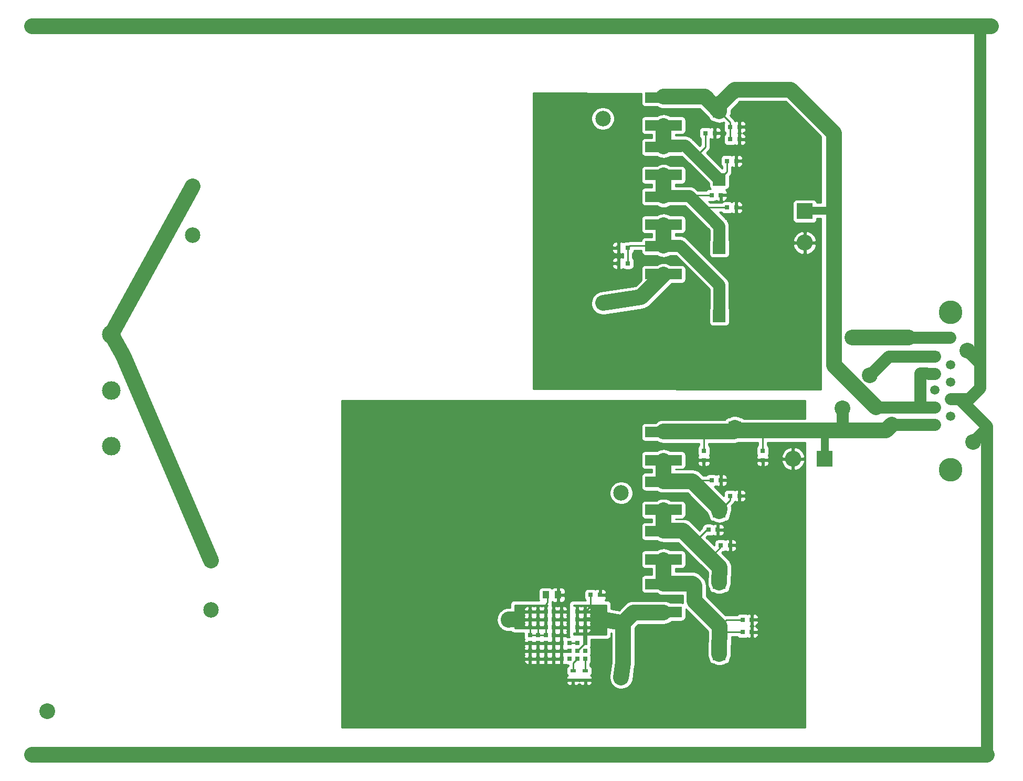
<source format=gbr>
G04 #@! TF.GenerationSoftware,KiCad,Pcbnew,(5.1.0)-1*
G04 #@! TF.CreationDate,2019-09-04T16:49:55-07:00*
G04 #@! TF.ProjectId,pwr supply rev 5,70777220-7375-4707-906c-792072657620,rev?*
G04 #@! TF.SameCoordinates,Original*
G04 #@! TF.FileFunction,Copper,L2,Bot*
G04 #@! TF.FilePolarity,Positive*
%FSLAX46Y46*%
G04 Gerber Fmt 4.6, Leading zero omitted, Abs format (unit mm)*
G04 Created by KiCad (PCBNEW (5.1.0)-1) date 2019-09-04 16:49:55*
%MOMM*%
%LPD*%
G04 APERTURE LIST*
%ADD10R,0.800000X0.750000*%
%ADD11R,2.000000X2.000000*%
%ADD12C,2.000000*%
%ADD13R,0.750000X0.800000*%
%ADD14R,0.900000X0.500000*%
%ADD15C,3.000000*%
%ADD16R,5.900000X1.700000*%
%ADD17R,1.000000X1.250000*%
%ADD18C,3.810000*%
%ADD19R,1.520000X1.520000*%
%ADD20C,1.520000*%
%ADD21C,2.500000*%
%ADD22R,2.600000X2.600000*%
%ADD23O,2.600000X2.600000*%
%ADD24R,0.640000X0.640000*%
%ADD25C,1.905000*%
%ADD26C,2.540000*%
%ADD27C,0.600000*%
%ADD28C,2.540000*%
%ADD29C,0.254000*%
%ADD30C,0.635000*%
%ADD31C,1.905000*%
%ADD32C,1.270000*%
G04 APERTURE END LIST*
D10*
X98250000Y-93000000D03*
X96750000Y-93000000D03*
X122750000Y-99000000D03*
X121250000Y-99000000D03*
X101250000Y-37000000D03*
X102750000Y-37000000D03*
D11*
X117500000Y-102500000D03*
D12*
X122500000Y-102500000D03*
D11*
X117500000Y-48000000D03*
D12*
X122500000Y-48000000D03*
D10*
X117250000Y-82500000D03*
X115750000Y-82500000D03*
X117750000Y-28500000D03*
X116250000Y-28500000D03*
D11*
X117500000Y-91000000D03*
D12*
X122500000Y-91000000D03*
D11*
X117500000Y-37000000D03*
D12*
X122500000Y-37000000D03*
D10*
X117750000Y-74500000D03*
X116250000Y-74500000D03*
X120250000Y-23000000D03*
X118750000Y-23000000D03*
D11*
X117500000Y-79500000D03*
D12*
X122500000Y-79500000D03*
D11*
X117500000Y-26000000D03*
D12*
X122500000Y-26000000D03*
D13*
X124500000Y-71250000D03*
X124500000Y-69750000D03*
D10*
X120750000Y-17500000D03*
X119250000Y-17500000D03*
D11*
X120000000Y-66000000D03*
D12*
X120000000Y-71000000D03*
D11*
X117500000Y-15000000D03*
D12*
X122500000Y-15000000D03*
D14*
X93900000Y-105250000D03*
X93900000Y-106750000D03*
X95900000Y-105250000D03*
X95900000Y-106750000D03*
D15*
X19400000Y-60000000D03*
X19400000Y-51000000D03*
X19400000Y-69000000D03*
D10*
X122750000Y-97000000D03*
X121250000Y-97000000D03*
X101250000Y-39500000D03*
X102750000Y-39500000D03*
X119250000Y-85000000D03*
X117750000Y-85000000D03*
X120250000Y-30500000D03*
X118750000Y-30500000D03*
X120750000Y-77000000D03*
X119250000Y-77000000D03*
X116750000Y-18500000D03*
X115250000Y-18500000D03*
D13*
X115000000Y-71250000D03*
X115000000Y-69750000D03*
D10*
X120750000Y-19500000D03*
X119250000Y-19500000D03*
D16*
X108500000Y-91250000D03*
X108500000Y-95750000D03*
X108500000Y-36750000D03*
X108500000Y-41250000D03*
X108500000Y-82750000D03*
X108500000Y-87250000D03*
X108500000Y-28750000D03*
X108500000Y-33250000D03*
X108500000Y-74750000D03*
X108500000Y-79250000D03*
X108500000Y-20750000D03*
X108500000Y-25250000D03*
X108500000Y-66750000D03*
X108500000Y-71250000D03*
X108500000Y-12750000D03*
X108500000Y-17250000D03*
D17*
X89500000Y-93000000D03*
X91500000Y-93000000D03*
D18*
X154840000Y-72790000D03*
X154840000Y-47390000D03*
D19*
X152300000Y-54500000D03*
D20*
X152300000Y-57290000D03*
X152300000Y-59960000D03*
X152300000Y-62760000D03*
X152300000Y-65550000D03*
X154840000Y-55900000D03*
X154840000Y-58690000D03*
X154840000Y-61360000D03*
X154840000Y-64150000D03*
D21*
X101670000Y-76535000D03*
X101670000Y-91415000D03*
X35530000Y-87455000D03*
X35530000Y-95375000D03*
X101670000Y-106295000D03*
X98720000Y-45920000D03*
X32580000Y-35000000D03*
X32580000Y-27080000D03*
X98720000Y-31040000D03*
X98720000Y-16160000D03*
D22*
X134470000Y-71040000D03*
D23*
X129390000Y-71040000D03*
X131280000Y-36190000D03*
D22*
X131280000Y-31110000D03*
D24*
X95845000Y-103310000D03*
X94575000Y-103310000D03*
X93305000Y-103310000D03*
X92035000Y-103310000D03*
X90765000Y-103310000D03*
X89495000Y-103310000D03*
X88225000Y-103310000D03*
X86955000Y-103310000D03*
X95845000Y-102040000D03*
X94575000Y-102040000D03*
X93305000Y-102040000D03*
X92035000Y-102040000D03*
X90765000Y-102040000D03*
X89495000Y-102040000D03*
X88225000Y-102040000D03*
X86955000Y-102040000D03*
X95845000Y-100770000D03*
X94575000Y-100770000D03*
X93305000Y-100770000D03*
X92035000Y-100770000D03*
X90765000Y-100770000D03*
X89495000Y-100770000D03*
X88225000Y-100770000D03*
X86955000Y-100770000D03*
X92035000Y-99500000D03*
X90765000Y-99500000D03*
X89495000Y-99500000D03*
X88225000Y-99500000D03*
X86955000Y-99500000D03*
X95845000Y-98230000D03*
X94575000Y-98230000D03*
X92035000Y-98230000D03*
X90765000Y-98230000D03*
X89495000Y-98230000D03*
X88225000Y-98230000D03*
X86955000Y-98230000D03*
X94575000Y-96960000D03*
X90765000Y-96960000D03*
X92035000Y-96960000D03*
X95845000Y-95690000D03*
X95845000Y-96960000D03*
X94575000Y-95690000D03*
X92035000Y-95690000D03*
X86955000Y-95690000D03*
X88225000Y-95690000D03*
X89495000Y-95690000D03*
X90765000Y-95690000D03*
X89495000Y-96960000D03*
X88225000Y-96960000D03*
X86955000Y-96960000D03*
X86955000Y-95690000D03*
D25*
X154680000Y-51500000D03*
D26*
X83500000Y-97000000D03*
X139000000Y-51500000D03*
X137380000Y-62880000D03*
X141770000Y-57530000D03*
X157540000Y-53570000D03*
X158460000Y-68330000D03*
D27*
X153670000Y-118745000D03*
X140970000Y-118745000D03*
X128270000Y-118745000D03*
X115570000Y-118745000D03*
X102870000Y-118745000D03*
X90170000Y-118745000D03*
X77470000Y-118745000D03*
X64770000Y-118745000D03*
X52070000Y-118745000D03*
X39370000Y-118745000D03*
X26670000Y-118745000D03*
X13970000Y-118745000D03*
X6670000Y-118745000D03*
X153670000Y-1270000D03*
X140970000Y-1270000D03*
X128270000Y-1270000D03*
X115570000Y-1270000D03*
X102870000Y-1270000D03*
X90170000Y-1270000D03*
X77470000Y-1270000D03*
X64770000Y-1270000D03*
X52070000Y-1270000D03*
X39370000Y-1270000D03*
X26670000Y-1270000D03*
X13970000Y-1270000D03*
X6670000Y-1270000D03*
D26*
X9075000Y-111750000D03*
D28*
X102000000Y-104000000D02*
X102000000Y-97500000D01*
X102000000Y-97500000D02*
X103650000Y-95850000D01*
D29*
X96750000Y-93000000D02*
X96750000Y-94785000D01*
X96750000Y-94785000D02*
X95845000Y-95690000D01*
X95845000Y-100770000D02*
X94575000Y-102040000D01*
D30*
X95845000Y-98230000D02*
X95845000Y-100770000D01*
D28*
X103650000Y-95850000D02*
X108500000Y-95850000D01*
X102000000Y-104000000D02*
X101670000Y-106295000D01*
X98700000Y-96960000D02*
X102000000Y-97500000D01*
D30*
X95845000Y-96960000D02*
X98700000Y-96960000D01*
D29*
X119250000Y-77000000D02*
X119250000Y-77750000D01*
X119250000Y-77750000D02*
X117500000Y-79500000D01*
X116250000Y-74500000D02*
X113300000Y-74500000D01*
X113300000Y-74500000D02*
X113150000Y-74650000D01*
D28*
X117500000Y-79500000D02*
X117580000Y-79080000D01*
X113150000Y-74650000D02*
X108500000Y-74650000D01*
X117580000Y-79080000D02*
X113150000Y-74650000D01*
X108500000Y-74650000D02*
X108500000Y-71350000D01*
D29*
X118750000Y-23000000D02*
X118750000Y-24750000D01*
X118750000Y-24750000D02*
X117500000Y-26000000D01*
X115250000Y-18500000D02*
X115250000Y-20500000D01*
X115250000Y-20500000D02*
X115250000Y-20750000D01*
X115250000Y-20750000D02*
X113750000Y-22250000D01*
D31*
X117500000Y-26000000D02*
X113750000Y-22250000D01*
X113750000Y-22250000D02*
X112000000Y-20500000D01*
X112000000Y-20500000D02*
X108650000Y-20500000D01*
X108650000Y-20500000D02*
X108500000Y-20650000D01*
D28*
X108500000Y-20650000D02*
X108500000Y-17350000D01*
D31*
X148000000Y-51500000D02*
X154680000Y-51500000D01*
D28*
X83540000Y-96960000D02*
X83500000Y-97000000D01*
X139000000Y-51500000D02*
X148000000Y-51500000D01*
X83540000Y-96960000D02*
X84540000Y-96960000D01*
D30*
X154840000Y-51660000D02*
X154680000Y-51500000D01*
D29*
X88225000Y-99500000D02*
X88225000Y-98230000D01*
X86955000Y-98230000D02*
X86955000Y-99500000D01*
X86955000Y-99500000D02*
X88225000Y-99500000D01*
X88225000Y-99500000D02*
X89495000Y-99500000D01*
X89495000Y-99500000D02*
X89495000Y-98230000D01*
X89750000Y-93000000D02*
X89750000Y-94250000D01*
X89495000Y-94505000D02*
X89495000Y-95690000D01*
X89750000Y-94250000D02*
X89495000Y-94505000D01*
X86955000Y-96960000D02*
X84540000Y-96960000D01*
X84540000Y-96960000D02*
X84500000Y-97000000D01*
D28*
X144350000Y-66500000D02*
X137180000Y-66500000D01*
X137180000Y-66500000D02*
X134500000Y-66500000D01*
D31*
X137380000Y-62880000D02*
X137380000Y-66300000D01*
X137380000Y-66300000D02*
X137180000Y-66500000D01*
X152300000Y-54500000D02*
X144800000Y-54500000D01*
X144800000Y-54500000D02*
X141770000Y-57530000D01*
X152300000Y-65550000D02*
X145300000Y-65550000D01*
D28*
X144350000Y-66500000D02*
X145300000Y-65550000D01*
D32*
X134500000Y-71000000D02*
X134500000Y-66500000D01*
X134500000Y-66500000D02*
X134500000Y-67000000D01*
X134500000Y-67000000D02*
X134500000Y-66500000D01*
D29*
X124500000Y-69750000D02*
X124500000Y-66500000D01*
X115000000Y-69750000D02*
X115000000Y-66650000D01*
X115000000Y-66650000D02*
X115000000Y-67000000D01*
X115000000Y-67000000D02*
X115000000Y-66650000D01*
X117000000Y-66650000D02*
X117000000Y-67000000D01*
X117000000Y-67000000D02*
X117000000Y-66650000D01*
D28*
X120000000Y-66000000D02*
X120000000Y-66500000D01*
X120000000Y-66500000D02*
X119850000Y-66650000D01*
X119850000Y-66650000D02*
X120000000Y-66000000D01*
X108500000Y-66650000D02*
X115000000Y-66650000D01*
X115000000Y-66650000D02*
X117000000Y-66650000D01*
X117000000Y-66650000D02*
X119850000Y-66650000D01*
X119850000Y-66650000D02*
X120000000Y-66500000D01*
X120000000Y-66500000D02*
X124500000Y-66500000D01*
X124500000Y-66500000D02*
X134500000Y-66500000D01*
D31*
X152300000Y-62760000D02*
X149930000Y-62760000D01*
X149930000Y-62760000D02*
X145300000Y-62760000D01*
X149870000Y-57260000D02*
X149930000Y-62760000D01*
X152300000Y-57290000D02*
X149870000Y-57260000D01*
D28*
X136000000Y-56000000D02*
X136000000Y-31000000D01*
X136000000Y-56000000D02*
X142760000Y-62760000D01*
D31*
X142760000Y-62760000D02*
X145300000Y-62760000D01*
D32*
X131500000Y-31000000D02*
X136000000Y-31000000D01*
D29*
X119250000Y-19500000D02*
X119250000Y-17500000D01*
X119250000Y-17500000D02*
X119250000Y-16750000D01*
X119250000Y-16750000D02*
X117500000Y-15000000D01*
D28*
X136000000Y-18500000D02*
X136000000Y-31000000D01*
X129000000Y-11500000D02*
X136000000Y-18500000D01*
X120000000Y-11500000D02*
X129000000Y-11500000D01*
X117500000Y-14000000D02*
X120000000Y-11500000D01*
X117500000Y-15000000D02*
X117500000Y-14000000D01*
X108500000Y-12650000D02*
X115150000Y-12650000D01*
X115150000Y-12650000D02*
X117500000Y-15000000D01*
D31*
X159580000Y-58430000D02*
X159580000Y-1270000D01*
X159580000Y-59580000D02*
X159580000Y-58430000D01*
X159580000Y-58430000D02*
X159580000Y-55610000D01*
X159580000Y-55610000D02*
X157540000Y-53570000D01*
X160655000Y-65745000D02*
X160655000Y-66135000D01*
X160655000Y-66135000D02*
X158460000Y-68330000D01*
D28*
X153670000Y-1270000D02*
X159580000Y-1270000D01*
X159580000Y-1270000D02*
X161290000Y-1270000D01*
D31*
X157800000Y-61360000D02*
X159580000Y-59580000D01*
X156270000Y-61360000D02*
X157800000Y-61360000D01*
X156270000Y-61360000D02*
X160655000Y-65745000D01*
X160655000Y-65745000D02*
X160655000Y-118745000D01*
X154840000Y-61360000D02*
X156270000Y-61360000D01*
D28*
X153670000Y-118745000D02*
X160655000Y-118745000D01*
X153670000Y-118745000D02*
X6670000Y-118745000D01*
X153670000Y-1270000D02*
X6670000Y-1270000D01*
X98720000Y-45920000D02*
X104875000Y-44975000D01*
X104875000Y-44975000D02*
X108500000Y-41350000D01*
X21350000Y-54450000D02*
X35530000Y-87455000D01*
X32580000Y-27080000D02*
X19400000Y-51000000D01*
X19400000Y-51000000D02*
X21350000Y-54450000D01*
D29*
X93900000Y-105250000D02*
X93900000Y-104000000D01*
X93900000Y-104000000D02*
X94575000Y-103325000D01*
X94575000Y-103325000D02*
X94575000Y-103310000D01*
X95900000Y-105250000D02*
X95900000Y-104000000D01*
X95845000Y-103945000D02*
X95845000Y-103310000D01*
X95900000Y-104000000D02*
X95845000Y-103945000D01*
X93305000Y-100770000D02*
X94575000Y-100770000D01*
X121250000Y-97000000D02*
X118660000Y-97000000D01*
X118660000Y-97000000D02*
X117580000Y-98080000D01*
X121250000Y-99000000D02*
X117563348Y-99000000D01*
X117500000Y-99000000D02*
X117500000Y-102500000D01*
X117563348Y-99000000D02*
X117500000Y-99000000D01*
D28*
X117500000Y-102500000D02*
X117500000Y-102500000D01*
X117500000Y-102500000D02*
X117580000Y-98080000D01*
X113150000Y-91150000D02*
X108500000Y-91150000D01*
X113500000Y-91500000D02*
X113150000Y-91150000D01*
X113500000Y-94000000D02*
X113500000Y-91500000D01*
X117580000Y-98080000D02*
X113500000Y-94000000D01*
X108500000Y-91150000D02*
X108500000Y-87350000D01*
D29*
X102750000Y-39500000D02*
X102750000Y-37000000D01*
X102750000Y-37000000D02*
X103100000Y-36650000D01*
X103100000Y-36650000D02*
X108500000Y-36650000D01*
X108150000Y-37000000D02*
X108500000Y-36650000D01*
D31*
X117500000Y-48000000D02*
X117500000Y-43000000D01*
X117500000Y-43000000D02*
X111150000Y-36650000D01*
X111150000Y-36650000D02*
X108500000Y-36650000D01*
D28*
X108500000Y-36650000D02*
X108500000Y-33350000D01*
D29*
X117750000Y-85000000D02*
X117750000Y-85250000D01*
X117750000Y-85250000D02*
X116000000Y-87000000D01*
X115750000Y-82500000D02*
X115500000Y-82500000D01*
X115500000Y-82500000D02*
X113500000Y-84500000D01*
D28*
X117500000Y-91000000D02*
X117580000Y-88580000D01*
X111650000Y-82650000D02*
X108500000Y-82650000D01*
X117580000Y-88580000D02*
X116000000Y-87000000D01*
X116000000Y-87000000D02*
X113500000Y-84500000D01*
X113500000Y-84500000D02*
X111650000Y-82650000D01*
X108500000Y-82650000D02*
X108500000Y-79350000D01*
D29*
X118750000Y-30500000D02*
X114500000Y-30500000D01*
X116250000Y-28500000D02*
X112800000Y-28500000D01*
X112800000Y-28500000D02*
X112650000Y-28650000D01*
D31*
X117500000Y-37000000D02*
X117500000Y-33500000D01*
X112650000Y-28650000D02*
X108500000Y-28650000D01*
X117500000Y-33500000D02*
X114500000Y-30500000D01*
X114500000Y-30500000D02*
X112650000Y-28650000D01*
D28*
X108500000Y-28650000D02*
X108500000Y-25350000D01*
D29*
G36*
X131373000Y-64595000D02*
G01*
X121489088Y-64595000D01*
X121451185Y-64548815D01*
X121354494Y-64469463D01*
X121244180Y-64410498D01*
X121124482Y-64374188D01*
X121000000Y-64361928D01*
X120976563Y-64361928D01*
X120923579Y-64333608D01*
X120786040Y-64254616D01*
X120758330Y-64245280D01*
X120732538Y-64231494D01*
X120580722Y-64185441D01*
X120430429Y-64134805D01*
X120401435Y-64131055D01*
X120373444Y-64122564D01*
X120215556Y-64107013D01*
X120058277Y-64086671D01*
X120029106Y-64088650D01*
X120000000Y-64085783D01*
X119842114Y-64101333D01*
X119683886Y-64112066D01*
X119655663Y-64119697D01*
X119626555Y-64122564D01*
X119474731Y-64168619D01*
X119321642Y-64210013D01*
X119295450Y-64223004D01*
X119267461Y-64231494D01*
X119127549Y-64306278D01*
X119015347Y-64361928D01*
X119000000Y-64361928D01*
X118875518Y-64374188D01*
X118755820Y-64410498D01*
X118645506Y-64469463D01*
X118548815Y-64548815D01*
X118469463Y-64645506D01*
X118416282Y-64745000D01*
X108406418Y-64745000D01*
X108126555Y-64772564D01*
X107767461Y-64881494D01*
X107436518Y-65058387D01*
X107188502Y-65261928D01*
X105550000Y-65261928D01*
X105425518Y-65274188D01*
X105305820Y-65310498D01*
X105195506Y-65369463D01*
X105098815Y-65448815D01*
X105019463Y-65545506D01*
X104960498Y-65655820D01*
X104924188Y-65775518D01*
X104911928Y-65900000D01*
X104911928Y-67600000D01*
X104924188Y-67724482D01*
X104960498Y-67844180D01*
X105019463Y-67954494D01*
X105098815Y-68051185D01*
X105195506Y-68130537D01*
X105305820Y-68189502D01*
X105425518Y-68225812D01*
X105550000Y-68238072D01*
X107432203Y-68238072D01*
X107436518Y-68241613D01*
X107767461Y-68418506D01*
X108126555Y-68527436D01*
X108406418Y-68555000D01*
X114238000Y-68555000D01*
X114238000Y-68846140D01*
X114173815Y-68898815D01*
X114094463Y-68995506D01*
X114035498Y-69105820D01*
X113999188Y-69225518D01*
X113986928Y-69350000D01*
X113986928Y-70150000D01*
X113999188Y-70274482D01*
X114035498Y-70394180D01*
X114092061Y-70500000D01*
X114035498Y-70605820D01*
X113999188Y-70725518D01*
X113986928Y-70850000D01*
X113990000Y-70964250D01*
X114148750Y-71123000D01*
X114873000Y-71123000D01*
X114873000Y-71103000D01*
X115127000Y-71103000D01*
X115127000Y-71123000D01*
X115851250Y-71123000D01*
X116010000Y-70964250D01*
X116013072Y-70850000D01*
X116000812Y-70725518D01*
X115964502Y-70605820D01*
X115907939Y-70500000D01*
X115964502Y-70394180D01*
X116000812Y-70274482D01*
X116013072Y-70150000D01*
X116013072Y-69350000D01*
X116000812Y-69225518D01*
X115964502Y-69105820D01*
X115905537Y-68995506D01*
X115826185Y-68898815D01*
X115762000Y-68846140D01*
X115762000Y-68555000D01*
X119727325Y-68555000D01*
X119791723Y-68563329D01*
X119820895Y-68561350D01*
X119850000Y-68564217D01*
X119943580Y-68555000D01*
X119943582Y-68555000D01*
X120007867Y-68548668D01*
X120166114Y-68537935D01*
X120194342Y-68530302D01*
X120223445Y-68527436D01*
X120375257Y-68481384D01*
X120528358Y-68439987D01*
X120554550Y-68426996D01*
X120582539Y-68418506D01*
X120607807Y-68405000D01*
X123738000Y-68405000D01*
X123738000Y-68846140D01*
X123673815Y-68898815D01*
X123594463Y-68995506D01*
X123535498Y-69105820D01*
X123499188Y-69225518D01*
X123486928Y-69350000D01*
X123486928Y-70150000D01*
X123499188Y-70274482D01*
X123535498Y-70394180D01*
X123592061Y-70500000D01*
X123535498Y-70605820D01*
X123499188Y-70725518D01*
X123486928Y-70850000D01*
X123490000Y-70964250D01*
X123648750Y-71123000D01*
X124373000Y-71123000D01*
X124373000Y-71103000D01*
X124627000Y-71103000D01*
X124627000Y-71123000D01*
X125351250Y-71123000D01*
X125510000Y-70964250D01*
X125513072Y-70850000D01*
X125500812Y-70725518D01*
X125466534Y-70612516D01*
X127502811Y-70612516D01*
X127618296Y-70913000D01*
X129263000Y-70913000D01*
X129263000Y-69267918D01*
X129517000Y-69267918D01*
X129517000Y-70913000D01*
X131161704Y-70913000D01*
X131277189Y-70612516D01*
X131196642Y-70346972D01*
X131026725Y-70007830D01*
X130793909Y-69708354D01*
X130507142Y-69460052D01*
X130177444Y-69272467D01*
X129817485Y-69152807D01*
X129517000Y-69267918D01*
X129263000Y-69267918D01*
X128962515Y-69152807D01*
X128602556Y-69272467D01*
X128272858Y-69460052D01*
X127986091Y-69708354D01*
X127753275Y-70007830D01*
X127583358Y-70346972D01*
X127502811Y-70612516D01*
X125466534Y-70612516D01*
X125464502Y-70605820D01*
X125407939Y-70500000D01*
X125464502Y-70394180D01*
X125500812Y-70274482D01*
X125513072Y-70150000D01*
X125513072Y-69350000D01*
X125500812Y-69225518D01*
X125464502Y-69105820D01*
X125405537Y-68995506D01*
X125326185Y-68898815D01*
X125262000Y-68846140D01*
X125262000Y-68405000D01*
X131373000Y-68405000D01*
X131373000Y-114373000D01*
X56627000Y-114373000D01*
X56627000Y-107031750D01*
X92815000Y-107031750D01*
X92826896Y-107137397D01*
X92865674Y-107256318D01*
X92926907Y-107365389D01*
X93008242Y-107460419D01*
X93106553Y-107537755D01*
X93218063Y-107594425D01*
X93338486Y-107628252D01*
X93463195Y-107637936D01*
X93614250Y-107635000D01*
X93773000Y-107476250D01*
X93773000Y-106873000D01*
X94027000Y-106873000D01*
X94027000Y-107476250D01*
X94185750Y-107635000D01*
X94336805Y-107637936D01*
X94461514Y-107628252D01*
X94581937Y-107594425D01*
X94693447Y-107537755D01*
X94791758Y-107460419D01*
X94873093Y-107365389D01*
X94900000Y-107317461D01*
X94926907Y-107365389D01*
X95008242Y-107460419D01*
X95106553Y-107537755D01*
X95218063Y-107594425D01*
X95338486Y-107628252D01*
X95463195Y-107637936D01*
X95614250Y-107635000D01*
X95773000Y-107476250D01*
X95773000Y-106873000D01*
X96027000Y-106873000D01*
X96027000Y-107476250D01*
X96185750Y-107635000D01*
X96336805Y-107637936D01*
X96461514Y-107628252D01*
X96581937Y-107594425D01*
X96693447Y-107537755D01*
X96791758Y-107460419D01*
X96873093Y-107365389D01*
X96934326Y-107256318D01*
X96973104Y-107137397D01*
X96985000Y-107031750D01*
X96826250Y-106873000D01*
X96027000Y-106873000D01*
X95773000Y-106873000D01*
X94973750Y-106873000D01*
X94900000Y-106946750D01*
X94826250Y-106873000D01*
X94027000Y-106873000D01*
X93773000Y-106873000D01*
X92973750Y-106873000D01*
X92815000Y-107031750D01*
X56627000Y-107031750D01*
X56627000Y-103630000D01*
X85996928Y-103630000D01*
X86009188Y-103754482D01*
X86045498Y-103874180D01*
X86104463Y-103984494D01*
X86183815Y-104081185D01*
X86280506Y-104160537D01*
X86390820Y-104219502D01*
X86510518Y-104255812D01*
X86635000Y-104268072D01*
X86669250Y-104265000D01*
X86828000Y-104106250D01*
X86828000Y-103437000D01*
X87082000Y-103437000D01*
X87082000Y-104106250D01*
X87240750Y-104265000D01*
X87275000Y-104268072D01*
X87399482Y-104255812D01*
X87519180Y-104219502D01*
X87590000Y-104181647D01*
X87660820Y-104219502D01*
X87780518Y-104255812D01*
X87905000Y-104268072D01*
X87939250Y-104265000D01*
X88098000Y-104106250D01*
X88098000Y-103437000D01*
X88352000Y-103437000D01*
X88352000Y-104106250D01*
X88510750Y-104265000D01*
X88545000Y-104268072D01*
X88669482Y-104255812D01*
X88789180Y-104219502D01*
X88860000Y-104181647D01*
X88930820Y-104219502D01*
X89050518Y-104255812D01*
X89175000Y-104268072D01*
X89209250Y-104265000D01*
X89368000Y-104106250D01*
X89368000Y-103437000D01*
X89622000Y-103437000D01*
X89622000Y-104106250D01*
X89780750Y-104265000D01*
X89815000Y-104268072D01*
X89939482Y-104255812D01*
X90059180Y-104219502D01*
X90130000Y-104181647D01*
X90200820Y-104219502D01*
X90320518Y-104255812D01*
X90445000Y-104268072D01*
X90479250Y-104265000D01*
X90638000Y-104106250D01*
X90638000Y-103437000D01*
X90892000Y-103437000D01*
X90892000Y-104106250D01*
X91050750Y-104265000D01*
X91085000Y-104268072D01*
X91209482Y-104255812D01*
X91329180Y-104219502D01*
X91400000Y-104181647D01*
X91470820Y-104219502D01*
X91590518Y-104255812D01*
X91715000Y-104268072D01*
X91749250Y-104265000D01*
X91908000Y-104106250D01*
X91908000Y-103437000D01*
X90892000Y-103437000D01*
X90638000Y-103437000D01*
X89622000Y-103437000D01*
X89368000Y-103437000D01*
X88352000Y-103437000D01*
X88098000Y-103437000D01*
X87082000Y-103437000D01*
X86828000Y-103437000D01*
X86158750Y-103437000D01*
X86000000Y-103595750D01*
X85996928Y-103630000D01*
X56627000Y-103630000D01*
X56627000Y-102360000D01*
X85996928Y-102360000D01*
X86009188Y-102484482D01*
X86045498Y-102604180D01*
X86083353Y-102675000D01*
X86045498Y-102745820D01*
X86009188Y-102865518D01*
X85996928Y-102990000D01*
X86000000Y-103024250D01*
X86158750Y-103183000D01*
X86828000Y-103183000D01*
X86828000Y-102167000D01*
X87082000Y-102167000D01*
X87082000Y-103183000D01*
X88098000Y-103183000D01*
X88098000Y-102167000D01*
X88352000Y-102167000D01*
X88352000Y-103183000D01*
X89368000Y-103183000D01*
X89368000Y-102167000D01*
X89622000Y-102167000D01*
X89622000Y-103183000D01*
X90638000Y-103183000D01*
X90638000Y-102167000D01*
X90892000Y-102167000D01*
X90892000Y-103183000D01*
X91908000Y-103183000D01*
X91908000Y-102167000D01*
X90892000Y-102167000D01*
X90638000Y-102167000D01*
X89622000Y-102167000D01*
X89368000Y-102167000D01*
X88352000Y-102167000D01*
X88098000Y-102167000D01*
X87082000Y-102167000D01*
X86828000Y-102167000D01*
X86158750Y-102167000D01*
X86000000Y-102325750D01*
X85996928Y-102360000D01*
X56627000Y-102360000D01*
X56627000Y-101090000D01*
X85996928Y-101090000D01*
X86009188Y-101214482D01*
X86045498Y-101334180D01*
X86083353Y-101405000D01*
X86045498Y-101475820D01*
X86009188Y-101595518D01*
X85996928Y-101720000D01*
X86000000Y-101754250D01*
X86158750Y-101913000D01*
X86828000Y-101913000D01*
X86828000Y-100897000D01*
X87082000Y-100897000D01*
X87082000Y-101913000D01*
X88098000Y-101913000D01*
X88098000Y-100897000D01*
X88352000Y-100897000D01*
X88352000Y-101913000D01*
X89368000Y-101913000D01*
X89368000Y-100897000D01*
X89622000Y-100897000D01*
X89622000Y-101913000D01*
X90638000Y-101913000D01*
X90638000Y-100897000D01*
X90892000Y-100897000D01*
X90892000Y-101913000D01*
X91908000Y-101913000D01*
X91908000Y-100897000D01*
X90892000Y-100897000D01*
X90638000Y-100897000D01*
X89622000Y-100897000D01*
X89368000Y-100897000D01*
X88352000Y-100897000D01*
X88098000Y-100897000D01*
X87082000Y-100897000D01*
X86828000Y-100897000D01*
X86158750Y-100897000D01*
X86000000Y-101055750D01*
X85996928Y-101090000D01*
X56627000Y-101090000D01*
X56627000Y-97000000D01*
X81585783Y-97000000D01*
X81595000Y-97093580D01*
X81595000Y-97187626D01*
X81613348Y-97279868D01*
X81622565Y-97373445D01*
X81649861Y-97463428D01*
X81668209Y-97555668D01*
X81704199Y-97642556D01*
X81731495Y-97732539D01*
X81775820Y-97815466D01*
X81811811Y-97902356D01*
X81864061Y-97980553D01*
X81908387Y-98063482D01*
X81968042Y-98136171D01*
X82020290Y-98214366D01*
X82086792Y-98280868D01*
X82146445Y-98353555D01*
X82219132Y-98413208D01*
X82285634Y-98479710D01*
X82363829Y-98531958D01*
X82436518Y-98591613D01*
X82519447Y-98635939D01*
X82597644Y-98688189D01*
X82684534Y-98724180D01*
X82767461Y-98768505D01*
X82857444Y-98795801D01*
X82944332Y-98831791D01*
X83036572Y-98850139D01*
X83126555Y-98877435D01*
X83220132Y-98886652D01*
X83312374Y-98905000D01*
X83406420Y-98905000D01*
X83500000Y-98914217D01*
X83593580Y-98905000D01*
X83687626Y-98905000D01*
X83779868Y-98886652D01*
X83873445Y-98877435D01*
X83888498Y-98872869D01*
X83950987Y-98949013D01*
X84047213Y-99027983D01*
X84156996Y-99086664D01*
X84276118Y-99122799D01*
X84400000Y-99135000D01*
X86001360Y-99135000D01*
X85996928Y-99180000D01*
X85996928Y-99820000D01*
X86009188Y-99944482D01*
X86045498Y-100064180D01*
X86083353Y-100135000D01*
X86045498Y-100205820D01*
X86009188Y-100325518D01*
X85996928Y-100450000D01*
X86000000Y-100484250D01*
X86158750Y-100643000D01*
X86828000Y-100643000D01*
X86828000Y-100623000D01*
X87082000Y-100623000D01*
X87082000Y-100643000D01*
X88098000Y-100643000D01*
X88098000Y-100623000D01*
X88352000Y-100623000D01*
X88352000Y-100643000D01*
X89368000Y-100643000D01*
X89368000Y-100623000D01*
X89622000Y-100623000D01*
X89622000Y-100643000D01*
X90638000Y-100643000D01*
X90638000Y-99627000D01*
X90892000Y-99627000D01*
X90892000Y-100643000D01*
X91908000Y-100643000D01*
X91908000Y-99627000D01*
X92162000Y-99627000D01*
X92162000Y-100643000D01*
X92182000Y-100643000D01*
X92182000Y-100897000D01*
X92162000Y-100897000D01*
X92162000Y-101913000D01*
X93178000Y-101913000D01*
X93178000Y-101893000D01*
X93432000Y-101893000D01*
X93432000Y-101913000D01*
X93452000Y-101913000D01*
X93452000Y-102167000D01*
X93432000Y-102167000D01*
X93432000Y-102187000D01*
X93178000Y-102187000D01*
X93178000Y-102167000D01*
X92162000Y-102167000D01*
X92162000Y-103183000D01*
X92182000Y-103183000D01*
X92182000Y-103437000D01*
X92162000Y-103437000D01*
X92162000Y-104106250D01*
X92320750Y-104265000D01*
X92355000Y-104268072D01*
X92479482Y-104255812D01*
X92599180Y-104219502D01*
X92670000Y-104181647D01*
X92740820Y-104219502D01*
X92860518Y-104255812D01*
X92985000Y-104268072D01*
X93138001Y-104268072D01*
X93138001Y-104446749D01*
X93095506Y-104469463D01*
X92998815Y-104548815D01*
X92919463Y-104645506D01*
X92860498Y-104755820D01*
X92824188Y-104875518D01*
X92811928Y-105000000D01*
X92811928Y-105500000D01*
X92824188Y-105624482D01*
X92860498Y-105744180D01*
X92919463Y-105854494D01*
X92998815Y-105951185D01*
X93058425Y-106000105D01*
X93008242Y-106039581D01*
X92926907Y-106134611D01*
X92865674Y-106243682D01*
X92826896Y-106362603D01*
X92815000Y-106468250D01*
X92973750Y-106627000D01*
X93773000Y-106627000D01*
X93773000Y-106603000D01*
X94027000Y-106603000D01*
X94027000Y-106627000D01*
X94826250Y-106627000D01*
X94900000Y-106553250D01*
X94973750Y-106627000D01*
X95773000Y-106627000D01*
X95773000Y-106603000D01*
X96027000Y-106603000D01*
X96027000Y-106627000D01*
X96826250Y-106627000D01*
X96985000Y-106468250D01*
X96973104Y-106362603D01*
X96934326Y-106243682D01*
X96873093Y-106134611D01*
X96791758Y-106039581D01*
X96741575Y-106000105D01*
X96801185Y-105951185D01*
X96880537Y-105854494D01*
X96939502Y-105744180D01*
X96975812Y-105624482D01*
X96988072Y-105500000D01*
X96988072Y-105000000D01*
X96975812Y-104875518D01*
X96939502Y-104755820D01*
X96880537Y-104645506D01*
X96801185Y-104548815D01*
X96704494Y-104469463D01*
X96662000Y-104446749D01*
X96662000Y-104037423D01*
X96663350Y-104023714D01*
X96695537Y-103984494D01*
X96754502Y-103874180D01*
X96790812Y-103754482D01*
X96803072Y-103630000D01*
X96803072Y-102990000D01*
X96790812Y-102865518D01*
X96754502Y-102745820D01*
X96716647Y-102675000D01*
X96754502Y-102604180D01*
X96790812Y-102484482D01*
X96803072Y-102360000D01*
X96803072Y-101720000D01*
X96790812Y-101595518D01*
X96754502Y-101475820D01*
X96716647Y-101405000D01*
X96754502Y-101334180D01*
X96790812Y-101214482D01*
X96803072Y-101090000D01*
X96803072Y-100450000D01*
X96797500Y-100393425D01*
X96797500Y-100135000D01*
X99400000Y-100135000D01*
X99523882Y-100122799D01*
X99643004Y-100086664D01*
X99752787Y-100027983D01*
X99849013Y-99949013D01*
X99927983Y-99852787D01*
X99986664Y-99743004D01*
X100022799Y-99623882D01*
X100035000Y-99500000D01*
X100035000Y-99108790D01*
X100095001Y-99118609D01*
X100095000Y-103863742D01*
X99771075Y-106116497D01*
X99758526Y-106397433D01*
X99815238Y-106768375D01*
X99943228Y-107121125D01*
X100137577Y-107442128D01*
X100390816Y-107719047D01*
X100693213Y-107941241D01*
X101033147Y-108100171D01*
X101397556Y-108189729D01*
X101772433Y-108206474D01*
X102143375Y-108149762D01*
X102496125Y-108021772D01*
X102817128Y-107827423D01*
X103094047Y-107574184D01*
X103316241Y-107271787D01*
X103475171Y-106931853D01*
X103542287Y-106658762D01*
X103864999Y-104414444D01*
X103877436Y-104373445D01*
X103891659Y-104229035D01*
X103898925Y-104178504D01*
X103900825Y-104135974D01*
X103905000Y-104093582D01*
X103905000Y-104042502D01*
X103911474Y-103897567D01*
X103905000Y-103855222D01*
X103905000Y-98289076D01*
X104439076Y-97755000D01*
X108593582Y-97755000D01*
X108873445Y-97727436D01*
X109232539Y-97618506D01*
X109563482Y-97441613D01*
X109811498Y-97238072D01*
X111450000Y-97238072D01*
X111574482Y-97225812D01*
X111694180Y-97189502D01*
X111804494Y-97130537D01*
X111901185Y-97051185D01*
X111980537Y-96954494D01*
X112039502Y-96844180D01*
X112075812Y-96724482D01*
X112088072Y-96600000D01*
X112088072Y-95282429D01*
X112146444Y-95353556D01*
X112219145Y-95413220D01*
X115660666Y-98854743D01*
X115596694Y-102389223D01*
X115585783Y-102500000D01*
X115602487Y-102669602D01*
X115616114Y-102839408D01*
X115620859Y-102856134D01*
X115622564Y-102873445D01*
X115672038Y-103036540D01*
X115718528Y-103200415D01*
X115726445Y-103215893D01*
X115731494Y-103232539D01*
X115811835Y-103382846D01*
X115861928Y-103480787D01*
X115861928Y-103500000D01*
X115874188Y-103624482D01*
X115910498Y-103744180D01*
X115969463Y-103854494D01*
X116048815Y-103951185D01*
X116145506Y-104030537D01*
X116255820Y-104089502D01*
X116375518Y-104125812D01*
X116500000Y-104138072D01*
X116523437Y-104138072D01*
X116586845Y-104171965D01*
X116735578Y-104254959D01*
X116752119Y-104260305D01*
X116767461Y-104268506D01*
X116930554Y-104317980D01*
X117092641Y-104370370D01*
X117109911Y-104372387D01*
X117126555Y-104377436D01*
X117296153Y-104394140D01*
X117465360Y-104413903D01*
X117576302Y-104405000D01*
X117593582Y-104405000D01*
X117669599Y-104397513D01*
X117839408Y-104383886D01*
X117856134Y-104379141D01*
X117873445Y-104377436D01*
X118036540Y-104327962D01*
X118200415Y-104281472D01*
X118215893Y-104273555D01*
X118232539Y-104268506D01*
X118382846Y-104188165D01*
X118480787Y-104138072D01*
X118500000Y-104138072D01*
X118624482Y-104125812D01*
X118744180Y-104089502D01*
X118854494Y-104030537D01*
X118951185Y-103951185D01*
X119030537Y-103854494D01*
X119089502Y-103744180D01*
X119125812Y-103624482D01*
X119138072Y-103500000D01*
X119138072Y-103476563D01*
X119171965Y-103413155D01*
X119254959Y-103264422D01*
X119260305Y-103247881D01*
X119268506Y-103232539D01*
X119317980Y-103069446D01*
X119370370Y-102907359D01*
X119372387Y-102890089D01*
X119377436Y-102873445D01*
X119394140Y-102703846D01*
X119402994Y-102628040D01*
X119403306Y-102610777D01*
X119414217Y-102500000D01*
X119406694Y-102423617D01*
X119454868Y-99762000D01*
X120346140Y-99762000D01*
X120398815Y-99826185D01*
X120495506Y-99905537D01*
X120605820Y-99964502D01*
X120725518Y-100000812D01*
X120850000Y-100013072D01*
X121650000Y-100013072D01*
X121774482Y-100000812D01*
X121894180Y-99964502D01*
X122000000Y-99907939D01*
X122105820Y-99964502D01*
X122225518Y-100000812D01*
X122350000Y-100013072D01*
X122464250Y-100010000D01*
X122623000Y-99851250D01*
X122623000Y-99127000D01*
X122877000Y-99127000D01*
X122877000Y-99851250D01*
X123035750Y-100010000D01*
X123150000Y-100013072D01*
X123274482Y-100000812D01*
X123394180Y-99964502D01*
X123504494Y-99905537D01*
X123601185Y-99826185D01*
X123680537Y-99729494D01*
X123739502Y-99619180D01*
X123775812Y-99499482D01*
X123788072Y-99375000D01*
X123785000Y-99285750D01*
X123626250Y-99127000D01*
X122877000Y-99127000D01*
X122623000Y-99127000D01*
X122603000Y-99127000D01*
X122603000Y-98873000D01*
X122623000Y-98873000D01*
X122623000Y-98148750D01*
X122474250Y-98000000D01*
X122623000Y-97851250D01*
X122623000Y-97127000D01*
X122877000Y-97127000D01*
X122877000Y-97851250D01*
X123025750Y-98000000D01*
X122877000Y-98148750D01*
X122877000Y-98873000D01*
X123626250Y-98873000D01*
X123785000Y-98714250D01*
X123788072Y-98625000D01*
X123775812Y-98500518D01*
X123739502Y-98380820D01*
X123680537Y-98270506D01*
X123601185Y-98173815D01*
X123504494Y-98094463D01*
X123394180Y-98035498D01*
X123277159Y-98000000D01*
X123394180Y-97964502D01*
X123504494Y-97905537D01*
X123601185Y-97826185D01*
X123680537Y-97729494D01*
X123739502Y-97619180D01*
X123775812Y-97499482D01*
X123788072Y-97375000D01*
X123785000Y-97285750D01*
X123626250Y-97127000D01*
X122877000Y-97127000D01*
X122623000Y-97127000D01*
X122603000Y-97127000D01*
X122603000Y-96873000D01*
X122623000Y-96873000D01*
X122623000Y-96148750D01*
X122877000Y-96148750D01*
X122877000Y-96873000D01*
X123626250Y-96873000D01*
X123785000Y-96714250D01*
X123788072Y-96625000D01*
X123775812Y-96500518D01*
X123739502Y-96380820D01*
X123680537Y-96270506D01*
X123601185Y-96173815D01*
X123504494Y-96094463D01*
X123394180Y-96035498D01*
X123274482Y-95999188D01*
X123150000Y-95986928D01*
X123035750Y-95990000D01*
X122877000Y-96148750D01*
X122623000Y-96148750D01*
X122464250Y-95990000D01*
X122350000Y-95986928D01*
X122225518Y-95999188D01*
X122105820Y-96035498D01*
X122000000Y-96092061D01*
X121894180Y-96035498D01*
X121774482Y-95999188D01*
X121650000Y-95986928D01*
X120850000Y-95986928D01*
X120725518Y-95999188D01*
X120605820Y-96035498D01*
X120495506Y-96094463D01*
X120398815Y-96173815D01*
X120346140Y-96238000D01*
X118697423Y-96238000D01*
X118660000Y-96234314D01*
X118622577Y-96238000D01*
X118622574Y-96238000D01*
X118510622Y-96249026D01*
X118458818Y-96264741D01*
X115405000Y-93210925D01*
X115405000Y-91593580D01*
X115414217Y-91500000D01*
X115405000Y-91406418D01*
X115377436Y-91126555D01*
X115268506Y-90767461D01*
X115091613Y-90436518D01*
X114853556Y-90146444D01*
X114780859Y-90086783D01*
X114563219Y-89869144D01*
X114503556Y-89796444D01*
X114213482Y-89558387D01*
X113882539Y-89381494D01*
X113523445Y-89272564D01*
X113243582Y-89245000D01*
X113243580Y-89245000D01*
X113150000Y-89235783D01*
X113056420Y-89245000D01*
X110405000Y-89245000D01*
X110405000Y-88738072D01*
X111450000Y-88738072D01*
X111574482Y-88725812D01*
X111694180Y-88689502D01*
X111804494Y-88630537D01*
X111901185Y-88551185D01*
X111980537Y-88454494D01*
X112039502Y-88344180D01*
X112075812Y-88224482D01*
X112088072Y-88100000D01*
X112088072Y-86400000D01*
X112075812Y-86275518D01*
X112039502Y-86155820D01*
X111980537Y-86045506D01*
X111901185Y-85948815D01*
X111804494Y-85869463D01*
X111694180Y-85810498D01*
X111574482Y-85774188D01*
X111450000Y-85761928D01*
X109567797Y-85761928D01*
X109563482Y-85758387D01*
X109232539Y-85581494D01*
X108873445Y-85472564D01*
X108500000Y-85435783D01*
X108126556Y-85472564D01*
X107767462Y-85581494D01*
X107436519Y-85758387D01*
X107432204Y-85761928D01*
X105550000Y-85761928D01*
X105425518Y-85774188D01*
X105305820Y-85810498D01*
X105195506Y-85869463D01*
X105098815Y-85948815D01*
X105019463Y-86045506D01*
X104960498Y-86155820D01*
X104924188Y-86275518D01*
X104911928Y-86400000D01*
X104911928Y-88100000D01*
X104924188Y-88224482D01*
X104960498Y-88344180D01*
X105019463Y-88454494D01*
X105098815Y-88551185D01*
X105195506Y-88630537D01*
X105305820Y-88689502D01*
X105425518Y-88725812D01*
X105550000Y-88738072D01*
X106595001Y-88738072D01*
X106595000Y-89761928D01*
X105550000Y-89761928D01*
X105425518Y-89774188D01*
X105305820Y-89810498D01*
X105195506Y-89869463D01*
X105098815Y-89948815D01*
X105019463Y-90045506D01*
X104960498Y-90155820D01*
X104924188Y-90275518D01*
X104911928Y-90400000D01*
X104911928Y-92100000D01*
X104924188Y-92224482D01*
X104960498Y-92344180D01*
X105019463Y-92454494D01*
X105098815Y-92551185D01*
X105195506Y-92630537D01*
X105305820Y-92689502D01*
X105425518Y-92725812D01*
X105550000Y-92738072D01*
X107432203Y-92738072D01*
X107436518Y-92741613D01*
X107767461Y-92918506D01*
X108126555Y-93027436D01*
X108500000Y-93064217D01*
X108593582Y-93055000D01*
X111595000Y-93055000D01*
X111595000Y-93906420D01*
X111585783Y-94000000D01*
X111595000Y-94093580D01*
X111595000Y-94093581D01*
X111613968Y-94286166D01*
X111574482Y-94274188D01*
X111450000Y-94261928D01*
X109567797Y-94261928D01*
X109563482Y-94258387D01*
X109232539Y-94081494D01*
X108873445Y-93972564D01*
X108593582Y-93945000D01*
X103743571Y-93945000D01*
X103649999Y-93935784D01*
X103556427Y-93945000D01*
X103556418Y-93945000D01*
X103276555Y-93972564D01*
X102917461Y-94081494D01*
X102586518Y-94258387D01*
X102296444Y-94496444D01*
X102236788Y-94569135D01*
X101343661Y-95462263D01*
X100035000Y-95248119D01*
X100035000Y-94500000D01*
X100022799Y-94376118D01*
X99986664Y-94256996D01*
X99927983Y-94147213D01*
X99849013Y-94050987D01*
X99752787Y-93972017D01*
X99643004Y-93913336D01*
X99523882Y-93877201D01*
X99400000Y-93865000D01*
X99053889Y-93865000D01*
X99101185Y-93826185D01*
X99180537Y-93729494D01*
X99239502Y-93619180D01*
X99275812Y-93499482D01*
X99288072Y-93375000D01*
X99285000Y-93285750D01*
X99126250Y-93127000D01*
X98377000Y-93127000D01*
X98377000Y-93147000D01*
X98123000Y-93147000D01*
X98123000Y-93127000D01*
X98103000Y-93127000D01*
X98103000Y-92873000D01*
X98123000Y-92873000D01*
X98123000Y-92148750D01*
X98377000Y-92148750D01*
X98377000Y-92873000D01*
X99126250Y-92873000D01*
X99285000Y-92714250D01*
X99288072Y-92625000D01*
X99275812Y-92500518D01*
X99239502Y-92380820D01*
X99180537Y-92270506D01*
X99101185Y-92173815D01*
X99004494Y-92094463D01*
X98894180Y-92035498D01*
X98774482Y-91999188D01*
X98650000Y-91986928D01*
X98535750Y-91990000D01*
X98377000Y-92148750D01*
X98123000Y-92148750D01*
X97964250Y-91990000D01*
X97850000Y-91986928D01*
X97725518Y-91999188D01*
X97605820Y-92035498D01*
X97500000Y-92092061D01*
X97394180Y-92035498D01*
X97274482Y-91999188D01*
X97150000Y-91986928D01*
X96350000Y-91986928D01*
X96225518Y-91999188D01*
X96105820Y-92035498D01*
X95995506Y-92094463D01*
X95898815Y-92173815D01*
X95819463Y-92270506D01*
X95760498Y-92380820D01*
X95724188Y-92500518D01*
X95711928Y-92625000D01*
X95711928Y-93375000D01*
X95724188Y-93499482D01*
X95760498Y-93619180D01*
X95819463Y-93729494D01*
X95898815Y-93826185D01*
X95946111Y-93865000D01*
X93900000Y-93865000D01*
X93776118Y-93877201D01*
X93656996Y-93913336D01*
X93547213Y-93972017D01*
X93450987Y-94050987D01*
X93372017Y-94147213D01*
X93313336Y-94256996D01*
X93277201Y-94376118D01*
X93265000Y-94500000D01*
X93265000Y-99500000D01*
X93277201Y-99623882D01*
X93313336Y-99743004D01*
X93350177Y-99811928D01*
X92992348Y-99811928D01*
X92990000Y-99785750D01*
X92831250Y-99627000D01*
X92162000Y-99627000D01*
X91908000Y-99627000D01*
X90892000Y-99627000D01*
X90638000Y-99627000D01*
X90618000Y-99627000D01*
X90618000Y-99373000D01*
X90638000Y-99373000D01*
X90638000Y-98357000D01*
X90892000Y-98357000D01*
X90892000Y-99373000D01*
X91908000Y-99373000D01*
X91908000Y-98357000D01*
X92162000Y-98357000D01*
X92162000Y-99373000D01*
X92831250Y-99373000D01*
X92990000Y-99214250D01*
X92993072Y-99180000D01*
X92980812Y-99055518D01*
X92944502Y-98935820D01*
X92906647Y-98865000D01*
X92944502Y-98794180D01*
X92980812Y-98674482D01*
X92993072Y-98550000D01*
X92990000Y-98515750D01*
X92831250Y-98357000D01*
X92162000Y-98357000D01*
X91908000Y-98357000D01*
X90892000Y-98357000D01*
X90638000Y-98357000D01*
X90618000Y-98357000D01*
X90618000Y-98103000D01*
X90638000Y-98103000D01*
X90638000Y-97087000D01*
X90892000Y-97087000D01*
X90892000Y-98103000D01*
X91908000Y-98103000D01*
X91908000Y-97087000D01*
X92162000Y-97087000D01*
X92162000Y-98103000D01*
X92831250Y-98103000D01*
X92990000Y-97944250D01*
X92993072Y-97910000D01*
X92980812Y-97785518D01*
X92944502Y-97665820D01*
X92906647Y-97595000D01*
X92944502Y-97524180D01*
X92980812Y-97404482D01*
X92993072Y-97280000D01*
X92990000Y-97245750D01*
X92831250Y-97087000D01*
X92162000Y-97087000D01*
X91908000Y-97087000D01*
X90892000Y-97087000D01*
X90638000Y-97087000D01*
X90618000Y-97087000D01*
X90618000Y-96833000D01*
X90638000Y-96833000D01*
X90638000Y-95817000D01*
X90892000Y-95817000D01*
X90892000Y-96833000D01*
X91908000Y-96833000D01*
X91908000Y-95817000D01*
X92162000Y-95817000D01*
X92162000Y-96833000D01*
X92831250Y-96833000D01*
X92990000Y-96674250D01*
X92993072Y-96640000D01*
X92980812Y-96515518D01*
X92944502Y-96395820D01*
X92906647Y-96325000D01*
X92944502Y-96254180D01*
X92980812Y-96134482D01*
X92993072Y-96010000D01*
X92990000Y-95975750D01*
X92831250Y-95817000D01*
X92162000Y-95817000D01*
X91908000Y-95817000D01*
X90892000Y-95817000D01*
X90638000Y-95817000D01*
X90618000Y-95817000D01*
X90618000Y-95563000D01*
X90638000Y-95563000D01*
X90638000Y-94893750D01*
X90892000Y-94893750D01*
X90892000Y-95563000D01*
X91908000Y-95563000D01*
X91908000Y-94893750D01*
X92162000Y-94893750D01*
X92162000Y-95563000D01*
X92831250Y-95563000D01*
X92990000Y-95404250D01*
X92993072Y-95370000D01*
X92980812Y-95245518D01*
X92944502Y-95125820D01*
X92885537Y-95015506D01*
X92806185Y-94918815D01*
X92709494Y-94839463D01*
X92599180Y-94780498D01*
X92479482Y-94744188D01*
X92355000Y-94731928D01*
X92320750Y-94735000D01*
X92162000Y-94893750D01*
X91908000Y-94893750D01*
X91749250Y-94735000D01*
X91715000Y-94731928D01*
X91590518Y-94744188D01*
X91470820Y-94780498D01*
X91400000Y-94818353D01*
X91329180Y-94780498D01*
X91209482Y-94744188D01*
X91085000Y-94731928D01*
X91050750Y-94735000D01*
X90892000Y-94893750D01*
X90638000Y-94893750D01*
X90535000Y-94790750D01*
X90535000Y-94500000D01*
X90522799Y-94376118D01*
X90508053Y-94327505D01*
X90512000Y-94287426D01*
X90512000Y-94287424D01*
X90515686Y-94250001D01*
X90512000Y-94212578D01*
X90512000Y-94031326D01*
X90548815Y-94076185D01*
X90645506Y-94155537D01*
X90755820Y-94214502D01*
X90875518Y-94250812D01*
X91000000Y-94263072D01*
X91214250Y-94260000D01*
X91373000Y-94101250D01*
X91373000Y-93127000D01*
X91627000Y-93127000D01*
X91627000Y-94101250D01*
X91785750Y-94260000D01*
X92000000Y-94263072D01*
X92124482Y-94250812D01*
X92244180Y-94214502D01*
X92354494Y-94155537D01*
X92451185Y-94076185D01*
X92530537Y-93979494D01*
X92589502Y-93869180D01*
X92625812Y-93749482D01*
X92638072Y-93625000D01*
X92635000Y-93285750D01*
X92476250Y-93127000D01*
X91627000Y-93127000D01*
X91373000Y-93127000D01*
X91353000Y-93127000D01*
X91353000Y-92873000D01*
X91373000Y-92873000D01*
X91373000Y-91898750D01*
X91627000Y-91898750D01*
X91627000Y-92873000D01*
X92476250Y-92873000D01*
X92635000Y-92714250D01*
X92638072Y-92375000D01*
X92625812Y-92250518D01*
X92589502Y-92130820D01*
X92530537Y-92020506D01*
X92451185Y-91923815D01*
X92354494Y-91844463D01*
X92244180Y-91785498D01*
X92124482Y-91749188D01*
X92000000Y-91736928D01*
X91785750Y-91740000D01*
X91627000Y-91898750D01*
X91373000Y-91898750D01*
X91214250Y-91740000D01*
X91000000Y-91736928D01*
X90875518Y-91749188D01*
X90755820Y-91785498D01*
X90645506Y-91844463D01*
X90548815Y-91923815D01*
X90500000Y-91983296D01*
X90451185Y-91923815D01*
X90354494Y-91844463D01*
X90244180Y-91785498D01*
X90124482Y-91749188D01*
X90000000Y-91736928D01*
X89000000Y-91736928D01*
X88875518Y-91749188D01*
X88755820Y-91785498D01*
X88645506Y-91844463D01*
X88548815Y-91923815D01*
X88469463Y-92020506D01*
X88410498Y-92130820D01*
X88374188Y-92250518D01*
X88361928Y-92375000D01*
X88361928Y-93625000D01*
X88374188Y-93749482D01*
X88409230Y-93865000D01*
X84400000Y-93865000D01*
X84276118Y-93877201D01*
X84156996Y-93913336D01*
X84047213Y-93972017D01*
X83950987Y-94050987D01*
X83872017Y-94147213D01*
X83813336Y-94256996D01*
X83777201Y-94376118D01*
X83765000Y-94500000D01*
X83765000Y-95055000D01*
X83633582Y-95055000D01*
X83540000Y-95045783D01*
X83446418Y-95055000D01*
X83166555Y-95082564D01*
X82807461Y-95191494D01*
X82476518Y-95368387D01*
X82316789Y-95499473D01*
X82285634Y-95520290D01*
X82259140Y-95546784D01*
X82186444Y-95606444D01*
X82126784Y-95679140D01*
X82020290Y-95785634D01*
X81968041Y-95863830D01*
X81908387Y-95936518D01*
X81864061Y-96019447D01*
X81811811Y-96097644D01*
X81775820Y-96184534D01*
X81731495Y-96267461D01*
X81704199Y-96357444D01*
X81668209Y-96444332D01*
X81649861Y-96536572D01*
X81622565Y-96626555D01*
X81613348Y-96720132D01*
X81595000Y-96812374D01*
X81595000Y-96906420D01*
X81585783Y-97000000D01*
X56627000Y-97000000D01*
X56627000Y-76349344D01*
X99785000Y-76349344D01*
X99785000Y-76720656D01*
X99857439Y-77084834D01*
X99999534Y-77427882D01*
X100205825Y-77736618D01*
X100468382Y-77999175D01*
X100777118Y-78205466D01*
X101120166Y-78347561D01*
X101484344Y-78420000D01*
X101855656Y-78420000D01*
X101956203Y-78400000D01*
X104911928Y-78400000D01*
X104911928Y-80100000D01*
X104924188Y-80224482D01*
X104960498Y-80344180D01*
X105019463Y-80454494D01*
X105098815Y-80551185D01*
X105195506Y-80630537D01*
X105305820Y-80689502D01*
X105425518Y-80725812D01*
X105550000Y-80738072D01*
X106595001Y-80738072D01*
X106595000Y-81261928D01*
X105550000Y-81261928D01*
X105425518Y-81274188D01*
X105305820Y-81310498D01*
X105195506Y-81369463D01*
X105098815Y-81448815D01*
X105019463Y-81545506D01*
X104960498Y-81655820D01*
X104924188Y-81775518D01*
X104911928Y-81900000D01*
X104911928Y-83600000D01*
X104924188Y-83724482D01*
X104960498Y-83844180D01*
X105019463Y-83954494D01*
X105098815Y-84051185D01*
X105195506Y-84130537D01*
X105305820Y-84189502D01*
X105425518Y-84225812D01*
X105550000Y-84238072D01*
X107432203Y-84238072D01*
X107436518Y-84241613D01*
X107767461Y-84418506D01*
X108126555Y-84527436D01*
X108500000Y-84564217D01*
X108593582Y-84555000D01*
X110860924Y-84555000D01*
X112219133Y-85913210D01*
X112219144Y-85913219D01*
X114719134Y-88413210D01*
X114719139Y-88413214D01*
X115648743Y-89342819D01*
X115592949Y-91030590D01*
X115611251Y-91311210D01*
X115708257Y-91673707D01*
X115861928Y-91985573D01*
X115861928Y-92000000D01*
X115874188Y-92124482D01*
X115910498Y-92244180D01*
X115969463Y-92354494D01*
X116048815Y-92451185D01*
X116145506Y-92530537D01*
X116255820Y-92589502D01*
X116375518Y-92625812D01*
X116500000Y-92638072D01*
X116527242Y-92638072D01*
X116709430Y-92743337D01*
X117064729Y-92864072D01*
X117436755Y-92913171D01*
X117811210Y-92888749D01*
X118173707Y-92791743D01*
X118485573Y-92638072D01*
X118500000Y-92638072D01*
X118624482Y-92625812D01*
X118744180Y-92589502D01*
X118854494Y-92530537D01*
X118951185Y-92451185D01*
X119030537Y-92354494D01*
X119089502Y-92244180D01*
X119125812Y-92124482D01*
X119138072Y-92000000D01*
X119138072Y-91972758D01*
X119243337Y-91790570D01*
X119364072Y-91435271D01*
X119400868Y-91156471D01*
X119481909Y-88704953D01*
X119494216Y-88579999D01*
X119478912Y-88424611D01*
X119468749Y-88268789D01*
X119460545Y-88238133D01*
X119457435Y-88206554D01*
X119412110Y-88057138D01*
X119371743Y-87906292D01*
X119357716Y-87877826D01*
X119348505Y-87847460D01*
X119274896Y-87709748D01*
X119205881Y-87569686D01*
X119186572Y-87544505D01*
X119171612Y-87516517D01*
X119072546Y-87395804D01*
X118977538Y-87271905D01*
X118883172Y-87189095D01*
X117885853Y-86191778D01*
X118064559Y-86013072D01*
X118150000Y-86013072D01*
X118274482Y-86000812D01*
X118394180Y-85964502D01*
X118500000Y-85907939D01*
X118605820Y-85964502D01*
X118725518Y-86000812D01*
X118850000Y-86013072D01*
X118964250Y-86010000D01*
X119123000Y-85851250D01*
X119123000Y-85127000D01*
X119377000Y-85127000D01*
X119377000Y-85851250D01*
X119535750Y-86010000D01*
X119650000Y-86013072D01*
X119774482Y-86000812D01*
X119894180Y-85964502D01*
X120004494Y-85905537D01*
X120101185Y-85826185D01*
X120180537Y-85729494D01*
X120239502Y-85619180D01*
X120275812Y-85499482D01*
X120288072Y-85375000D01*
X120285000Y-85285750D01*
X120126250Y-85127000D01*
X119377000Y-85127000D01*
X119123000Y-85127000D01*
X119103000Y-85127000D01*
X119103000Y-84873000D01*
X119123000Y-84873000D01*
X119123000Y-84148750D01*
X119377000Y-84148750D01*
X119377000Y-84873000D01*
X120126250Y-84873000D01*
X120285000Y-84714250D01*
X120288072Y-84625000D01*
X120275812Y-84500518D01*
X120239502Y-84380820D01*
X120180537Y-84270506D01*
X120101185Y-84173815D01*
X120004494Y-84094463D01*
X119894180Y-84035498D01*
X119774482Y-83999188D01*
X119650000Y-83986928D01*
X119535750Y-83990000D01*
X119377000Y-84148750D01*
X119123000Y-84148750D01*
X118964250Y-83990000D01*
X118850000Y-83986928D01*
X118725518Y-83999188D01*
X118605820Y-84035498D01*
X118500000Y-84092061D01*
X118394180Y-84035498D01*
X118274482Y-83999188D01*
X118150000Y-83986928D01*
X117350000Y-83986928D01*
X117225518Y-83999188D01*
X117105820Y-84035498D01*
X116995506Y-84094463D01*
X116898815Y-84173815D01*
X116819463Y-84270506D01*
X116760498Y-84380820D01*
X116724188Y-84500518D01*
X116711928Y-84625000D01*
X116711928Y-85017852D01*
X115385853Y-83691778D01*
X115564559Y-83513072D01*
X116150000Y-83513072D01*
X116274482Y-83500812D01*
X116394180Y-83464502D01*
X116500000Y-83407939D01*
X116605820Y-83464502D01*
X116725518Y-83500812D01*
X116850000Y-83513072D01*
X116964250Y-83510000D01*
X117123000Y-83351250D01*
X117123000Y-82627000D01*
X117377000Y-82627000D01*
X117377000Y-83351250D01*
X117535750Y-83510000D01*
X117650000Y-83513072D01*
X117774482Y-83500812D01*
X117894180Y-83464502D01*
X118004494Y-83405537D01*
X118101185Y-83326185D01*
X118180537Y-83229494D01*
X118239502Y-83119180D01*
X118275812Y-82999482D01*
X118288072Y-82875000D01*
X118285000Y-82785750D01*
X118126250Y-82627000D01*
X117377000Y-82627000D01*
X117123000Y-82627000D01*
X117103000Y-82627000D01*
X117103000Y-82373000D01*
X117123000Y-82373000D01*
X117123000Y-81648750D01*
X117377000Y-81648750D01*
X117377000Y-82373000D01*
X118126250Y-82373000D01*
X118285000Y-82214250D01*
X118288072Y-82125000D01*
X118275812Y-82000518D01*
X118239502Y-81880820D01*
X118180537Y-81770506D01*
X118101185Y-81673815D01*
X118004494Y-81594463D01*
X117894180Y-81535498D01*
X117774482Y-81499188D01*
X117650000Y-81486928D01*
X117535750Y-81490000D01*
X117377000Y-81648750D01*
X117123000Y-81648750D01*
X116964250Y-81490000D01*
X116850000Y-81486928D01*
X116725518Y-81499188D01*
X116605820Y-81535498D01*
X116500000Y-81592061D01*
X116394180Y-81535498D01*
X116274482Y-81499188D01*
X116150000Y-81486928D01*
X115350000Y-81486928D01*
X115225518Y-81499188D01*
X115105820Y-81535498D01*
X114995506Y-81594463D01*
X114898815Y-81673815D01*
X114819463Y-81770506D01*
X114760498Y-81880820D01*
X114724188Y-82000518D01*
X114711928Y-82125000D01*
X114711928Y-82210441D01*
X114308223Y-82614146D01*
X113063220Y-81369144D01*
X113003556Y-81296444D01*
X112713482Y-81058387D01*
X112382539Y-80881494D01*
X112023445Y-80772564D01*
X111743582Y-80745000D01*
X111743580Y-80745000D01*
X111650000Y-80735783D01*
X111556420Y-80745000D01*
X110405000Y-80745000D01*
X110405000Y-80738072D01*
X111450000Y-80738072D01*
X111574482Y-80725812D01*
X111694180Y-80689502D01*
X111804494Y-80630537D01*
X111901185Y-80551185D01*
X111980537Y-80454494D01*
X112039502Y-80344180D01*
X112075812Y-80224482D01*
X112088072Y-80100000D01*
X112088072Y-78400000D01*
X112075812Y-78275518D01*
X112039502Y-78155820D01*
X111980537Y-78045506D01*
X111901185Y-77948815D01*
X111804494Y-77869463D01*
X111694180Y-77810498D01*
X111574482Y-77774188D01*
X111450000Y-77761928D01*
X109567797Y-77761928D01*
X109563482Y-77758387D01*
X109232539Y-77581494D01*
X108873445Y-77472564D01*
X108500000Y-77435783D01*
X108126556Y-77472564D01*
X107767462Y-77581494D01*
X107436519Y-77758387D01*
X107432204Y-77761928D01*
X105550000Y-77761928D01*
X105425518Y-77774188D01*
X105305820Y-77810498D01*
X105195506Y-77869463D01*
X105098815Y-77948815D01*
X105019463Y-78045506D01*
X104960498Y-78155820D01*
X104924188Y-78275518D01*
X104911928Y-78400000D01*
X101956203Y-78400000D01*
X102219834Y-78347561D01*
X102562882Y-78205466D01*
X102871618Y-77999175D01*
X103134175Y-77736618D01*
X103340466Y-77427882D01*
X103482561Y-77084834D01*
X103555000Y-76720656D01*
X103555000Y-76349344D01*
X103482561Y-75985166D01*
X103340466Y-75642118D01*
X103134175Y-75333382D01*
X102871618Y-75070825D01*
X102562882Y-74864534D01*
X102219834Y-74722439D01*
X101855656Y-74650000D01*
X101484344Y-74650000D01*
X101120166Y-74722439D01*
X100777118Y-74864534D01*
X100468382Y-75070825D01*
X100205825Y-75333382D01*
X99999534Y-75642118D01*
X99857439Y-75985166D01*
X99785000Y-76349344D01*
X56627000Y-76349344D01*
X56627000Y-70400000D01*
X104911928Y-70400000D01*
X104911928Y-72100000D01*
X104924188Y-72224482D01*
X104960498Y-72344180D01*
X105019463Y-72454494D01*
X105098815Y-72551185D01*
X105195506Y-72630537D01*
X105305820Y-72689502D01*
X105425518Y-72725812D01*
X105550000Y-72738072D01*
X106595001Y-72738072D01*
X106595000Y-73261928D01*
X105550000Y-73261928D01*
X105425518Y-73274188D01*
X105305820Y-73310498D01*
X105195506Y-73369463D01*
X105098815Y-73448815D01*
X105019463Y-73545506D01*
X104960498Y-73655820D01*
X104924188Y-73775518D01*
X104911928Y-73900000D01*
X104911928Y-75600000D01*
X104924188Y-75724482D01*
X104960498Y-75844180D01*
X105019463Y-75954494D01*
X105098815Y-76051185D01*
X105195506Y-76130537D01*
X105305820Y-76189502D01*
X105425518Y-76225812D01*
X105550000Y-76238072D01*
X107432203Y-76238072D01*
X107436518Y-76241613D01*
X107767461Y-76418506D01*
X108126555Y-76527436D01*
X108500000Y-76564217D01*
X108593582Y-76555000D01*
X112360925Y-76555000D01*
X115617426Y-79811502D01*
X115625662Y-79888692D01*
X115737507Y-80246889D01*
X115861928Y-80475181D01*
X115861928Y-80500000D01*
X115874188Y-80624482D01*
X115910498Y-80744180D01*
X115969463Y-80854494D01*
X116048815Y-80951185D01*
X116145506Y-81030537D01*
X116255820Y-81089502D01*
X116375518Y-81125812D01*
X116500000Y-81138072D01*
X116521743Y-81138072D01*
X116781860Y-81274401D01*
X117141827Y-81380409D01*
X117515558Y-81414153D01*
X117888692Y-81374338D01*
X118246889Y-81262493D01*
X118475181Y-81138072D01*
X118500000Y-81138072D01*
X118624482Y-81125812D01*
X118744180Y-81089502D01*
X118854494Y-81030537D01*
X118951185Y-80951185D01*
X119030537Y-80854494D01*
X119089502Y-80744180D01*
X119125812Y-80624482D01*
X119138072Y-80500000D01*
X119138072Y-80478257D01*
X119274401Y-80218140D01*
X119353844Y-79948377D01*
X119432393Y-79535996D01*
X119457435Y-79453444D01*
X119467412Y-79352148D01*
X119468865Y-79344520D01*
X119476587Y-79258999D01*
X119494217Y-79079999D01*
X119493451Y-79072220D01*
X119494153Y-79064442D01*
X119475071Y-78885615D01*
X119457435Y-78706554D01*
X119455167Y-78699078D01*
X119454338Y-78691308D01*
X119438154Y-78639477D01*
X119762352Y-78315279D01*
X119791422Y-78291422D01*
X119820640Y-78255820D01*
X119886645Y-78175393D01*
X119924465Y-78104636D01*
X119957402Y-78043015D01*
X119998063Y-77908975D01*
X120000000Y-77907939D01*
X120105820Y-77964502D01*
X120225518Y-78000812D01*
X120350000Y-78013072D01*
X120464250Y-78010000D01*
X120623000Y-77851250D01*
X120623000Y-77127000D01*
X120877000Y-77127000D01*
X120877000Y-77851250D01*
X121035750Y-78010000D01*
X121150000Y-78013072D01*
X121274482Y-78000812D01*
X121394180Y-77964502D01*
X121504494Y-77905537D01*
X121601185Y-77826185D01*
X121680537Y-77729494D01*
X121739502Y-77619180D01*
X121775812Y-77499482D01*
X121788072Y-77375000D01*
X121785000Y-77285750D01*
X121626250Y-77127000D01*
X120877000Y-77127000D01*
X120623000Y-77127000D01*
X120603000Y-77127000D01*
X120603000Y-76873000D01*
X120623000Y-76873000D01*
X120623000Y-76148750D01*
X120877000Y-76148750D01*
X120877000Y-76873000D01*
X121626250Y-76873000D01*
X121785000Y-76714250D01*
X121788072Y-76625000D01*
X121775812Y-76500518D01*
X121739502Y-76380820D01*
X121680537Y-76270506D01*
X121601185Y-76173815D01*
X121504494Y-76094463D01*
X121394180Y-76035498D01*
X121274482Y-75999188D01*
X121150000Y-75986928D01*
X121035750Y-75990000D01*
X120877000Y-76148750D01*
X120623000Y-76148750D01*
X120464250Y-75990000D01*
X120350000Y-75986928D01*
X120225518Y-75999188D01*
X120105820Y-76035498D01*
X120000000Y-76092061D01*
X119894180Y-76035498D01*
X119774482Y-75999188D01*
X119650000Y-75986928D01*
X118850000Y-75986928D01*
X118725518Y-75999188D01*
X118605820Y-76035498D01*
X118495506Y-76094463D01*
X118398815Y-76173815D01*
X118319463Y-76270506D01*
X118260498Y-76380820D01*
X118224188Y-76500518D01*
X118211928Y-76625000D01*
X118211928Y-77017851D01*
X116702024Y-75507948D01*
X116774482Y-75500812D01*
X116894180Y-75464502D01*
X117000000Y-75407939D01*
X117105820Y-75464502D01*
X117225518Y-75500812D01*
X117350000Y-75513072D01*
X117464250Y-75510000D01*
X117623000Y-75351250D01*
X117623000Y-74627000D01*
X117877000Y-74627000D01*
X117877000Y-75351250D01*
X118035750Y-75510000D01*
X118150000Y-75513072D01*
X118274482Y-75500812D01*
X118394180Y-75464502D01*
X118504494Y-75405537D01*
X118601185Y-75326185D01*
X118680537Y-75229494D01*
X118739502Y-75119180D01*
X118775812Y-74999482D01*
X118788072Y-74875000D01*
X118785000Y-74785750D01*
X118626250Y-74627000D01*
X117877000Y-74627000D01*
X117623000Y-74627000D01*
X117603000Y-74627000D01*
X117603000Y-74373000D01*
X117623000Y-74373000D01*
X117623000Y-73648750D01*
X117877000Y-73648750D01*
X117877000Y-74373000D01*
X118626250Y-74373000D01*
X118785000Y-74214250D01*
X118788072Y-74125000D01*
X118775812Y-74000518D01*
X118739502Y-73880820D01*
X118680537Y-73770506D01*
X118601185Y-73673815D01*
X118504494Y-73594463D01*
X118394180Y-73535498D01*
X118274482Y-73499188D01*
X118150000Y-73486928D01*
X118035750Y-73490000D01*
X117877000Y-73648750D01*
X117623000Y-73648750D01*
X117464250Y-73490000D01*
X117350000Y-73486928D01*
X117225518Y-73499188D01*
X117105820Y-73535498D01*
X117000000Y-73592061D01*
X116894180Y-73535498D01*
X116774482Y-73499188D01*
X116650000Y-73486928D01*
X115850000Y-73486928D01*
X115725518Y-73499188D01*
X115605820Y-73535498D01*
X115495506Y-73594463D01*
X115398815Y-73673815D01*
X115346140Y-73738000D01*
X114932075Y-73738000D01*
X114563220Y-73369145D01*
X114503556Y-73296444D01*
X114213482Y-73058387D01*
X113882539Y-72881494D01*
X113523445Y-72772564D01*
X113243582Y-72745000D01*
X113243580Y-72745000D01*
X113150000Y-72735783D01*
X113056420Y-72745000D01*
X110405000Y-72745000D01*
X110405000Y-72738072D01*
X111450000Y-72738072D01*
X111574482Y-72725812D01*
X111694180Y-72689502D01*
X111804494Y-72630537D01*
X111901185Y-72551185D01*
X111980537Y-72454494D01*
X112039502Y-72344180D01*
X112075812Y-72224482D01*
X112088072Y-72100000D01*
X112088072Y-71650000D01*
X113986928Y-71650000D01*
X113999188Y-71774482D01*
X114035498Y-71894180D01*
X114094463Y-72004494D01*
X114173815Y-72101185D01*
X114270506Y-72180537D01*
X114380820Y-72239502D01*
X114500518Y-72275812D01*
X114625000Y-72288072D01*
X114714250Y-72285000D01*
X114873000Y-72126250D01*
X114873000Y-71377000D01*
X115127000Y-71377000D01*
X115127000Y-72126250D01*
X115285750Y-72285000D01*
X115375000Y-72288072D01*
X115499482Y-72275812D01*
X115619180Y-72239502D01*
X115729494Y-72180537D01*
X115826185Y-72101185D01*
X115905537Y-72004494D01*
X115964502Y-71894180D01*
X116000812Y-71774482D01*
X116013072Y-71650000D01*
X123486928Y-71650000D01*
X123499188Y-71774482D01*
X123535498Y-71894180D01*
X123594463Y-72004494D01*
X123673815Y-72101185D01*
X123770506Y-72180537D01*
X123880820Y-72239502D01*
X124000518Y-72275812D01*
X124125000Y-72288072D01*
X124214250Y-72285000D01*
X124373000Y-72126250D01*
X124373000Y-71377000D01*
X124627000Y-71377000D01*
X124627000Y-72126250D01*
X124785750Y-72285000D01*
X124875000Y-72288072D01*
X124999482Y-72275812D01*
X125119180Y-72239502D01*
X125229494Y-72180537D01*
X125326185Y-72101185D01*
X125405537Y-72004494D01*
X125464502Y-71894180D01*
X125500812Y-71774482D01*
X125513072Y-71650000D01*
X125510000Y-71535750D01*
X125441734Y-71467484D01*
X127502811Y-71467484D01*
X127583358Y-71733028D01*
X127753275Y-72072170D01*
X127986091Y-72371646D01*
X128272858Y-72619948D01*
X128602556Y-72807533D01*
X128962515Y-72927193D01*
X129263000Y-72812082D01*
X129263000Y-71167000D01*
X129517000Y-71167000D01*
X129517000Y-72812082D01*
X129817485Y-72927193D01*
X130177444Y-72807533D01*
X130507142Y-72619948D01*
X130793909Y-72371646D01*
X131026725Y-72072170D01*
X131196642Y-71733028D01*
X131277189Y-71467484D01*
X131161704Y-71167000D01*
X129517000Y-71167000D01*
X129263000Y-71167000D01*
X127618296Y-71167000D01*
X127502811Y-71467484D01*
X125441734Y-71467484D01*
X125351250Y-71377000D01*
X124627000Y-71377000D01*
X124373000Y-71377000D01*
X123648750Y-71377000D01*
X123490000Y-71535750D01*
X123486928Y-71650000D01*
X116013072Y-71650000D01*
X116010000Y-71535750D01*
X115851250Y-71377000D01*
X115127000Y-71377000D01*
X114873000Y-71377000D01*
X114148750Y-71377000D01*
X113990000Y-71535750D01*
X113986928Y-71650000D01*
X112088072Y-71650000D01*
X112088072Y-70400000D01*
X112075812Y-70275518D01*
X112039502Y-70155820D01*
X111980537Y-70045506D01*
X111901185Y-69948815D01*
X111804494Y-69869463D01*
X111694180Y-69810498D01*
X111574482Y-69774188D01*
X111450000Y-69761928D01*
X109567797Y-69761928D01*
X109563482Y-69758387D01*
X109232539Y-69581494D01*
X108873445Y-69472564D01*
X108500000Y-69435783D01*
X108126556Y-69472564D01*
X107767462Y-69581494D01*
X107436519Y-69758387D01*
X107432204Y-69761928D01*
X105550000Y-69761928D01*
X105425518Y-69774188D01*
X105305820Y-69810498D01*
X105195506Y-69869463D01*
X105098815Y-69948815D01*
X105019463Y-70045506D01*
X104960498Y-70155820D01*
X104924188Y-70275518D01*
X104911928Y-70400000D01*
X56627000Y-70400000D01*
X56627000Y-61627000D01*
X131373000Y-61627000D01*
X131373000Y-64595000D01*
X131373000Y-64595000D01*
G37*
X131373000Y-64595000D02*
X121489088Y-64595000D01*
X121451185Y-64548815D01*
X121354494Y-64469463D01*
X121244180Y-64410498D01*
X121124482Y-64374188D01*
X121000000Y-64361928D01*
X120976563Y-64361928D01*
X120923579Y-64333608D01*
X120786040Y-64254616D01*
X120758330Y-64245280D01*
X120732538Y-64231494D01*
X120580722Y-64185441D01*
X120430429Y-64134805D01*
X120401435Y-64131055D01*
X120373444Y-64122564D01*
X120215556Y-64107013D01*
X120058277Y-64086671D01*
X120029106Y-64088650D01*
X120000000Y-64085783D01*
X119842114Y-64101333D01*
X119683886Y-64112066D01*
X119655663Y-64119697D01*
X119626555Y-64122564D01*
X119474731Y-64168619D01*
X119321642Y-64210013D01*
X119295450Y-64223004D01*
X119267461Y-64231494D01*
X119127549Y-64306278D01*
X119015347Y-64361928D01*
X119000000Y-64361928D01*
X118875518Y-64374188D01*
X118755820Y-64410498D01*
X118645506Y-64469463D01*
X118548815Y-64548815D01*
X118469463Y-64645506D01*
X118416282Y-64745000D01*
X108406418Y-64745000D01*
X108126555Y-64772564D01*
X107767461Y-64881494D01*
X107436518Y-65058387D01*
X107188502Y-65261928D01*
X105550000Y-65261928D01*
X105425518Y-65274188D01*
X105305820Y-65310498D01*
X105195506Y-65369463D01*
X105098815Y-65448815D01*
X105019463Y-65545506D01*
X104960498Y-65655820D01*
X104924188Y-65775518D01*
X104911928Y-65900000D01*
X104911928Y-67600000D01*
X104924188Y-67724482D01*
X104960498Y-67844180D01*
X105019463Y-67954494D01*
X105098815Y-68051185D01*
X105195506Y-68130537D01*
X105305820Y-68189502D01*
X105425518Y-68225812D01*
X105550000Y-68238072D01*
X107432203Y-68238072D01*
X107436518Y-68241613D01*
X107767461Y-68418506D01*
X108126555Y-68527436D01*
X108406418Y-68555000D01*
X114238000Y-68555000D01*
X114238000Y-68846140D01*
X114173815Y-68898815D01*
X114094463Y-68995506D01*
X114035498Y-69105820D01*
X113999188Y-69225518D01*
X113986928Y-69350000D01*
X113986928Y-70150000D01*
X113999188Y-70274482D01*
X114035498Y-70394180D01*
X114092061Y-70500000D01*
X114035498Y-70605820D01*
X113999188Y-70725518D01*
X113986928Y-70850000D01*
X113990000Y-70964250D01*
X114148750Y-71123000D01*
X114873000Y-71123000D01*
X114873000Y-71103000D01*
X115127000Y-71103000D01*
X115127000Y-71123000D01*
X115851250Y-71123000D01*
X116010000Y-70964250D01*
X116013072Y-70850000D01*
X116000812Y-70725518D01*
X115964502Y-70605820D01*
X115907939Y-70500000D01*
X115964502Y-70394180D01*
X116000812Y-70274482D01*
X116013072Y-70150000D01*
X116013072Y-69350000D01*
X116000812Y-69225518D01*
X115964502Y-69105820D01*
X115905537Y-68995506D01*
X115826185Y-68898815D01*
X115762000Y-68846140D01*
X115762000Y-68555000D01*
X119727325Y-68555000D01*
X119791723Y-68563329D01*
X119820895Y-68561350D01*
X119850000Y-68564217D01*
X119943580Y-68555000D01*
X119943582Y-68555000D01*
X120007867Y-68548668D01*
X120166114Y-68537935D01*
X120194342Y-68530302D01*
X120223445Y-68527436D01*
X120375257Y-68481384D01*
X120528358Y-68439987D01*
X120554550Y-68426996D01*
X120582539Y-68418506D01*
X120607807Y-68405000D01*
X123738000Y-68405000D01*
X123738000Y-68846140D01*
X123673815Y-68898815D01*
X123594463Y-68995506D01*
X123535498Y-69105820D01*
X123499188Y-69225518D01*
X123486928Y-69350000D01*
X123486928Y-70150000D01*
X123499188Y-70274482D01*
X123535498Y-70394180D01*
X123592061Y-70500000D01*
X123535498Y-70605820D01*
X123499188Y-70725518D01*
X123486928Y-70850000D01*
X123490000Y-70964250D01*
X123648750Y-71123000D01*
X124373000Y-71123000D01*
X124373000Y-71103000D01*
X124627000Y-71103000D01*
X124627000Y-71123000D01*
X125351250Y-71123000D01*
X125510000Y-70964250D01*
X125513072Y-70850000D01*
X125500812Y-70725518D01*
X125466534Y-70612516D01*
X127502811Y-70612516D01*
X127618296Y-70913000D01*
X129263000Y-70913000D01*
X129263000Y-69267918D01*
X129517000Y-69267918D01*
X129517000Y-70913000D01*
X131161704Y-70913000D01*
X131277189Y-70612516D01*
X131196642Y-70346972D01*
X131026725Y-70007830D01*
X130793909Y-69708354D01*
X130507142Y-69460052D01*
X130177444Y-69272467D01*
X129817485Y-69152807D01*
X129517000Y-69267918D01*
X129263000Y-69267918D01*
X128962515Y-69152807D01*
X128602556Y-69272467D01*
X128272858Y-69460052D01*
X127986091Y-69708354D01*
X127753275Y-70007830D01*
X127583358Y-70346972D01*
X127502811Y-70612516D01*
X125466534Y-70612516D01*
X125464502Y-70605820D01*
X125407939Y-70500000D01*
X125464502Y-70394180D01*
X125500812Y-70274482D01*
X125513072Y-70150000D01*
X125513072Y-69350000D01*
X125500812Y-69225518D01*
X125464502Y-69105820D01*
X125405537Y-68995506D01*
X125326185Y-68898815D01*
X125262000Y-68846140D01*
X125262000Y-68405000D01*
X131373000Y-68405000D01*
X131373000Y-114373000D01*
X56627000Y-114373000D01*
X56627000Y-107031750D01*
X92815000Y-107031750D01*
X92826896Y-107137397D01*
X92865674Y-107256318D01*
X92926907Y-107365389D01*
X93008242Y-107460419D01*
X93106553Y-107537755D01*
X93218063Y-107594425D01*
X93338486Y-107628252D01*
X93463195Y-107637936D01*
X93614250Y-107635000D01*
X93773000Y-107476250D01*
X93773000Y-106873000D01*
X94027000Y-106873000D01*
X94027000Y-107476250D01*
X94185750Y-107635000D01*
X94336805Y-107637936D01*
X94461514Y-107628252D01*
X94581937Y-107594425D01*
X94693447Y-107537755D01*
X94791758Y-107460419D01*
X94873093Y-107365389D01*
X94900000Y-107317461D01*
X94926907Y-107365389D01*
X95008242Y-107460419D01*
X95106553Y-107537755D01*
X95218063Y-107594425D01*
X95338486Y-107628252D01*
X95463195Y-107637936D01*
X95614250Y-107635000D01*
X95773000Y-107476250D01*
X95773000Y-106873000D01*
X96027000Y-106873000D01*
X96027000Y-107476250D01*
X96185750Y-107635000D01*
X96336805Y-107637936D01*
X96461514Y-107628252D01*
X96581937Y-107594425D01*
X96693447Y-107537755D01*
X96791758Y-107460419D01*
X96873093Y-107365389D01*
X96934326Y-107256318D01*
X96973104Y-107137397D01*
X96985000Y-107031750D01*
X96826250Y-106873000D01*
X96027000Y-106873000D01*
X95773000Y-106873000D01*
X94973750Y-106873000D01*
X94900000Y-106946750D01*
X94826250Y-106873000D01*
X94027000Y-106873000D01*
X93773000Y-106873000D01*
X92973750Y-106873000D01*
X92815000Y-107031750D01*
X56627000Y-107031750D01*
X56627000Y-103630000D01*
X85996928Y-103630000D01*
X86009188Y-103754482D01*
X86045498Y-103874180D01*
X86104463Y-103984494D01*
X86183815Y-104081185D01*
X86280506Y-104160537D01*
X86390820Y-104219502D01*
X86510518Y-104255812D01*
X86635000Y-104268072D01*
X86669250Y-104265000D01*
X86828000Y-104106250D01*
X86828000Y-103437000D01*
X87082000Y-103437000D01*
X87082000Y-104106250D01*
X87240750Y-104265000D01*
X87275000Y-104268072D01*
X87399482Y-104255812D01*
X87519180Y-104219502D01*
X87590000Y-104181647D01*
X87660820Y-104219502D01*
X87780518Y-104255812D01*
X87905000Y-104268072D01*
X87939250Y-104265000D01*
X88098000Y-104106250D01*
X88098000Y-103437000D01*
X88352000Y-103437000D01*
X88352000Y-104106250D01*
X88510750Y-104265000D01*
X88545000Y-104268072D01*
X88669482Y-104255812D01*
X88789180Y-104219502D01*
X88860000Y-104181647D01*
X88930820Y-104219502D01*
X89050518Y-104255812D01*
X89175000Y-104268072D01*
X89209250Y-104265000D01*
X89368000Y-104106250D01*
X89368000Y-103437000D01*
X89622000Y-103437000D01*
X89622000Y-104106250D01*
X89780750Y-104265000D01*
X89815000Y-104268072D01*
X89939482Y-104255812D01*
X90059180Y-104219502D01*
X90130000Y-104181647D01*
X90200820Y-104219502D01*
X90320518Y-104255812D01*
X90445000Y-104268072D01*
X90479250Y-104265000D01*
X90638000Y-104106250D01*
X90638000Y-103437000D01*
X90892000Y-103437000D01*
X90892000Y-104106250D01*
X91050750Y-104265000D01*
X91085000Y-104268072D01*
X91209482Y-104255812D01*
X91329180Y-104219502D01*
X91400000Y-104181647D01*
X91470820Y-104219502D01*
X91590518Y-104255812D01*
X91715000Y-104268072D01*
X91749250Y-104265000D01*
X91908000Y-104106250D01*
X91908000Y-103437000D01*
X90892000Y-103437000D01*
X90638000Y-103437000D01*
X89622000Y-103437000D01*
X89368000Y-103437000D01*
X88352000Y-103437000D01*
X88098000Y-103437000D01*
X87082000Y-103437000D01*
X86828000Y-103437000D01*
X86158750Y-103437000D01*
X86000000Y-103595750D01*
X85996928Y-103630000D01*
X56627000Y-103630000D01*
X56627000Y-102360000D01*
X85996928Y-102360000D01*
X86009188Y-102484482D01*
X86045498Y-102604180D01*
X86083353Y-102675000D01*
X86045498Y-102745820D01*
X86009188Y-102865518D01*
X85996928Y-102990000D01*
X86000000Y-103024250D01*
X86158750Y-103183000D01*
X86828000Y-103183000D01*
X86828000Y-102167000D01*
X87082000Y-102167000D01*
X87082000Y-103183000D01*
X88098000Y-103183000D01*
X88098000Y-102167000D01*
X88352000Y-102167000D01*
X88352000Y-103183000D01*
X89368000Y-103183000D01*
X89368000Y-102167000D01*
X89622000Y-102167000D01*
X89622000Y-103183000D01*
X90638000Y-103183000D01*
X90638000Y-102167000D01*
X90892000Y-102167000D01*
X90892000Y-103183000D01*
X91908000Y-103183000D01*
X91908000Y-102167000D01*
X90892000Y-102167000D01*
X90638000Y-102167000D01*
X89622000Y-102167000D01*
X89368000Y-102167000D01*
X88352000Y-102167000D01*
X88098000Y-102167000D01*
X87082000Y-102167000D01*
X86828000Y-102167000D01*
X86158750Y-102167000D01*
X86000000Y-102325750D01*
X85996928Y-102360000D01*
X56627000Y-102360000D01*
X56627000Y-101090000D01*
X85996928Y-101090000D01*
X86009188Y-101214482D01*
X86045498Y-101334180D01*
X86083353Y-101405000D01*
X86045498Y-101475820D01*
X86009188Y-101595518D01*
X85996928Y-101720000D01*
X86000000Y-101754250D01*
X86158750Y-101913000D01*
X86828000Y-101913000D01*
X86828000Y-100897000D01*
X87082000Y-100897000D01*
X87082000Y-101913000D01*
X88098000Y-101913000D01*
X88098000Y-100897000D01*
X88352000Y-100897000D01*
X88352000Y-101913000D01*
X89368000Y-101913000D01*
X89368000Y-100897000D01*
X89622000Y-100897000D01*
X89622000Y-101913000D01*
X90638000Y-101913000D01*
X90638000Y-100897000D01*
X90892000Y-100897000D01*
X90892000Y-101913000D01*
X91908000Y-101913000D01*
X91908000Y-100897000D01*
X90892000Y-100897000D01*
X90638000Y-100897000D01*
X89622000Y-100897000D01*
X89368000Y-100897000D01*
X88352000Y-100897000D01*
X88098000Y-100897000D01*
X87082000Y-100897000D01*
X86828000Y-100897000D01*
X86158750Y-100897000D01*
X86000000Y-101055750D01*
X85996928Y-101090000D01*
X56627000Y-101090000D01*
X56627000Y-97000000D01*
X81585783Y-97000000D01*
X81595000Y-97093580D01*
X81595000Y-97187626D01*
X81613348Y-97279868D01*
X81622565Y-97373445D01*
X81649861Y-97463428D01*
X81668209Y-97555668D01*
X81704199Y-97642556D01*
X81731495Y-97732539D01*
X81775820Y-97815466D01*
X81811811Y-97902356D01*
X81864061Y-97980553D01*
X81908387Y-98063482D01*
X81968042Y-98136171D01*
X82020290Y-98214366D01*
X82086792Y-98280868D01*
X82146445Y-98353555D01*
X82219132Y-98413208D01*
X82285634Y-98479710D01*
X82363829Y-98531958D01*
X82436518Y-98591613D01*
X82519447Y-98635939D01*
X82597644Y-98688189D01*
X82684534Y-98724180D01*
X82767461Y-98768505D01*
X82857444Y-98795801D01*
X82944332Y-98831791D01*
X83036572Y-98850139D01*
X83126555Y-98877435D01*
X83220132Y-98886652D01*
X83312374Y-98905000D01*
X83406420Y-98905000D01*
X83500000Y-98914217D01*
X83593580Y-98905000D01*
X83687626Y-98905000D01*
X83779868Y-98886652D01*
X83873445Y-98877435D01*
X83888498Y-98872869D01*
X83950987Y-98949013D01*
X84047213Y-99027983D01*
X84156996Y-99086664D01*
X84276118Y-99122799D01*
X84400000Y-99135000D01*
X86001360Y-99135000D01*
X85996928Y-99180000D01*
X85996928Y-99820000D01*
X86009188Y-99944482D01*
X86045498Y-100064180D01*
X86083353Y-100135000D01*
X86045498Y-100205820D01*
X86009188Y-100325518D01*
X85996928Y-100450000D01*
X86000000Y-100484250D01*
X86158750Y-100643000D01*
X86828000Y-100643000D01*
X86828000Y-100623000D01*
X87082000Y-100623000D01*
X87082000Y-100643000D01*
X88098000Y-100643000D01*
X88098000Y-100623000D01*
X88352000Y-100623000D01*
X88352000Y-100643000D01*
X89368000Y-100643000D01*
X89368000Y-100623000D01*
X89622000Y-100623000D01*
X89622000Y-100643000D01*
X90638000Y-100643000D01*
X90638000Y-99627000D01*
X90892000Y-99627000D01*
X90892000Y-100643000D01*
X91908000Y-100643000D01*
X91908000Y-99627000D01*
X92162000Y-99627000D01*
X92162000Y-100643000D01*
X92182000Y-100643000D01*
X92182000Y-100897000D01*
X92162000Y-100897000D01*
X92162000Y-101913000D01*
X93178000Y-101913000D01*
X93178000Y-101893000D01*
X93432000Y-101893000D01*
X93432000Y-101913000D01*
X93452000Y-101913000D01*
X93452000Y-102167000D01*
X93432000Y-102167000D01*
X93432000Y-102187000D01*
X93178000Y-102187000D01*
X93178000Y-102167000D01*
X92162000Y-102167000D01*
X92162000Y-103183000D01*
X92182000Y-103183000D01*
X92182000Y-103437000D01*
X92162000Y-103437000D01*
X92162000Y-104106250D01*
X92320750Y-104265000D01*
X92355000Y-104268072D01*
X92479482Y-104255812D01*
X92599180Y-104219502D01*
X92670000Y-104181647D01*
X92740820Y-104219502D01*
X92860518Y-104255812D01*
X92985000Y-104268072D01*
X93138001Y-104268072D01*
X93138001Y-104446749D01*
X93095506Y-104469463D01*
X92998815Y-104548815D01*
X92919463Y-104645506D01*
X92860498Y-104755820D01*
X92824188Y-104875518D01*
X92811928Y-105000000D01*
X92811928Y-105500000D01*
X92824188Y-105624482D01*
X92860498Y-105744180D01*
X92919463Y-105854494D01*
X92998815Y-105951185D01*
X93058425Y-106000105D01*
X93008242Y-106039581D01*
X92926907Y-106134611D01*
X92865674Y-106243682D01*
X92826896Y-106362603D01*
X92815000Y-106468250D01*
X92973750Y-106627000D01*
X93773000Y-106627000D01*
X93773000Y-106603000D01*
X94027000Y-106603000D01*
X94027000Y-106627000D01*
X94826250Y-106627000D01*
X94900000Y-106553250D01*
X94973750Y-106627000D01*
X95773000Y-106627000D01*
X95773000Y-106603000D01*
X96027000Y-106603000D01*
X96027000Y-106627000D01*
X96826250Y-106627000D01*
X96985000Y-106468250D01*
X96973104Y-106362603D01*
X96934326Y-106243682D01*
X96873093Y-106134611D01*
X96791758Y-106039581D01*
X96741575Y-106000105D01*
X96801185Y-105951185D01*
X96880537Y-105854494D01*
X96939502Y-105744180D01*
X96975812Y-105624482D01*
X96988072Y-105500000D01*
X96988072Y-105000000D01*
X96975812Y-104875518D01*
X96939502Y-104755820D01*
X96880537Y-104645506D01*
X96801185Y-104548815D01*
X96704494Y-104469463D01*
X96662000Y-104446749D01*
X96662000Y-104037423D01*
X96663350Y-104023714D01*
X96695537Y-103984494D01*
X96754502Y-103874180D01*
X96790812Y-103754482D01*
X96803072Y-103630000D01*
X96803072Y-102990000D01*
X96790812Y-102865518D01*
X96754502Y-102745820D01*
X96716647Y-102675000D01*
X96754502Y-102604180D01*
X96790812Y-102484482D01*
X96803072Y-102360000D01*
X96803072Y-101720000D01*
X96790812Y-101595518D01*
X96754502Y-101475820D01*
X96716647Y-101405000D01*
X96754502Y-101334180D01*
X96790812Y-101214482D01*
X96803072Y-101090000D01*
X96803072Y-100450000D01*
X96797500Y-100393425D01*
X96797500Y-100135000D01*
X99400000Y-100135000D01*
X99523882Y-100122799D01*
X99643004Y-100086664D01*
X99752787Y-100027983D01*
X99849013Y-99949013D01*
X99927983Y-99852787D01*
X99986664Y-99743004D01*
X100022799Y-99623882D01*
X100035000Y-99500000D01*
X100035000Y-99108790D01*
X100095001Y-99118609D01*
X100095000Y-103863742D01*
X99771075Y-106116497D01*
X99758526Y-106397433D01*
X99815238Y-106768375D01*
X99943228Y-107121125D01*
X100137577Y-107442128D01*
X100390816Y-107719047D01*
X100693213Y-107941241D01*
X101033147Y-108100171D01*
X101397556Y-108189729D01*
X101772433Y-108206474D01*
X102143375Y-108149762D01*
X102496125Y-108021772D01*
X102817128Y-107827423D01*
X103094047Y-107574184D01*
X103316241Y-107271787D01*
X103475171Y-106931853D01*
X103542287Y-106658762D01*
X103864999Y-104414444D01*
X103877436Y-104373445D01*
X103891659Y-104229035D01*
X103898925Y-104178504D01*
X103900825Y-104135974D01*
X103905000Y-104093582D01*
X103905000Y-104042502D01*
X103911474Y-103897567D01*
X103905000Y-103855222D01*
X103905000Y-98289076D01*
X104439076Y-97755000D01*
X108593582Y-97755000D01*
X108873445Y-97727436D01*
X109232539Y-97618506D01*
X109563482Y-97441613D01*
X109811498Y-97238072D01*
X111450000Y-97238072D01*
X111574482Y-97225812D01*
X111694180Y-97189502D01*
X111804494Y-97130537D01*
X111901185Y-97051185D01*
X111980537Y-96954494D01*
X112039502Y-96844180D01*
X112075812Y-96724482D01*
X112088072Y-96600000D01*
X112088072Y-95282429D01*
X112146444Y-95353556D01*
X112219145Y-95413220D01*
X115660666Y-98854743D01*
X115596694Y-102389223D01*
X115585783Y-102500000D01*
X115602487Y-102669602D01*
X115616114Y-102839408D01*
X115620859Y-102856134D01*
X115622564Y-102873445D01*
X115672038Y-103036540D01*
X115718528Y-103200415D01*
X115726445Y-103215893D01*
X115731494Y-103232539D01*
X115811835Y-103382846D01*
X115861928Y-103480787D01*
X115861928Y-103500000D01*
X115874188Y-103624482D01*
X115910498Y-103744180D01*
X115969463Y-103854494D01*
X116048815Y-103951185D01*
X116145506Y-104030537D01*
X116255820Y-104089502D01*
X116375518Y-104125812D01*
X116500000Y-104138072D01*
X116523437Y-104138072D01*
X116586845Y-104171965D01*
X116735578Y-104254959D01*
X116752119Y-104260305D01*
X116767461Y-104268506D01*
X116930554Y-104317980D01*
X117092641Y-104370370D01*
X117109911Y-104372387D01*
X117126555Y-104377436D01*
X117296153Y-104394140D01*
X117465360Y-104413903D01*
X117576302Y-104405000D01*
X117593582Y-104405000D01*
X117669599Y-104397513D01*
X117839408Y-104383886D01*
X117856134Y-104379141D01*
X117873445Y-104377436D01*
X118036540Y-104327962D01*
X118200415Y-104281472D01*
X118215893Y-104273555D01*
X118232539Y-104268506D01*
X118382846Y-104188165D01*
X118480787Y-104138072D01*
X118500000Y-104138072D01*
X118624482Y-104125812D01*
X118744180Y-104089502D01*
X118854494Y-104030537D01*
X118951185Y-103951185D01*
X119030537Y-103854494D01*
X119089502Y-103744180D01*
X119125812Y-103624482D01*
X119138072Y-103500000D01*
X119138072Y-103476563D01*
X119171965Y-103413155D01*
X119254959Y-103264422D01*
X119260305Y-103247881D01*
X119268506Y-103232539D01*
X119317980Y-103069446D01*
X119370370Y-102907359D01*
X119372387Y-102890089D01*
X119377436Y-102873445D01*
X119394140Y-102703846D01*
X119402994Y-102628040D01*
X119403306Y-102610777D01*
X119414217Y-102500000D01*
X119406694Y-102423617D01*
X119454868Y-99762000D01*
X120346140Y-99762000D01*
X120398815Y-99826185D01*
X120495506Y-99905537D01*
X120605820Y-99964502D01*
X120725518Y-100000812D01*
X120850000Y-100013072D01*
X121650000Y-100013072D01*
X121774482Y-100000812D01*
X121894180Y-99964502D01*
X122000000Y-99907939D01*
X122105820Y-99964502D01*
X122225518Y-100000812D01*
X122350000Y-100013072D01*
X122464250Y-100010000D01*
X122623000Y-99851250D01*
X122623000Y-99127000D01*
X122877000Y-99127000D01*
X122877000Y-99851250D01*
X123035750Y-100010000D01*
X123150000Y-100013072D01*
X123274482Y-100000812D01*
X123394180Y-99964502D01*
X123504494Y-99905537D01*
X123601185Y-99826185D01*
X123680537Y-99729494D01*
X123739502Y-99619180D01*
X123775812Y-99499482D01*
X123788072Y-99375000D01*
X123785000Y-99285750D01*
X123626250Y-99127000D01*
X122877000Y-99127000D01*
X122623000Y-99127000D01*
X122603000Y-99127000D01*
X122603000Y-98873000D01*
X122623000Y-98873000D01*
X122623000Y-98148750D01*
X122474250Y-98000000D01*
X122623000Y-97851250D01*
X122623000Y-97127000D01*
X122877000Y-97127000D01*
X122877000Y-97851250D01*
X123025750Y-98000000D01*
X122877000Y-98148750D01*
X122877000Y-98873000D01*
X123626250Y-98873000D01*
X123785000Y-98714250D01*
X123788072Y-98625000D01*
X123775812Y-98500518D01*
X123739502Y-98380820D01*
X123680537Y-98270506D01*
X123601185Y-98173815D01*
X123504494Y-98094463D01*
X123394180Y-98035498D01*
X123277159Y-98000000D01*
X123394180Y-97964502D01*
X123504494Y-97905537D01*
X123601185Y-97826185D01*
X123680537Y-97729494D01*
X123739502Y-97619180D01*
X123775812Y-97499482D01*
X123788072Y-97375000D01*
X123785000Y-97285750D01*
X123626250Y-97127000D01*
X122877000Y-97127000D01*
X122623000Y-97127000D01*
X122603000Y-97127000D01*
X122603000Y-96873000D01*
X122623000Y-96873000D01*
X122623000Y-96148750D01*
X122877000Y-96148750D01*
X122877000Y-96873000D01*
X123626250Y-96873000D01*
X123785000Y-96714250D01*
X123788072Y-96625000D01*
X123775812Y-96500518D01*
X123739502Y-96380820D01*
X123680537Y-96270506D01*
X123601185Y-96173815D01*
X123504494Y-96094463D01*
X123394180Y-96035498D01*
X123274482Y-95999188D01*
X123150000Y-95986928D01*
X123035750Y-95990000D01*
X122877000Y-96148750D01*
X122623000Y-96148750D01*
X122464250Y-95990000D01*
X122350000Y-95986928D01*
X122225518Y-95999188D01*
X122105820Y-96035498D01*
X122000000Y-96092061D01*
X121894180Y-96035498D01*
X121774482Y-95999188D01*
X121650000Y-95986928D01*
X120850000Y-95986928D01*
X120725518Y-95999188D01*
X120605820Y-96035498D01*
X120495506Y-96094463D01*
X120398815Y-96173815D01*
X120346140Y-96238000D01*
X118697423Y-96238000D01*
X118660000Y-96234314D01*
X118622577Y-96238000D01*
X118622574Y-96238000D01*
X118510622Y-96249026D01*
X118458818Y-96264741D01*
X115405000Y-93210925D01*
X115405000Y-91593580D01*
X115414217Y-91500000D01*
X115405000Y-91406418D01*
X115377436Y-91126555D01*
X115268506Y-90767461D01*
X115091613Y-90436518D01*
X114853556Y-90146444D01*
X114780859Y-90086783D01*
X114563219Y-89869144D01*
X114503556Y-89796444D01*
X114213482Y-89558387D01*
X113882539Y-89381494D01*
X113523445Y-89272564D01*
X113243582Y-89245000D01*
X113243580Y-89245000D01*
X113150000Y-89235783D01*
X113056420Y-89245000D01*
X110405000Y-89245000D01*
X110405000Y-88738072D01*
X111450000Y-88738072D01*
X111574482Y-88725812D01*
X111694180Y-88689502D01*
X111804494Y-88630537D01*
X111901185Y-88551185D01*
X111980537Y-88454494D01*
X112039502Y-88344180D01*
X112075812Y-88224482D01*
X112088072Y-88100000D01*
X112088072Y-86400000D01*
X112075812Y-86275518D01*
X112039502Y-86155820D01*
X111980537Y-86045506D01*
X111901185Y-85948815D01*
X111804494Y-85869463D01*
X111694180Y-85810498D01*
X111574482Y-85774188D01*
X111450000Y-85761928D01*
X109567797Y-85761928D01*
X109563482Y-85758387D01*
X109232539Y-85581494D01*
X108873445Y-85472564D01*
X108500000Y-85435783D01*
X108126556Y-85472564D01*
X107767462Y-85581494D01*
X107436519Y-85758387D01*
X107432204Y-85761928D01*
X105550000Y-85761928D01*
X105425518Y-85774188D01*
X105305820Y-85810498D01*
X105195506Y-85869463D01*
X105098815Y-85948815D01*
X105019463Y-86045506D01*
X104960498Y-86155820D01*
X104924188Y-86275518D01*
X104911928Y-86400000D01*
X104911928Y-88100000D01*
X104924188Y-88224482D01*
X104960498Y-88344180D01*
X105019463Y-88454494D01*
X105098815Y-88551185D01*
X105195506Y-88630537D01*
X105305820Y-88689502D01*
X105425518Y-88725812D01*
X105550000Y-88738072D01*
X106595001Y-88738072D01*
X106595000Y-89761928D01*
X105550000Y-89761928D01*
X105425518Y-89774188D01*
X105305820Y-89810498D01*
X105195506Y-89869463D01*
X105098815Y-89948815D01*
X105019463Y-90045506D01*
X104960498Y-90155820D01*
X104924188Y-90275518D01*
X104911928Y-90400000D01*
X104911928Y-92100000D01*
X104924188Y-92224482D01*
X104960498Y-92344180D01*
X105019463Y-92454494D01*
X105098815Y-92551185D01*
X105195506Y-92630537D01*
X105305820Y-92689502D01*
X105425518Y-92725812D01*
X105550000Y-92738072D01*
X107432203Y-92738072D01*
X107436518Y-92741613D01*
X107767461Y-92918506D01*
X108126555Y-93027436D01*
X108500000Y-93064217D01*
X108593582Y-93055000D01*
X111595000Y-93055000D01*
X111595000Y-93906420D01*
X111585783Y-94000000D01*
X111595000Y-94093580D01*
X111595000Y-94093581D01*
X111613968Y-94286166D01*
X111574482Y-94274188D01*
X111450000Y-94261928D01*
X109567797Y-94261928D01*
X109563482Y-94258387D01*
X109232539Y-94081494D01*
X108873445Y-93972564D01*
X108593582Y-93945000D01*
X103743571Y-93945000D01*
X103649999Y-93935784D01*
X103556427Y-93945000D01*
X103556418Y-93945000D01*
X103276555Y-93972564D01*
X102917461Y-94081494D01*
X102586518Y-94258387D01*
X102296444Y-94496444D01*
X102236788Y-94569135D01*
X101343661Y-95462263D01*
X100035000Y-95248119D01*
X100035000Y-94500000D01*
X100022799Y-94376118D01*
X99986664Y-94256996D01*
X99927983Y-94147213D01*
X99849013Y-94050987D01*
X99752787Y-93972017D01*
X99643004Y-93913336D01*
X99523882Y-93877201D01*
X99400000Y-93865000D01*
X99053889Y-93865000D01*
X99101185Y-93826185D01*
X99180537Y-93729494D01*
X99239502Y-93619180D01*
X99275812Y-93499482D01*
X99288072Y-93375000D01*
X99285000Y-93285750D01*
X99126250Y-93127000D01*
X98377000Y-93127000D01*
X98377000Y-93147000D01*
X98123000Y-93147000D01*
X98123000Y-93127000D01*
X98103000Y-93127000D01*
X98103000Y-92873000D01*
X98123000Y-92873000D01*
X98123000Y-92148750D01*
X98377000Y-92148750D01*
X98377000Y-92873000D01*
X99126250Y-92873000D01*
X99285000Y-92714250D01*
X99288072Y-92625000D01*
X99275812Y-92500518D01*
X99239502Y-92380820D01*
X99180537Y-92270506D01*
X99101185Y-92173815D01*
X99004494Y-92094463D01*
X98894180Y-92035498D01*
X98774482Y-91999188D01*
X98650000Y-91986928D01*
X98535750Y-91990000D01*
X98377000Y-92148750D01*
X98123000Y-92148750D01*
X97964250Y-91990000D01*
X97850000Y-91986928D01*
X97725518Y-91999188D01*
X97605820Y-92035498D01*
X97500000Y-92092061D01*
X97394180Y-92035498D01*
X97274482Y-91999188D01*
X97150000Y-91986928D01*
X96350000Y-91986928D01*
X96225518Y-91999188D01*
X96105820Y-92035498D01*
X95995506Y-92094463D01*
X95898815Y-92173815D01*
X95819463Y-92270506D01*
X95760498Y-92380820D01*
X95724188Y-92500518D01*
X95711928Y-92625000D01*
X95711928Y-93375000D01*
X95724188Y-93499482D01*
X95760498Y-93619180D01*
X95819463Y-93729494D01*
X95898815Y-93826185D01*
X95946111Y-93865000D01*
X93900000Y-93865000D01*
X93776118Y-93877201D01*
X93656996Y-93913336D01*
X93547213Y-93972017D01*
X93450987Y-94050987D01*
X93372017Y-94147213D01*
X93313336Y-94256996D01*
X93277201Y-94376118D01*
X93265000Y-94500000D01*
X93265000Y-99500000D01*
X93277201Y-99623882D01*
X93313336Y-99743004D01*
X93350177Y-99811928D01*
X92992348Y-99811928D01*
X92990000Y-99785750D01*
X92831250Y-99627000D01*
X92162000Y-99627000D01*
X91908000Y-99627000D01*
X90892000Y-99627000D01*
X90638000Y-99627000D01*
X90618000Y-99627000D01*
X90618000Y-99373000D01*
X90638000Y-99373000D01*
X90638000Y-98357000D01*
X90892000Y-98357000D01*
X90892000Y-99373000D01*
X91908000Y-99373000D01*
X91908000Y-98357000D01*
X92162000Y-98357000D01*
X92162000Y-99373000D01*
X92831250Y-99373000D01*
X92990000Y-99214250D01*
X92993072Y-99180000D01*
X92980812Y-99055518D01*
X92944502Y-98935820D01*
X92906647Y-98865000D01*
X92944502Y-98794180D01*
X92980812Y-98674482D01*
X92993072Y-98550000D01*
X92990000Y-98515750D01*
X92831250Y-98357000D01*
X92162000Y-98357000D01*
X91908000Y-98357000D01*
X90892000Y-98357000D01*
X90638000Y-98357000D01*
X90618000Y-98357000D01*
X90618000Y-98103000D01*
X90638000Y-98103000D01*
X90638000Y-97087000D01*
X90892000Y-97087000D01*
X90892000Y-98103000D01*
X91908000Y-98103000D01*
X91908000Y-97087000D01*
X92162000Y-97087000D01*
X92162000Y-98103000D01*
X92831250Y-98103000D01*
X92990000Y-97944250D01*
X92993072Y-97910000D01*
X92980812Y-97785518D01*
X92944502Y-97665820D01*
X92906647Y-97595000D01*
X92944502Y-97524180D01*
X92980812Y-97404482D01*
X92993072Y-97280000D01*
X92990000Y-97245750D01*
X92831250Y-97087000D01*
X92162000Y-97087000D01*
X91908000Y-97087000D01*
X90892000Y-97087000D01*
X90638000Y-97087000D01*
X90618000Y-97087000D01*
X90618000Y-96833000D01*
X90638000Y-96833000D01*
X90638000Y-95817000D01*
X90892000Y-95817000D01*
X90892000Y-96833000D01*
X91908000Y-96833000D01*
X91908000Y-95817000D01*
X92162000Y-95817000D01*
X92162000Y-96833000D01*
X92831250Y-96833000D01*
X92990000Y-96674250D01*
X92993072Y-96640000D01*
X92980812Y-96515518D01*
X92944502Y-96395820D01*
X92906647Y-96325000D01*
X92944502Y-96254180D01*
X92980812Y-96134482D01*
X92993072Y-96010000D01*
X92990000Y-95975750D01*
X92831250Y-95817000D01*
X92162000Y-95817000D01*
X91908000Y-95817000D01*
X90892000Y-95817000D01*
X90638000Y-95817000D01*
X90618000Y-95817000D01*
X90618000Y-95563000D01*
X90638000Y-95563000D01*
X90638000Y-94893750D01*
X90892000Y-94893750D01*
X90892000Y-95563000D01*
X91908000Y-95563000D01*
X91908000Y-94893750D01*
X92162000Y-94893750D01*
X92162000Y-95563000D01*
X92831250Y-95563000D01*
X92990000Y-95404250D01*
X92993072Y-95370000D01*
X92980812Y-95245518D01*
X92944502Y-95125820D01*
X92885537Y-95015506D01*
X92806185Y-94918815D01*
X92709494Y-94839463D01*
X92599180Y-94780498D01*
X92479482Y-94744188D01*
X92355000Y-94731928D01*
X92320750Y-94735000D01*
X92162000Y-94893750D01*
X91908000Y-94893750D01*
X91749250Y-94735000D01*
X91715000Y-94731928D01*
X91590518Y-94744188D01*
X91470820Y-94780498D01*
X91400000Y-94818353D01*
X91329180Y-94780498D01*
X91209482Y-94744188D01*
X91085000Y-94731928D01*
X91050750Y-94735000D01*
X90892000Y-94893750D01*
X90638000Y-94893750D01*
X90535000Y-94790750D01*
X90535000Y-94500000D01*
X90522799Y-94376118D01*
X90508053Y-94327505D01*
X90512000Y-94287426D01*
X90512000Y-94287424D01*
X90515686Y-94250001D01*
X90512000Y-94212578D01*
X90512000Y-94031326D01*
X90548815Y-94076185D01*
X90645506Y-94155537D01*
X90755820Y-94214502D01*
X90875518Y-94250812D01*
X91000000Y-94263072D01*
X91214250Y-94260000D01*
X91373000Y-94101250D01*
X91373000Y-93127000D01*
X91627000Y-93127000D01*
X91627000Y-94101250D01*
X91785750Y-94260000D01*
X92000000Y-94263072D01*
X92124482Y-94250812D01*
X92244180Y-94214502D01*
X92354494Y-94155537D01*
X92451185Y-94076185D01*
X92530537Y-93979494D01*
X92589502Y-93869180D01*
X92625812Y-93749482D01*
X92638072Y-93625000D01*
X92635000Y-93285750D01*
X92476250Y-93127000D01*
X91627000Y-93127000D01*
X91373000Y-93127000D01*
X91353000Y-93127000D01*
X91353000Y-92873000D01*
X91373000Y-92873000D01*
X91373000Y-91898750D01*
X91627000Y-91898750D01*
X91627000Y-92873000D01*
X92476250Y-92873000D01*
X92635000Y-92714250D01*
X92638072Y-92375000D01*
X92625812Y-92250518D01*
X92589502Y-92130820D01*
X92530537Y-92020506D01*
X92451185Y-91923815D01*
X92354494Y-91844463D01*
X92244180Y-91785498D01*
X92124482Y-91749188D01*
X92000000Y-91736928D01*
X91785750Y-91740000D01*
X91627000Y-91898750D01*
X91373000Y-91898750D01*
X91214250Y-91740000D01*
X91000000Y-91736928D01*
X90875518Y-91749188D01*
X90755820Y-91785498D01*
X90645506Y-91844463D01*
X90548815Y-91923815D01*
X90500000Y-91983296D01*
X90451185Y-91923815D01*
X90354494Y-91844463D01*
X90244180Y-91785498D01*
X90124482Y-91749188D01*
X90000000Y-91736928D01*
X89000000Y-91736928D01*
X88875518Y-91749188D01*
X88755820Y-91785498D01*
X88645506Y-91844463D01*
X88548815Y-91923815D01*
X88469463Y-92020506D01*
X88410498Y-92130820D01*
X88374188Y-92250518D01*
X88361928Y-92375000D01*
X88361928Y-93625000D01*
X88374188Y-93749482D01*
X88409230Y-93865000D01*
X84400000Y-93865000D01*
X84276118Y-93877201D01*
X84156996Y-93913336D01*
X84047213Y-93972017D01*
X83950987Y-94050987D01*
X83872017Y-94147213D01*
X83813336Y-94256996D01*
X83777201Y-94376118D01*
X83765000Y-94500000D01*
X83765000Y-95055000D01*
X83633582Y-95055000D01*
X83540000Y-95045783D01*
X83446418Y-95055000D01*
X83166555Y-95082564D01*
X82807461Y-95191494D01*
X82476518Y-95368387D01*
X82316789Y-95499473D01*
X82285634Y-95520290D01*
X82259140Y-95546784D01*
X82186444Y-95606444D01*
X82126784Y-95679140D01*
X82020290Y-95785634D01*
X81968041Y-95863830D01*
X81908387Y-95936518D01*
X81864061Y-96019447D01*
X81811811Y-96097644D01*
X81775820Y-96184534D01*
X81731495Y-96267461D01*
X81704199Y-96357444D01*
X81668209Y-96444332D01*
X81649861Y-96536572D01*
X81622565Y-96626555D01*
X81613348Y-96720132D01*
X81595000Y-96812374D01*
X81595000Y-96906420D01*
X81585783Y-97000000D01*
X56627000Y-97000000D01*
X56627000Y-76349344D01*
X99785000Y-76349344D01*
X99785000Y-76720656D01*
X99857439Y-77084834D01*
X99999534Y-77427882D01*
X100205825Y-77736618D01*
X100468382Y-77999175D01*
X100777118Y-78205466D01*
X101120166Y-78347561D01*
X101484344Y-78420000D01*
X101855656Y-78420000D01*
X101956203Y-78400000D01*
X104911928Y-78400000D01*
X104911928Y-80100000D01*
X104924188Y-80224482D01*
X104960498Y-80344180D01*
X105019463Y-80454494D01*
X105098815Y-80551185D01*
X105195506Y-80630537D01*
X105305820Y-80689502D01*
X105425518Y-80725812D01*
X105550000Y-80738072D01*
X106595001Y-80738072D01*
X106595000Y-81261928D01*
X105550000Y-81261928D01*
X105425518Y-81274188D01*
X105305820Y-81310498D01*
X105195506Y-81369463D01*
X105098815Y-81448815D01*
X105019463Y-81545506D01*
X104960498Y-81655820D01*
X104924188Y-81775518D01*
X104911928Y-81900000D01*
X104911928Y-83600000D01*
X104924188Y-83724482D01*
X104960498Y-83844180D01*
X105019463Y-83954494D01*
X105098815Y-84051185D01*
X105195506Y-84130537D01*
X105305820Y-84189502D01*
X105425518Y-84225812D01*
X105550000Y-84238072D01*
X107432203Y-84238072D01*
X107436518Y-84241613D01*
X107767461Y-84418506D01*
X108126555Y-84527436D01*
X108500000Y-84564217D01*
X108593582Y-84555000D01*
X110860924Y-84555000D01*
X112219133Y-85913210D01*
X112219144Y-85913219D01*
X114719134Y-88413210D01*
X114719139Y-88413214D01*
X115648743Y-89342819D01*
X115592949Y-91030590D01*
X115611251Y-91311210D01*
X115708257Y-91673707D01*
X115861928Y-91985573D01*
X115861928Y-92000000D01*
X115874188Y-92124482D01*
X115910498Y-92244180D01*
X115969463Y-92354494D01*
X116048815Y-92451185D01*
X116145506Y-92530537D01*
X116255820Y-92589502D01*
X116375518Y-92625812D01*
X116500000Y-92638072D01*
X116527242Y-92638072D01*
X116709430Y-92743337D01*
X117064729Y-92864072D01*
X117436755Y-92913171D01*
X117811210Y-92888749D01*
X118173707Y-92791743D01*
X118485573Y-92638072D01*
X118500000Y-92638072D01*
X118624482Y-92625812D01*
X118744180Y-92589502D01*
X118854494Y-92530537D01*
X118951185Y-92451185D01*
X119030537Y-92354494D01*
X119089502Y-92244180D01*
X119125812Y-92124482D01*
X119138072Y-92000000D01*
X119138072Y-91972758D01*
X119243337Y-91790570D01*
X119364072Y-91435271D01*
X119400868Y-91156471D01*
X119481909Y-88704953D01*
X119494216Y-88579999D01*
X119478912Y-88424611D01*
X119468749Y-88268789D01*
X119460545Y-88238133D01*
X119457435Y-88206554D01*
X119412110Y-88057138D01*
X119371743Y-87906292D01*
X119357716Y-87877826D01*
X119348505Y-87847460D01*
X119274896Y-87709748D01*
X119205881Y-87569686D01*
X119186572Y-87544505D01*
X119171612Y-87516517D01*
X119072546Y-87395804D01*
X118977538Y-87271905D01*
X118883172Y-87189095D01*
X117885853Y-86191778D01*
X118064559Y-86013072D01*
X118150000Y-86013072D01*
X118274482Y-86000812D01*
X118394180Y-85964502D01*
X118500000Y-85907939D01*
X118605820Y-85964502D01*
X118725518Y-86000812D01*
X118850000Y-86013072D01*
X118964250Y-86010000D01*
X119123000Y-85851250D01*
X119123000Y-85127000D01*
X119377000Y-85127000D01*
X119377000Y-85851250D01*
X119535750Y-86010000D01*
X119650000Y-86013072D01*
X119774482Y-86000812D01*
X119894180Y-85964502D01*
X120004494Y-85905537D01*
X120101185Y-85826185D01*
X120180537Y-85729494D01*
X120239502Y-85619180D01*
X120275812Y-85499482D01*
X120288072Y-85375000D01*
X120285000Y-85285750D01*
X120126250Y-85127000D01*
X119377000Y-85127000D01*
X119123000Y-85127000D01*
X119103000Y-85127000D01*
X119103000Y-84873000D01*
X119123000Y-84873000D01*
X119123000Y-84148750D01*
X119377000Y-84148750D01*
X119377000Y-84873000D01*
X120126250Y-84873000D01*
X120285000Y-84714250D01*
X120288072Y-84625000D01*
X120275812Y-84500518D01*
X120239502Y-84380820D01*
X120180537Y-84270506D01*
X120101185Y-84173815D01*
X120004494Y-84094463D01*
X119894180Y-84035498D01*
X119774482Y-83999188D01*
X119650000Y-83986928D01*
X119535750Y-83990000D01*
X119377000Y-84148750D01*
X119123000Y-84148750D01*
X118964250Y-83990000D01*
X118850000Y-83986928D01*
X118725518Y-83999188D01*
X118605820Y-84035498D01*
X118500000Y-84092061D01*
X118394180Y-84035498D01*
X118274482Y-83999188D01*
X118150000Y-83986928D01*
X117350000Y-83986928D01*
X117225518Y-83999188D01*
X117105820Y-84035498D01*
X116995506Y-84094463D01*
X116898815Y-84173815D01*
X116819463Y-84270506D01*
X116760498Y-84380820D01*
X116724188Y-84500518D01*
X116711928Y-84625000D01*
X116711928Y-85017852D01*
X115385853Y-83691778D01*
X115564559Y-83513072D01*
X116150000Y-83513072D01*
X116274482Y-83500812D01*
X116394180Y-83464502D01*
X116500000Y-83407939D01*
X116605820Y-83464502D01*
X116725518Y-83500812D01*
X116850000Y-83513072D01*
X116964250Y-83510000D01*
X117123000Y-83351250D01*
X117123000Y-82627000D01*
X117377000Y-82627000D01*
X117377000Y-83351250D01*
X117535750Y-83510000D01*
X117650000Y-83513072D01*
X117774482Y-83500812D01*
X117894180Y-83464502D01*
X118004494Y-83405537D01*
X118101185Y-83326185D01*
X118180537Y-83229494D01*
X118239502Y-83119180D01*
X118275812Y-82999482D01*
X118288072Y-82875000D01*
X118285000Y-82785750D01*
X118126250Y-82627000D01*
X117377000Y-82627000D01*
X117123000Y-82627000D01*
X117103000Y-82627000D01*
X117103000Y-82373000D01*
X117123000Y-82373000D01*
X117123000Y-81648750D01*
X117377000Y-81648750D01*
X117377000Y-82373000D01*
X118126250Y-82373000D01*
X118285000Y-82214250D01*
X118288072Y-82125000D01*
X118275812Y-82000518D01*
X118239502Y-81880820D01*
X118180537Y-81770506D01*
X118101185Y-81673815D01*
X118004494Y-81594463D01*
X117894180Y-81535498D01*
X117774482Y-81499188D01*
X117650000Y-81486928D01*
X117535750Y-81490000D01*
X117377000Y-81648750D01*
X117123000Y-81648750D01*
X116964250Y-81490000D01*
X116850000Y-81486928D01*
X116725518Y-81499188D01*
X116605820Y-81535498D01*
X116500000Y-81592061D01*
X116394180Y-81535498D01*
X116274482Y-81499188D01*
X116150000Y-81486928D01*
X115350000Y-81486928D01*
X115225518Y-81499188D01*
X115105820Y-81535498D01*
X114995506Y-81594463D01*
X114898815Y-81673815D01*
X114819463Y-81770506D01*
X114760498Y-81880820D01*
X114724188Y-82000518D01*
X114711928Y-82125000D01*
X114711928Y-82210441D01*
X114308223Y-82614146D01*
X113063220Y-81369144D01*
X113003556Y-81296444D01*
X112713482Y-81058387D01*
X112382539Y-80881494D01*
X112023445Y-80772564D01*
X111743582Y-80745000D01*
X111743580Y-80745000D01*
X111650000Y-80735783D01*
X111556420Y-80745000D01*
X110405000Y-80745000D01*
X110405000Y-80738072D01*
X111450000Y-80738072D01*
X111574482Y-80725812D01*
X111694180Y-80689502D01*
X111804494Y-80630537D01*
X111901185Y-80551185D01*
X111980537Y-80454494D01*
X112039502Y-80344180D01*
X112075812Y-80224482D01*
X112088072Y-80100000D01*
X112088072Y-78400000D01*
X112075812Y-78275518D01*
X112039502Y-78155820D01*
X111980537Y-78045506D01*
X111901185Y-77948815D01*
X111804494Y-77869463D01*
X111694180Y-77810498D01*
X111574482Y-77774188D01*
X111450000Y-77761928D01*
X109567797Y-77761928D01*
X109563482Y-77758387D01*
X109232539Y-77581494D01*
X108873445Y-77472564D01*
X108500000Y-77435783D01*
X108126556Y-77472564D01*
X107767462Y-77581494D01*
X107436519Y-77758387D01*
X107432204Y-77761928D01*
X105550000Y-77761928D01*
X105425518Y-77774188D01*
X105305820Y-77810498D01*
X105195506Y-77869463D01*
X105098815Y-77948815D01*
X105019463Y-78045506D01*
X104960498Y-78155820D01*
X104924188Y-78275518D01*
X104911928Y-78400000D01*
X101956203Y-78400000D01*
X102219834Y-78347561D01*
X102562882Y-78205466D01*
X102871618Y-77999175D01*
X103134175Y-77736618D01*
X103340466Y-77427882D01*
X103482561Y-77084834D01*
X103555000Y-76720656D01*
X103555000Y-76349344D01*
X103482561Y-75985166D01*
X103340466Y-75642118D01*
X103134175Y-75333382D01*
X102871618Y-75070825D01*
X102562882Y-74864534D01*
X102219834Y-74722439D01*
X101855656Y-74650000D01*
X101484344Y-74650000D01*
X101120166Y-74722439D01*
X100777118Y-74864534D01*
X100468382Y-75070825D01*
X100205825Y-75333382D01*
X99999534Y-75642118D01*
X99857439Y-75985166D01*
X99785000Y-76349344D01*
X56627000Y-76349344D01*
X56627000Y-70400000D01*
X104911928Y-70400000D01*
X104911928Y-72100000D01*
X104924188Y-72224482D01*
X104960498Y-72344180D01*
X105019463Y-72454494D01*
X105098815Y-72551185D01*
X105195506Y-72630537D01*
X105305820Y-72689502D01*
X105425518Y-72725812D01*
X105550000Y-72738072D01*
X106595001Y-72738072D01*
X106595000Y-73261928D01*
X105550000Y-73261928D01*
X105425518Y-73274188D01*
X105305820Y-73310498D01*
X105195506Y-73369463D01*
X105098815Y-73448815D01*
X105019463Y-73545506D01*
X104960498Y-73655820D01*
X104924188Y-73775518D01*
X104911928Y-73900000D01*
X104911928Y-75600000D01*
X104924188Y-75724482D01*
X104960498Y-75844180D01*
X105019463Y-75954494D01*
X105098815Y-76051185D01*
X105195506Y-76130537D01*
X105305820Y-76189502D01*
X105425518Y-76225812D01*
X105550000Y-76238072D01*
X107432203Y-76238072D01*
X107436518Y-76241613D01*
X107767461Y-76418506D01*
X108126555Y-76527436D01*
X108500000Y-76564217D01*
X108593582Y-76555000D01*
X112360925Y-76555000D01*
X115617426Y-79811502D01*
X115625662Y-79888692D01*
X115737507Y-80246889D01*
X115861928Y-80475181D01*
X115861928Y-80500000D01*
X115874188Y-80624482D01*
X115910498Y-80744180D01*
X115969463Y-80854494D01*
X116048815Y-80951185D01*
X116145506Y-81030537D01*
X116255820Y-81089502D01*
X116375518Y-81125812D01*
X116500000Y-81138072D01*
X116521743Y-81138072D01*
X116781860Y-81274401D01*
X117141827Y-81380409D01*
X117515558Y-81414153D01*
X117888692Y-81374338D01*
X118246889Y-81262493D01*
X118475181Y-81138072D01*
X118500000Y-81138072D01*
X118624482Y-81125812D01*
X118744180Y-81089502D01*
X118854494Y-81030537D01*
X118951185Y-80951185D01*
X119030537Y-80854494D01*
X119089502Y-80744180D01*
X119125812Y-80624482D01*
X119138072Y-80500000D01*
X119138072Y-80478257D01*
X119274401Y-80218140D01*
X119353844Y-79948377D01*
X119432393Y-79535996D01*
X119457435Y-79453444D01*
X119467412Y-79352148D01*
X119468865Y-79344520D01*
X119476587Y-79258999D01*
X119494217Y-79079999D01*
X119493451Y-79072220D01*
X119494153Y-79064442D01*
X119475071Y-78885615D01*
X119457435Y-78706554D01*
X119455167Y-78699078D01*
X119454338Y-78691308D01*
X119438154Y-78639477D01*
X119762352Y-78315279D01*
X119791422Y-78291422D01*
X119820640Y-78255820D01*
X119886645Y-78175393D01*
X119924465Y-78104636D01*
X119957402Y-78043015D01*
X119998063Y-77908975D01*
X120000000Y-77907939D01*
X120105820Y-77964502D01*
X120225518Y-78000812D01*
X120350000Y-78013072D01*
X120464250Y-78010000D01*
X120623000Y-77851250D01*
X120623000Y-77127000D01*
X120877000Y-77127000D01*
X120877000Y-77851250D01*
X121035750Y-78010000D01*
X121150000Y-78013072D01*
X121274482Y-78000812D01*
X121394180Y-77964502D01*
X121504494Y-77905537D01*
X121601185Y-77826185D01*
X121680537Y-77729494D01*
X121739502Y-77619180D01*
X121775812Y-77499482D01*
X121788072Y-77375000D01*
X121785000Y-77285750D01*
X121626250Y-77127000D01*
X120877000Y-77127000D01*
X120623000Y-77127000D01*
X120603000Y-77127000D01*
X120603000Y-76873000D01*
X120623000Y-76873000D01*
X120623000Y-76148750D01*
X120877000Y-76148750D01*
X120877000Y-76873000D01*
X121626250Y-76873000D01*
X121785000Y-76714250D01*
X121788072Y-76625000D01*
X121775812Y-76500518D01*
X121739502Y-76380820D01*
X121680537Y-76270506D01*
X121601185Y-76173815D01*
X121504494Y-76094463D01*
X121394180Y-76035498D01*
X121274482Y-75999188D01*
X121150000Y-75986928D01*
X121035750Y-75990000D01*
X120877000Y-76148750D01*
X120623000Y-76148750D01*
X120464250Y-75990000D01*
X120350000Y-75986928D01*
X120225518Y-75999188D01*
X120105820Y-76035498D01*
X120000000Y-76092061D01*
X119894180Y-76035498D01*
X119774482Y-75999188D01*
X119650000Y-75986928D01*
X118850000Y-75986928D01*
X118725518Y-75999188D01*
X118605820Y-76035498D01*
X118495506Y-76094463D01*
X118398815Y-76173815D01*
X118319463Y-76270506D01*
X118260498Y-76380820D01*
X118224188Y-76500518D01*
X118211928Y-76625000D01*
X118211928Y-77017851D01*
X116702024Y-75507948D01*
X116774482Y-75500812D01*
X116894180Y-75464502D01*
X117000000Y-75407939D01*
X117105820Y-75464502D01*
X117225518Y-75500812D01*
X117350000Y-75513072D01*
X117464250Y-75510000D01*
X117623000Y-75351250D01*
X117623000Y-74627000D01*
X117877000Y-74627000D01*
X117877000Y-75351250D01*
X118035750Y-75510000D01*
X118150000Y-75513072D01*
X118274482Y-75500812D01*
X118394180Y-75464502D01*
X118504494Y-75405537D01*
X118601185Y-75326185D01*
X118680537Y-75229494D01*
X118739502Y-75119180D01*
X118775812Y-74999482D01*
X118788072Y-74875000D01*
X118785000Y-74785750D01*
X118626250Y-74627000D01*
X117877000Y-74627000D01*
X117623000Y-74627000D01*
X117603000Y-74627000D01*
X117603000Y-74373000D01*
X117623000Y-74373000D01*
X117623000Y-73648750D01*
X117877000Y-73648750D01*
X117877000Y-74373000D01*
X118626250Y-74373000D01*
X118785000Y-74214250D01*
X118788072Y-74125000D01*
X118775812Y-74000518D01*
X118739502Y-73880820D01*
X118680537Y-73770506D01*
X118601185Y-73673815D01*
X118504494Y-73594463D01*
X118394180Y-73535498D01*
X118274482Y-73499188D01*
X118150000Y-73486928D01*
X118035750Y-73490000D01*
X117877000Y-73648750D01*
X117623000Y-73648750D01*
X117464250Y-73490000D01*
X117350000Y-73486928D01*
X117225518Y-73499188D01*
X117105820Y-73535498D01*
X117000000Y-73592061D01*
X116894180Y-73535498D01*
X116774482Y-73499188D01*
X116650000Y-73486928D01*
X115850000Y-73486928D01*
X115725518Y-73499188D01*
X115605820Y-73535498D01*
X115495506Y-73594463D01*
X115398815Y-73673815D01*
X115346140Y-73738000D01*
X114932075Y-73738000D01*
X114563220Y-73369145D01*
X114503556Y-73296444D01*
X114213482Y-73058387D01*
X113882539Y-72881494D01*
X113523445Y-72772564D01*
X113243582Y-72745000D01*
X113243580Y-72745000D01*
X113150000Y-72735783D01*
X113056420Y-72745000D01*
X110405000Y-72745000D01*
X110405000Y-72738072D01*
X111450000Y-72738072D01*
X111574482Y-72725812D01*
X111694180Y-72689502D01*
X111804494Y-72630537D01*
X111901185Y-72551185D01*
X111980537Y-72454494D01*
X112039502Y-72344180D01*
X112075812Y-72224482D01*
X112088072Y-72100000D01*
X112088072Y-71650000D01*
X113986928Y-71650000D01*
X113999188Y-71774482D01*
X114035498Y-71894180D01*
X114094463Y-72004494D01*
X114173815Y-72101185D01*
X114270506Y-72180537D01*
X114380820Y-72239502D01*
X114500518Y-72275812D01*
X114625000Y-72288072D01*
X114714250Y-72285000D01*
X114873000Y-72126250D01*
X114873000Y-71377000D01*
X115127000Y-71377000D01*
X115127000Y-72126250D01*
X115285750Y-72285000D01*
X115375000Y-72288072D01*
X115499482Y-72275812D01*
X115619180Y-72239502D01*
X115729494Y-72180537D01*
X115826185Y-72101185D01*
X115905537Y-72004494D01*
X115964502Y-71894180D01*
X116000812Y-71774482D01*
X116013072Y-71650000D01*
X123486928Y-71650000D01*
X123499188Y-71774482D01*
X123535498Y-71894180D01*
X123594463Y-72004494D01*
X123673815Y-72101185D01*
X123770506Y-72180537D01*
X123880820Y-72239502D01*
X124000518Y-72275812D01*
X124125000Y-72288072D01*
X124214250Y-72285000D01*
X124373000Y-72126250D01*
X124373000Y-71377000D01*
X124627000Y-71377000D01*
X124627000Y-72126250D01*
X124785750Y-72285000D01*
X124875000Y-72288072D01*
X124999482Y-72275812D01*
X125119180Y-72239502D01*
X125229494Y-72180537D01*
X125326185Y-72101185D01*
X125405537Y-72004494D01*
X125464502Y-71894180D01*
X125500812Y-71774482D01*
X125513072Y-71650000D01*
X125510000Y-71535750D01*
X125441734Y-71467484D01*
X127502811Y-71467484D01*
X127583358Y-71733028D01*
X127753275Y-72072170D01*
X127986091Y-72371646D01*
X128272858Y-72619948D01*
X128602556Y-72807533D01*
X128962515Y-72927193D01*
X129263000Y-72812082D01*
X129263000Y-71167000D01*
X129517000Y-71167000D01*
X129517000Y-72812082D01*
X129817485Y-72927193D01*
X130177444Y-72807533D01*
X130507142Y-72619948D01*
X130793909Y-72371646D01*
X131026725Y-72072170D01*
X131196642Y-71733028D01*
X131277189Y-71467484D01*
X131161704Y-71167000D01*
X129517000Y-71167000D01*
X129263000Y-71167000D01*
X127618296Y-71167000D01*
X127502811Y-71467484D01*
X125441734Y-71467484D01*
X125351250Y-71377000D01*
X124627000Y-71377000D01*
X124373000Y-71377000D01*
X123648750Y-71377000D01*
X123490000Y-71535750D01*
X123486928Y-71650000D01*
X116013072Y-71650000D01*
X116010000Y-71535750D01*
X115851250Y-71377000D01*
X115127000Y-71377000D01*
X114873000Y-71377000D01*
X114148750Y-71377000D01*
X113990000Y-71535750D01*
X113986928Y-71650000D01*
X112088072Y-71650000D01*
X112088072Y-70400000D01*
X112075812Y-70275518D01*
X112039502Y-70155820D01*
X111980537Y-70045506D01*
X111901185Y-69948815D01*
X111804494Y-69869463D01*
X111694180Y-69810498D01*
X111574482Y-69774188D01*
X111450000Y-69761928D01*
X109567797Y-69761928D01*
X109563482Y-69758387D01*
X109232539Y-69581494D01*
X108873445Y-69472564D01*
X108500000Y-69435783D01*
X108126556Y-69472564D01*
X107767462Y-69581494D01*
X107436519Y-69758387D01*
X107432204Y-69761928D01*
X105550000Y-69761928D01*
X105425518Y-69774188D01*
X105305820Y-69810498D01*
X105195506Y-69869463D01*
X105098815Y-69948815D01*
X105019463Y-70045506D01*
X104960498Y-70155820D01*
X104924188Y-70275518D01*
X104911928Y-70400000D01*
X56627000Y-70400000D01*
X56627000Y-61627000D01*
X131373000Y-61627000D01*
X131373000Y-64595000D01*
G36*
X89773000Y-94742750D02*
G01*
X89622000Y-94893750D01*
X89622000Y-95563000D01*
X89642000Y-95563000D01*
X89642000Y-95817000D01*
X89622000Y-95817000D01*
X89622000Y-96833000D01*
X89642000Y-96833000D01*
X89642000Y-97087000D01*
X89622000Y-97087000D01*
X89622000Y-98103000D01*
X89642000Y-98103000D01*
X89642000Y-98357000D01*
X89622000Y-98357000D01*
X89622000Y-98373000D01*
X89368000Y-98373000D01*
X89368000Y-98357000D01*
X88352000Y-98357000D01*
X88352000Y-98373000D01*
X88098000Y-98373000D01*
X88098000Y-98357000D01*
X87082000Y-98357000D01*
X87082000Y-98373000D01*
X86828000Y-98373000D01*
X86828000Y-98357000D01*
X86158750Y-98357000D01*
X86142750Y-98373000D01*
X84527000Y-98373000D01*
X84527000Y-97280000D01*
X85996928Y-97280000D01*
X86009188Y-97404482D01*
X86045498Y-97524180D01*
X86083353Y-97595000D01*
X86045498Y-97665820D01*
X86009188Y-97785518D01*
X85996928Y-97910000D01*
X86000000Y-97944250D01*
X86158750Y-98103000D01*
X86828000Y-98103000D01*
X86828000Y-97087000D01*
X87082000Y-97087000D01*
X87082000Y-98103000D01*
X88098000Y-98103000D01*
X88098000Y-97087000D01*
X88352000Y-97087000D01*
X88352000Y-98103000D01*
X89368000Y-98103000D01*
X89368000Y-97087000D01*
X88352000Y-97087000D01*
X88098000Y-97087000D01*
X87082000Y-97087000D01*
X86828000Y-97087000D01*
X86158750Y-97087000D01*
X86000000Y-97245750D01*
X85996928Y-97280000D01*
X84527000Y-97280000D01*
X84527000Y-96010000D01*
X85996928Y-96010000D01*
X86009188Y-96134482D01*
X86045498Y-96254180D01*
X86083353Y-96325000D01*
X86045498Y-96395820D01*
X86009188Y-96515518D01*
X85996928Y-96640000D01*
X86000000Y-96674250D01*
X86158750Y-96833000D01*
X86828000Y-96833000D01*
X86828000Y-95817000D01*
X87082000Y-95817000D01*
X87082000Y-96833000D01*
X88098000Y-96833000D01*
X88098000Y-95817000D01*
X88352000Y-95817000D01*
X88352000Y-96833000D01*
X89368000Y-96833000D01*
X89368000Y-95817000D01*
X88352000Y-95817000D01*
X88098000Y-95817000D01*
X87082000Y-95817000D01*
X86828000Y-95817000D01*
X86158750Y-95817000D01*
X86000000Y-95975750D01*
X85996928Y-96010000D01*
X84527000Y-96010000D01*
X84527000Y-95370000D01*
X85996928Y-95370000D01*
X86000000Y-95404250D01*
X86158750Y-95563000D01*
X86828000Y-95563000D01*
X86828000Y-94893750D01*
X87082000Y-94893750D01*
X87082000Y-95563000D01*
X88098000Y-95563000D01*
X88098000Y-94893750D01*
X88352000Y-94893750D01*
X88352000Y-95563000D01*
X89368000Y-95563000D01*
X89368000Y-94893750D01*
X89209250Y-94735000D01*
X89175000Y-94731928D01*
X89050518Y-94744188D01*
X88930820Y-94780498D01*
X88860000Y-94818353D01*
X88789180Y-94780498D01*
X88669482Y-94744188D01*
X88545000Y-94731928D01*
X88510750Y-94735000D01*
X88352000Y-94893750D01*
X88098000Y-94893750D01*
X87939250Y-94735000D01*
X87905000Y-94731928D01*
X87780518Y-94744188D01*
X87660820Y-94780498D01*
X87590000Y-94818353D01*
X87519180Y-94780498D01*
X87399482Y-94744188D01*
X87275000Y-94731928D01*
X87240750Y-94735000D01*
X87082000Y-94893750D01*
X86828000Y-94893750D01*
X86669250Y-94735000D01*
X86635000Y-94731928D01*
X86510518Y-94744188D01*
X86390820Y-94780498D01*
X86280506Y-94839463D01*
X86183815Y-94918815D01*
X86104463Y-95015506D01*
X86045498Y-95125820D01*
X86009188Y-95245518D01*
X85996928Y-95370000D01*
X84527000Y-95370000D01*
X84527000Y-94627000D01*
X89773000Y-94627000D01*
X89773000Y-94742750D01*
X89773000Y-94742750D01*
G37*
X89773000Y-94742750D02*
X89622000Y-94893750D01*
X89622000Y-95563000D01*
X89642000Y-95563000D01*
X89642000Y-95817000D01*
X89622000Y-95817000D01*
X89622000Y-96833000D01*
X89642000Y-96833000D01*
X89642000Y-97087000D01*
X89622000Y-97087000D01*
X89622000Y-98103000D01*
X89642000Y-98103000D01*
X89642000Y-98357000D01*
X89622000Y-98357000D01*
X89622000Y-98373000D01*
X89368000Y-98373000D01*
X89368000Y-98357000D01*
X88352000Y-98357000D01*
X88352000Y-98373000D01*
X88098000Y-98373000D01*
X88098000Y-98357000D01*
X87082000Y-98357000D01*
X87082000Y-98373000D01*
X86828000Y-98373000D01*
X86828000Y-98357000D01*
X86158750Y-98357000D01*
X86142750Y-98373000D01*
X84527000Y-98373000D01*
X84527000Y-97280000D01*
X85996928Y-97280000D01*
X86009188Y-97404482D01*
X86045498Y-97524180D01*
X86083353Y-97595000D01*
X86045498Y-97665820D01*
X86009188Y-97785518D01*
X85996928Y-97910000D01*
X86000000Y-97944250D01*
X86158750Y-98103000D01*
X86828000Y-98103000D01*
X86828000Y-97087000D01*
X87082000Y-97087000D01*
X87082000Y-98103000D01*
X88098000Y-98103000D01*
X88098000Y-97087000D01*
X88352000Y-97087000D01*
X88352000Y-98103000D01*
X89368000Y-98103000D01*
X89368000Y-97087000D01*
X88352000Y-97087000D01*
X88098000Y-97087000D01*
X87082000Y-97087000D01*
X86828000Y-97087000D01*
X86158750Y-97087000D01*
X86000000Y-97245750D01*
X85996928Y-97280000D01*
X84527000Y-97280000D01*
X84527000Y-96010000D01*
X85996928Y-96010000D01*
X86009188Y-96134482D01*
X86045498Y-96254180D01*
X86083353Y-96325000D01*
X86045498Y-96395820D01*
X86009188Y-96515518D01*
X85996928Y-96640000D01*
X86000000Y-96674250D01*
X86158750Y-96833000D01*
X86828000Y-96833000D01*
X86828000Y-95817000D01*
X87082000Y-95817000D01*
X87082000Y-96833000D01*
X88098000Y-96833000D01*
X88098000Y-95817000D01*
X88352000Y-95817000D01*
X88352000Y-96833000D01*
X89368000Y-96833000D01*
X89368000Y-95817000D01*
X88352000Y-95817000D01*
X88098000Y-95817000D01*
X87082000Y-95817000D01*
X86828000Y-95817000D01*
X86158750Y-95817000D01*
X86000000Y-95975750D01*
X85996928Y-96010000D01*
X84527000Y-96010000D01*
X84527000Y-95370000D01*
X85996928Y-95370000D01*
X86000000Y-95404250D01*
X86158750Y-95563000D01*
X86828000Y-95563000D01*
X86828000Y-94893750D01*
X87082000Y-94893750D01*
X87082000Y-95563000D01*
X88098000Y-95563000D01*
X88098000Y-94893750D01*
X88352000Y-94893750D01*
X88352000Y-95563000D01*
X89368000Y-95563000D01*
X89368000Y-94893750D01*
X89209250Y-94735000D01*
X89175000Y-94731928D01*
X89050518Y-94744188D01*
X88930820Y-94780498D01*
X88860000Y-94818353D01*
X88789180Y-94780498D01*
X88669482Y-94744188D01*
X88545000Y-94731928D01*
X88510750Y-94735000D01*
X88352000Y-94893750D01*
X88098000Y-94893750D01*
X87939250Y-94735000D01*
X87905000Y-94731928D01*
X87780518Y-94744188D01*
X87660820Y-94780498D01*
X87590000Y-94818353D01*
X87519180Y-94780498D01*
X87399482Y-94744188D01*
X87275000Y-94731928D01*
X87240750Y-94735000D01*
X87082000Y-94893750D01*
X86828000Y-94893750D01*
X86669250Y-94735000D01*
X86635000Y-94731928D01*
X86510518Y-94744188D01*
X86390820Y-94780498D01*
X86280506Y-94839463D01*
X86183815Y-94918815D01*
X86104463Y-95015506D01*
X86045498Y-95125820D01*
X86009188Y-95245518D01*
X85996928Y-95370000D01*
X84527000Y-95370000D01*
X84527000Y-94627000D01*
X89773000Y-94627000D01*
X89773000Y-94742750D01*
G36*
X99273000Y-99373000D02*
G01*
X94027000Y-99373000D01*
X94027000Y-99144410D01*
X94130518Y-99175812D01*
X94255000Y-99188072D01*
X94289250Y-99185000D01*
X94448000Y-99026250D01*
X94448000Y-98357000D01*
X94702000Y-98357000D01*
X94702000Y-99026250D01*
X94860750Y-99185000D01*
X94895000Y-99188072D01*
X95019482Y-99175812D01*
X95139180Y-99139502D01*
X95210000Y-99101647D01*
X95280820Y-99139502D01*
X95400518Y-99175812D01*
X95525000Y-99188072D01*
X95559250Y-99185000D01*
X95718000Y-99026250D01*
X95718000Y-98357000D01*
X95972000Y-98357000D01*
X95972000Y-99026250D01*
X96130750Y-99185000D01*
X96165000Y-99188072D01*
X96289482Y-99175812D01*
X96409180Y-99139502D01*
X96519494Y-99080537D01*
X96616185Y-99001185D01*
X96695537Y-98904494D01*
X96754502Y-98794180D01*
X96790812Y-98674482D01*
X96803072Y-98550000D01*
X96800000Y-98515750D01*
X96641250Y-98357000D01*
X95972000Y-98357000D01*
X95718000Y-98357000D01*
X94702000Y-98357000D01*
X94448000Y-98357000D01*
X94428000Y-98357000D01*
X94428000Y-98103000D01*
X94448000Y-98103000D01*
X94448000Y-97087000D01*
X94702000Y-97087000D01*
X94702000Y-98103000D01*
X95718000Y-98103000D01*
X95718000Y-97087000D01*
X95972000Y-97087000D01*
X95972000Y-98103000D01*
X96641250Y-98103000D01*
X96800000Y-97944250D01*
X96803072Y-97910000D01*
X96790812Y-97785518D01*
X96754502Y-97665820D01*
X96716647Y-97595000D01*
X96754502Y-97524180D01*
X96790812Y-97404482D01*
X96803072Y-97280000D01*
X96800000Y-97245750D01*
X96641250Y-97087000D01*
X95972000Y-97087000D01*
X95718000Y-97087000D01*
X94702000Y-97087000D01*
X94448000Y-97087000D01*
X94428000Y-97087000D01*
X94428000Y-96833000D01*
X94448000Y-96833000D01*
X94448000Y-95817000D01*
X94702000Y-95817000D01*
X94702000Y-96833000D01*
X95718000Y-96833000D01*
X95718000Y-95817000D01*
X95972000Y-95817000D01*
X95972000Y-96833000D01*
X96641250Y-96833000D01*
X96800000Y-96674250D01*
X96803072Y-96640000D01*
X96790812Y-96515518D01*
X96754502Y-96395820D01*
X96716647Y-96325000D01*
X96754502Y-96254180D01*
X96790812Y-96134482D01*
X96803072Y-96010000D01*
X96800000Y-95975750D01*
X96641250Y-95817000D01*
X95972000Y-95817000D01*
X95718000Y-95817000D01*
X94702000Y-95817000D01*
X94448000Y-95817000D01*
X94428000Y-95817000D01*
X94428000Y-95563000D01*
X94448000Y-95563000D01*
X94448000Y-94893750D01*
X94702000Y-94893750D01*
X94702000Y-95563000D01*
X95718000Y-95563000D01*
X95718000Y-94893750D01*
X95972000Y-94893750D01*
X95972000Y-95563000D01*
X96641250Y-95563000D01*
X96800000Y-95404250D01*
X96803072Y-95370000D01*
X96790812Y-95245518D01*
X96754502Y-95125820D01*
X96695537Y-95015506D01*
X96616185Y-94918815D01*
X96519494Y-94839463D01*
X96409180Y-94780498D01*
X96289482Y-94744188D01*
X96165000Y-94731928D01*
X96130750Y-94735000D01*
X95972000Y-94893750D01*
X95718000Y-94893750D01*
X95559250Y-94735000D01*
X95525000Y-94731928D01*
X95400518Y-94744188D01*
X95280820Y-94780498D01*
X95210000Y-94818353D01*
X95139180Y-94780498D01*
X95019482Y-94744188D01*
X94895000Y-94731928D01*
X94860750Y-94735000D01*
X94702000Y-94893750D01*
X94448000Y-94893750D01*
X94289250Y-94735000D01*
X94255000Y-94731928D01*
X94130518Y-94744188D01*
X94027000Y-94775590D01*
X94027000Y-94627000D01*
X99273000Y-94627000D01*
X99273000Y-99373000D01*
X99273000Y-99373000D01*
G37*
X99273000Y-99373000D02*
X94027000Y-99373000D01*
X94027000Y-99144410D01*
X94130518Y-99175812D01*
X94255000Y-99188072D01*
X94289250Y-99185000D01*
X94448000Y-99026250D01*
X94448000Y-98357000D01*
X94702000Y-98357000D01*
X94702000Y-99026250D01*
X94860750Y-99185000D01*
X94895000Y-99188072D01*
X95019482Y-99175812D01*
X95139180Y-99139502D01*
X95210000Y-99101647D01*
X95280820Y-99139502D01*
X95400518Y-99175812D01*
X95525000Y-99188072D01*
X95559250Y-99185000D01*
X95718000Y-99026250D01*
X95718000Y-98357000D01*
X95972000Y-98357000D01*
X95972000Y-99026250D01*
X96130750Y-99185000D01*
X96165000Y-99188072D01*
X96289482Y-99175812D01*
X96409180Y-99139502D01*
X96519494Y-99080537D01*
X96616185Y-99001185D01*
X96695537Y-98904494D01*
X96754502Y-98794180D01*
X96790812Y-98674482D01*
X96803072Y-98550000D01*
X96800000Y-98515750D01*
X96641250Y-98357000D01*
X95972000Y-98357000D01*
X95718000Y-98357000D01*
X94702000Y-98357000D01*
X94448000Y-98357000D01*
X94428000Y-98357000D01*
X94428000Y-98103000D01*
X94448000Y-98103000D01*
X94448000Y-97087000D01*
X94702000Y-97087000D01*
X94702000Y-98103000D01*
X95718000Y-98103000D01*
X95718000Y-97087000D01*
X95972000Y-97087000D01*
X95972000Y-98103000D01*
X96641250Y-98103000D01*
X96800000Y-97944250D01*
X96803072Y-97910000D01*
X96790812Y-97785518D01*
X96754502Y-97665820D01*
X96716647Y-97595000D01*
X96754502Y-97524180D01*
X96790812Y-97404482D01*
X96803072Y-97280000D01*
X96800000Y-97245750D01*
X96641250Y-97087000D01*
X95972000Y-97087000D01*
X95718000Y-97087000D01*
X94702000Y-97087000D01*
X94448000Y-97087000D01*
X94428000Y-97087000D01*
X94428000Y-96833000D01*
X94448000Y-96833000D01*
X94448000Y-95817000D01*
X94702000Y-95817000D01*
X94702000Y-96833000D01*
X95718000Y-96833000D01*
X95718000Y-95817000D01*
X95972000Y-95817000D01*
X95972000Y-96833000D01*
X96641250Y-96833000D01*
X96800000Y-96674250D01*
X96803072Y-96640000D01*
X96790812Y-96515518D01*
X96754502Y-96395820D01*
X96716647Y-96325000D01*
X96754502Y-96254180D01*
X96790812Y-96134482D01*
X96803072Y-96010000D01*
X96800000Y-95975750D01*
X96641250Y-95817000D01*
X95972000Y-95817000D01*
X95718000Y-95817000D01*
X94702000Y-95817000D01*
X94448000Y-95817000D01*
X94428000Y-95817000D01*
X94428000Y-95563000D01*
X94448000Y-95563000D01*
X94448000Y-94893750D01*
X94702000Y-94893750D01*
X94702000Y-95563000D01*
X95718000Y-95563000D01*
X95718000Y-94893750D01*
X95972000Y-94893750D01*
X95972000Y-95563000D01*
X96641250Y-95563000D01*
X96800000Y-95404250D01*
X96803072Y-95370000D01*
X96790812Y-95245518D01*
X96754502Y-95125820D01*
X96695537Y-95015506D01*
X96616185Y-94918815D01*
X96519494Y-94839463D01*
X96409180Y-94780498D01*
X96289482Y-94744188D01*
X96165000Y-94731928D01*
X96130750Y-94735000D01*
X95972000Y-94893750D01*
X95718000Y-94893750D01*
X95559250Y-94735000D01*
X95525000Y-94731928D01*
X95400518Y-94744188D01*
X95280820Y-94780498D01*
X95210000Y-94818353D01*
X95139180Y-94780498D01*
X95019482Y-94744188D01*
X94895000Y-94731928D01*
X94860750Y-94735000D01*
X94702000Y-94893750D01*
X94448000Y-94893750D01*
X94289250Y-94735000D01*
X94255000Y-94731928D01*
X94130518Y-94744188D01*
X94027000Y-94775590D01*
X94027000Y-94627000D01*
X99273000Y-94627000D01*
X99273000Y-99373000D01*
G36*
X104911928Y-12080235D02*
G01*
X104911928Y-13600000D01*
X104924188Y-13724482D01*
X104960498Y-13844180D01*
X105019463Y-13954494D01*
X105098815Y-14051185D01*
X105195506Y-14130537D01*
X105305820Y-14189502D01*
X105425518Y-14225812D01*
X105550000Y-14238072D01*
X107432203Y-14238072D01*
X107436518Y-14241613D01*
X107767461Y-14418506D01*
X108126555Y-14527436D01*
X108406418Y-14555000D01*
X114360925Y-14555000D01*
X115868046Y-16062122D01*
X115874188Y-16124482D01*
X115910498Y-16244180D01*
X115969463Y-16354494D01*
X116048815Y-16451185D01*
X116145506Y-16530537D01*
X116255820Y-16589502D01*
X116375518Y-16625812D01*
X116500000Y-16638072D01*
X116523436Y-16638072D01*
X116590307Y-16673815D01*
X116767461Y-16768506D01*
X117126555Y-16877436D01*
X117500000Y-16914217D01*
X117873444Y-16877436D01*
X118200572Y-16778203D01*
X118275369Y-16852999D01*
X118260498Y-16880820D01*
X118224188Y-17000518D01*
X118211928Y-17125000D01*
X118211928Y-17875000D01*
X118224188Y-17999482D01*
X118260498Y-18119180D01*
X118319463Y-18229494D01*
X118398815Y-18326185D01*
X118488001Y-18399377D01*
X118488000Y-18600623D01*
X118398815Y-18673815D01*
X118319463Y-18770506D01*
X118260498Y-18880820D01*
X118224188Y-19000518D01*
X118211928Y-19125000D01*
X118211928Y-19875000D01*
X118224188Y-19999482D01*
X118260498Y-20119180D01*
X118319463Y-20229494D01*
X118398815Y-20326185D01*
X118495506Y-20405537D01*
X118605820Y-20464502D01*
X118725518Y-20500812D01*
X118850000Y-20513072D01*
X119650000Y-20513072D01*
X119774482Y-20500812D01*
X119894180Y-20464502D01*
X120000000Y-20407939D01*
X120105820Y-20464502D01*
X120225518Y-20500812D01*
X120350000Y-20513072D01*
X120464250Y-20510000D01*
X120623000Y-20351250D01*
X120623000Y-19627000D01*
X120877000Y-19627000D01*
X120877000Y-20351250D01*
X121035750Y-20510000D01*
X121150000Y-20513072D01*
X121274482Y-20500812D01*
X121394180Y-20464502D01*
X121504494Y-20405537D01*
X121601185Y-20326185D01*
X121680537Y-20229494D01*
X121739502Y-20119180D01*
X121775812Y-19999482D01*
X121788072Y-19875000D01*
X121785000Y-19785750D01*
X121626250Y-19627000D01*
X120877000Y-19627000D01*
X120623000Y-19627000D01*
X120603000Y-19627000D01*
X120603000Y-19373000D01*
X120623000Y-19373000D01*
X120623000Y-18648750D01*
X120474250Y-18500000D01*
X120623000Y-18351250D01*
X120623000Y-17627000D01*
X120877000Y-17627000D01*
X120877000Y-18351250D01*
X121025750Y-18500000D01*
X120877000Y-18648750D01*
X120877000Y-19373000D01*
X121626250Y-19373000D01*
X121785000Y-19214250D01*
X121788072Y-19125000D01*
X121775812Y-19000518D01*
X121739502Y-18880820D01*
X121680537Y-18770506D01*
X121601185Y-18673815D01*
X121504494Y-18594463D01*
X121394180Y-18535498D01*
X121277159Y-18500000D01*
X121394180Y-18464502D01*
X121504494Y-18405537D01*
X121601185Y-18326185D01*
X121680537Y-18229494D01*
X121739502Y-18119180D01*
X121775812Y-17999482D01*
X121788072Y-17875000D01*
X121785000Y-17785750D01*
X121626250Y-17627000D01*
X120877000Y-17627000D01*
X120623000Y-17627000D01*
X120603000Y-17627000D01*
X120603000Y-17373000D01*
X120623000Y-17373000D01*
X120623000Y-16648750D01*
X120877000Y-16648750D01*
X120877000Y-17373000D01*
X121626250Y-17373000D01*
X121785000Y-17214250D01*
X121788072Y-17125000D01*
X121775812Y-17000518D01*
X121739502Y-16880820D01*
X121680537Y-16770506D01*
X121601185Y-16673815D01*
X121504494Y-16594463D01*
X121394180Y-16535498D01*
X121274482Y-16499188D01*
X121150000Y-16486928D01*
X121035750Y-16490000D01*
X120877000Y-16648750D01*
X120623000Y-16648750D01*
X120464250Y-16490000D01*
X120350000Y-16486928D01*
X120225518Y-16499188D01*
X120105820Y-16535498D01*
X120000000Y-16592061D01*
X119998063Y-16591025D01*
X119957402Y-16456985D01*
X119924465Y-16395364D01*
X119886645Y-16324607D01*
X119815279Y-16237648D01*
X119791422Y-16208578D01*
X119762352Y-16184721D01*
X119278203Y-15700572D01*
X119377436Y-15373445D01*
X119405000Y-15093582D01*
X119405000Y-15093580D01*
X119414217Y-15000000D01*
X119405000Y-14906420D01*
X119405000Y-14789075D01*
X120789076Y-13405000D01*
X128210925Y-13405000D01*
X133873000Y-19067076D01*
X133873000Y-29730000D01*
X133210193Y-29730000D01*
X133205812Y-29685518D01*
X133169502Y-29565820D01*
X133110537Y-29455506D01*
X133031185Y-29358815D01*
X132934494Y-29279463D01*
X132824180Y-29220498D01*
X132704482Y-29184188D01*
X132580000Y-29171928D01*
X129980000Y-29171928D01*
X129855518Y-29184188D01*
X129735820Y-29220498D01*
X129625506Y-29279463D01*
X129528815Y-29358815D01*
X129449463Y-29455506D01*
X129390498Y-29565820D01*
X129354188Y-29685518D01*
X129341928Y-29810000D01*
X129341928Y-32410000D01*
X129354188Y-32534482D01*
X129390498Y-32654180D01*
X129449463Y-32764494D01*
X129528815Y-32861185D01*
X129625506Y-32940537D01*
X129735820Y-32999502D01*
X129855518Y-33035812D01*
X129980000Y-33048072D01*
X132580000Y-33048072D01*
X132704482Y-33035812D01*
X132824180Y-32999502D01*
X132934494Y-32940537D01*
X133031185Y-32861185D01*
X133110537Y-32764494D01*
X133169502Y-32654180D01*
X133205812Y-32534482D01*
X133218072Y-32410000D01*
X133218072Y-32270000D01*
X133873000Y-32270000D01*
X133873000Y-59872795D01*
X87526868Y-59798204D01*
X87512324Y-45835792D01*
X96807637Y-45835792D01*
X96827954Y-46210492D01*
X96920981Y-46574031D01*
X97083144Y-46912435D01*
X97308211Y-47212700D01*
X97587531Y-47463288D01*
X97910372Y-47654568D01*
X98264326Y-47779190D01*
X98635792Y-47832363D01*
X98916596Y-47817137D01*
X105113086Y-46865767D01*
X105248445Y-46852435D01*
X105387870Y-46810141D01*
X105529030Y-46774019D01*
X105567122Y-46755765D01*
X105607539Y-46743505D01*
X105736037Y-46674822D01*
X105867435Y-46611856D01*
X105901230Y-46586524D01*
X105938482Y-46566613D01*
X106051117Y-46474175D01*
X106167700Y-46386789D01*
X106258526Y-46285549D01*
X109806005Y-42738072D01*
X111450000Y-42738072D01*
X111574482Y-42725812D01*
X111694180Y-42689502D01*
X111804494Y-42630537D01*
X111901185Y-42551185D01*
X111980537Y-42454494D01*
X112039502Y-42344180D01*
X112075812Y-42224482D01*
X112088072Y-42100000D01*
X112088072Y-40400000D01*
X112075812Y-40275518D01*
X112039502Y-40155820D01*
X111980537Y-40045506D01*
X111901185Y-39948815D01*
X111804494Y-39869463D01*
X111694180Y-39810498D01*
X111574482Y-39774188D01*
X111450000Y-39761928D01*
X109567797Y-39761928D01*
X109563482Y-39758387D01*
X109232539Y-39581495D01*
X108873444Y-39472565D01*
X108499999Y-39435783D01*
X108126554Y-39472565D01*
X107767460Y-39581495D01*
X107436517Y-39758387D01*
X107432202Y-39761928D01*
X105550000Y-39761928D01*
X105425518Y-39774188D01*
X105305820Y-39810498D01*
X105195506Y-39869463D01*
X105098815Y-39948815D01*
X105019463Y-40045506D01*
X104960498Y-40155820D01*
X104924188Y-40275518D01*
X104911928Y-40400000D01*
X104911928Y-42100000D01*
X104924188Y-42224482D01*
X104925876Y-42230048D01*
X103969171Y-43186754D01*
X98338408Y-44051266D01*
X98065969Y-44120981D01*
X97727565Y-44283144D01*
X97427300Y-44508211D01*
X97176712Y-44787531D01*
X96985432Y-45110372D01*
X96860810Y-45464326D01*
X96807637Y-45835792D01*
X87512324Y-45835792D01*
X87506115Y-39875000D01*
X100211928Y-39875000D01*
X100224188Y-39999482D01*
X100260498Y-40119180D01*
X100319463Y-40229494D01*
X100398815Y-40326185D01*
X100495506Y-40405537D01*
X100605820Y-40464502D01*
X100725518Y-40500812D01*
X100850000Y-40513072D01*
X100964250Y-40510000D01*
X101123000Y-40351250D01*
X101123000Y-39627000D01*
X100373750Y-39627000D01*
X100215000Y-39785750D01*
X100211928Y-39875000D01*
X87506115Y-39875000D01*
X87505334Y-39125000D01*
X100211928Y-39125000D01*
X100215000Y-39214250D01*
X100373750Y-39373000D01*
X101123000Y-39373000D01*
X101123000Y-38648750D01*
X100964250Y-38490000D01*
X100850000Y-38486928D01*
X100725518Y-38499188D01*
X100605820Y-38535498D01*
X100495506Y-38594463D01*
X100398815Y-38673815D01*
X100319463Y-38770506D01*
X100260498Y-38880820D01*
X100224188Y-39000518D01*
X100211928Y-39125000D01*
X87505334Y-39125000D01*
X87503512Y-37375000D01*
X100211928Y-37375000D01*
X100224188Y-37499482D01*
X100260498Y-37619180D01*
X100319463Y-37729494D01*
X100398815Y-37826185D01*
X100495506Y-37905537D01*
X100605820Y-37964502D01*
X100725518Y-38000812D01*
X100850000Y-38013072D01*
X100964250Y-38010000D01*
X101123000Y-37851250D01*
X101123000Y-37127000D01*
X100373750Y-37127000D01*
X100215000Y-37285750D01*
X100211928Y-37375000D01*
X87503512Y-37375000D01*
X87502731Y-36625000D01*
X100211928Y-36625000D01*
X100215000Y-36714250D01*
X100373750Y-36873000D01*
X101123000Y-36873000D01*
X101123000Y-36148750D01*
X101377000Y-36148750D01*
X101377000Y-36873000D01*
X101397000Y-36873000D01*
X101397000Y-37127000D01*
X101377000Y-37127000D01*
X101377000Y-37851250D01*
X101535750Y-38010000D01*
X101650000Y-38013072D01*
X101774482Y-38000812D01*
X101894180Y-37964502D01*
X101988001Y-37914353D01*
X101988000Y-38585647D01*
X101894180Y-38535498D01*
X101774482Y-38499188D01*
X101650000Y-38486928D01*
X101535750Y-38490000D01*
X101377000Y-38648750D01*
X101377000Y-39373000D01*
X101397000Y-39373000D01*
X101397000Y-39627000D01*
X101377000Y-39627000D01*
X101377000Y-40351250D01*
X101535750Y-40510000D01*
X101650000Y-40513072D01*
X101774482Y-40500812D01*
X101894180Y-40464502D01*
X102000000Y-40407939D01*
X102105820Y-40464502D01*
X102225518Y-40500812D01*
X102350000Y-40513072D01*
X103150000Y-40513072D01*
X103274482Y-40500812D01*
X103394180Y-40464502D01*
X103504494Y-40405537D01*
X103601185Y-40326185D01*
X103680537Y-40229494D01*
X103739502Y-40119180D01*
X103775812Y-39999482D01*
X103788072Y-39875000D01*
X103788072Y-39125000D01*
X103775812Y-39000518D01*
X103739502Y-38880820D01*
X103680537Y-38770506D01*
X103601185Y-38673815D01*
X103512000Y-38600623D01*
X103512000Y-37899377D01*
X103601185Y-37826185D01*
X103680537Y-37729494D01*
X103739502Y-37619180D01*
X103775812Y-37499482D01*
X103784428Y-37412000D01*
X104911928Y-37412000D01*
X104911928Y-37600000D01*
X104924188Y-37724482D01*
X104960498Y-37844180D01*
X105019463Y-37954494D01*
X105098815Y-38051185D01*
X105195506Y-38130537D01*
X105305820Y-38189502D01*
X105425518Y-38225812D01*
X105550000Y-38238072D01*
X107432203Y-38238072D01*
X107436518Y-38241613D01*
X107767461Y-38418506D01*
X108126555Y-38527436D01*
X108500000Y-38564217D01*
X108873444Y-38527436D01*
X109232538Y-38418506D01*
X109563482Y-38241613D01*
X109567797Y-38238072D01*
X110493009Y-38238072D01*
X115912501Y-43657565D01*
X115912500Y-46752074D01*
X115910498Y-46755820D01*
X115874188Y-46875518D01*
X115861928Y-47000000D01*
X115861928Y-49000000D01*
X115874188Y-49124482D01*
X115910498Y-49244180D01*
X115969463Y-49354494D01*
X116048815Y-49451185D01*
X116145506Y-49530537D01*
X116255820Y-49589502D01*
X116375518Y-49625812D01*
X116500000Y-49638072D01*
X118500000Y-49638072D01*
X118624482Y-49625812D01*
X118744180Y-49589502D01*
X118854494Y-49530537D01*
X118951185Y-49451185D01*
X119030537Y-49354494D01*
X119089502Y-49244180D01*
X119125812Y-49124482D01*
X119138072Y-49000000D01*
X119138072Y-47000000D01*
X119125812Y-46875518D01*
X119089502Y-46755820D01*
X119087500Y-46752075D01*
X119087500Y-43077978D01*
X119095180Y-42999999D01*
X119087500Y-42922020D01*
X119087500Y-42922014D01*
X119064530Y-42688796D01*
X119046958Y-42630867D01*
X118993455Y-42454494D01*
X118973755Y-42389551D01*
X118826345Y-42113765D01*
X118627963Y-41872037D01*
X118567389Y-41822325D01*
X112327680Y-35582617D01*
X112277963Y-35522037D01*
X112036235Y-35323655D01*
X111760449Y-35176245D01*
X111461204Y-35085470D01*
X111227986Y-35062500D01*
X111227979Y-35062500D01*
X111150000Y-35054820D01*
X111072021Y-35062500D01*
X110405000Y-35062500D01*
X110405000Y-34738072D01*
X111450000Y-34738072D01*
X111574482Y-34725812D01*
X111694180Y-34689502D01*
X111804494Y-34630537D01*
X111901185Y-34551185D01*
X111980537Y-34454494D01*
X112039502Y-34344180D01*
X112075812Y-34224482D01*
X112088072Y-34100000D01*
X112088072Y-32400000D01*
X112075812Y-32275518D01*
X112039502Y-32155820D01*
X111980537Y-32045506D01*
X111901185Y-31948815D01*
X111804494Y-31869463D01*
X111694180Y-31810498D01*
X111574482Y-31774188D01*
X111450000Y-31761928D01*
X109567797Y-31761928D01*
X109563482Y-31758387D01*
X109232539Y-31581494D01*
X108873445Y-31472564D01*
X108500000Y-31435783D01*
X108126556Y-31472564D01*
X107767462Y-31581494D01*
X107436519Y-31758387D01*
X107432204Y-31761928D01*
X105550000Y-31761928D01*
X105425518Y-31774188D01*
X105305820Y-31810498D01*
X105195506Y-31869463D01*
X105098815Y-31948815D01*
X105019463Y-32045506D01*
X104960498Y-32155820D01*
X104924188Y-32275518D01*
X104911928Y-32400000D01*
X104911928Y-34100000D01*
X104924188Y-34224482D01*
X104960498Y-34344180D01*
X105019463Y-34454494D01*
X105098815Y-34551185D01*
X105195506Y-34630537D01*
X105305820Y-34689502D01*
X105425518Y-34725812D01*
X105550000Y-34738072D01*
X106595001Y-34738072D01*
X106595000Y-35261928D01*
X105550000Y-35261928D01*
X105425518Y-35274188D01*
X105305820Y-35310498D01*
X105195506Y-35369463D01*
X105098815Y-35448815D01*
X105019463Y-35545506D01*
X104960498Y-35655820D01*
X104924188Y-35775518D01*
X104913110Y-35888000D01*
X103137423Y-35888000D01*
X103100000Y-35884314D01*
X103062577Y-35888000D01*
X103062574Y-35888000D01*
X102950622Y-35899026D01*
X102806985Y-35942598D01*
X102724049Y-35986928D01*
X102350000Y-35986928D01*
X102225518Y-35999188D01*
X102105820Y-36035498D01*
X102000000Y-36092061D01*
X101894180Y-36035498D01*
X101774482Y-35999188D01*
X101650000Y-35986928D01*
X101535750Y-35990000D01*
X101377000Y-36148750D01*
X101123000Y-36148750D01*
X100964250Y-35990000D01*
X100850000Y-35986928D01*
X100725518Y-35999188D01*
X100605820Y-36035498D01*
X100495506Y-36094463D01*
X100398815Y-36173815D01*
X100319463Y-36270506D01*
X100260498Y-36380820D01*
X100224188Y-36500518D01*
X100211928Y-36625000D01*
X87502731Y-36625000D01*
X87481219Y-15974344D01*
X96835000Y-15974344D01*
X96835000Y-16345656D01*
X96907439Y-16709834D01*
X97049534Y-17052882D01*
X97255825Y-17361618D01*
X97518382Y-17624175D01*
X97827118Y-17830466D01*
X98170166Y-17972561D01*
X98534344Y-18045000D01*
X98905656Y-18045000D01*
X99269834Y-17972561D01*
X99612882Y-17830466D01*
X99921618Y-17624175D01*
X100184175Y-17361618D01*
X100390466Y-17052882D01*
X100532561Y-16709834D01*
X100594190Y-16400000D01*
X104911928Y-16400000D01*
X104911928Y-18100000D01*
X104924188Y-18224482D01*
X104960498Y-18344180D01*
X105019463Y-18454494D01*
X105098815Y-18551185D01*
X105195506Y-18630537D01*
X105305820Y-18689502D01*
X105425518Y-18725812D01*
X105550000Y-18738072D01*
X106595001Y-18738072D01*
X106595000Y-19261928D01*
X105550000Y-19261928D01*
X105425518Y-19274188D01*
X105305820Y-19310498D01*
X105195506Y-19369463D01*
X105098815Y-19448815D01*
X105019463Y-19545506D01*
X104960498Y-19655820D01*
X104924188Y-19775518D01*
X104911928Y-19900000D01*
X104911928Y-21600000D01*
X104924188Y-21724482D01*
X104960498Y-21844180D01*
X105019463Y-21954494D01*
X105098815Y-22051185D01*
X105195506Y-22130537D01*
X105305820Y-22189502D01*
X105425518Y-22225812D01*
X105550000Y-22238072D01*
X107432203Y-22238072D01*
X107436518Y-22241613D01*
X107767461Y-22418506D01*
X108126555Y-22527436D01*
X108500000Y-22564217D01*
X108873444Y-22527436D01*
X109232538Y-22418506D01*
X109563482Y-22241613D01*
X109567797Y-22238072D01*
X111450000Y-22238072D01*
X111489153Y-22234216D01*
X112682612Y-23427676D01*
X112682617Y-23427680D01*
X115861928Y-26606992D01*
X115861928Y-27000000D01*
X115874188Y-27124482D01*
X115910498Y-27244180D01*
X115969463Y-27354494D01*
X116048815Y-27451185D01*
X116092368Y-27486928D01*
X115850000Y-27486928D01*
X115725518Y-27499188D01*
X115605820Y-27535498D01*
X115495506Y-27594463D01*
X115398815Y-27673815D01*
X115346140Y-27738000D01*
X113983063Y-27738000D01*
X113827680Y-27582616D01*
X113777963Y-27522037D01*
X113536235Y-27323655D01*
X113260449Y-27176245D01*
X112961204Y-27085470D01*
X112727986Y-27062500D01*
X112727979Y-27062500D01*
X112650000Y-27054820D01*
X112572021Y-27062500D01*
X110405000Y-27062500D01*
X110405000Y-26738072D01*
X111450000Y-26738072D01*
X111574482Y-26725812D01*
X111694180Y-26689502D01*
X111804494Y-26630537D01*
X111901185Y-26551185D01*
X111980537Y-26454494D01*
X112039502Y-26344180D01*
X112075812Y-26224482D01*
X112088072Y-26100000D01*
X112088072Y-24400000D01*
X112075812Y-24275518D01*
X112039502Y-24155820D01*
X111980537Y-24045506D01*
X111901185Y-23948815D01*
X111804494Y-23869463D01*
X111694180Y-23810498D01*
X111574482Y-23774188D01*
X111450000Y-23761928D01*
X109567797Y-23761928D01*
X109563482Y-23758387D01*
X109232539Y-23581494D01*
X108873445Y-23472564D01*
X108500000Y-23435783D01*
X108126556Y-23472564D01*
X107767462Y-23581494D01*
X107436519Y-23758387D01*
X107432204Y-23761928D01*
X105550000Y-23761928D01*
X105425518Y-23774188D01*
X105305820Y-23810498D01*
X105195506Y-23869463D01*
X105098815Y-23948815D01*
X105019463Y-24045506D01*
X104960498Y-24155820D01*
X104924188Y-24275518D01*
X104911928Y-24400000D01*
X104911928Y-26100000D01*
X104924188Y-26224482D01*
X104960498Y-26344180D01*
X105019463Y-26454494D01*
X105098815Y-26551185D01*
X105195506Y-26630537D01*
X105305820Y-26689502D01*
X105425518Y-26725812D01*
X105550000Y-26738072D01*
X106595001Y-26738072D01*
X106595000Y-27261928D01*
X105550000Y-27261928D01*
X105425518Y-27274188D01*
X105305820Y-27310498D01*
X105195506Y-27369463D01*
X105098815Y-27448815D01*
X105019463Y-27545506D01*
X104960498Y-27655820D01*
X104924188Y-27775518D01*
X104911928Y-27900000D01*
X104911928Y-29600000D01*
X104924188Y-29724482D01*
X104960498Y-29844180D01*
X105019463Y-29954494D01*
X105098815Y-30051185D01*
X105195506Y-30130537D01*
X105305820Y-30189502D01*
X105425518Y-30225812D01*
X105550000Y-30238072D01*
X107432203Y-30238072D01*
X107436518Y-30241613D01*
X107767461Y-30418506D01*
X108126555Y-30527436D01*
X108500000Y-30564217D01*
X108873444Y-30527436D01*
X109232538Y-30418506D01*
X109563482Y-30241613D01*
X109567797Y-30238072D01*
X111450000Y-30238072D01*
X111455808Y-30237500D01*
X111992437Y-30237500D01*
X113432612Y-31677676D01*
X113432617Y-31677680D01*
X115912501Y-34157565D01*
X115912500Y-35752074D01*
X115910498Y-35755820D01*
X115874188Y-35875518D01*
X115861928Y-36000000D01*
X115861928Y-38000000D01*
X115874188Y-38124482D01*
X115910498Y-38244180D01*
X115969463Y-38354494D01*
X116048815Y-38451185D01*
X116145506Y-38530537D01*
X116255820Y-38589502D01*
X116375518Y-38625812D01*
X116500000Y-38638072D01*
X118500000Y-38638072D01*
X118624482Y-38625812D01*
X118744180Y-38589502D01*
X118854494Y-38530537D01*
X118951185Y-38451185D01*
X119030537Y-38354494D01*
X119089502Y-38244180D01*
X119125812Y-38124482D01*
X119138072Y-38000000D01*
X119138072Y-36617485D01*
X129392807Y-36617485D01*
X129512467Y-36977444D01*
X129700052Y-37307142D01*
X129948354Y-37593909D01*
X130247830Y-37826725D01*
X130586972Y-37996642D01*
X130852516Y-38077189D01*
X131153000Y-37961704D01*
X131153000Y-36317000D01*
X131407000Y-36317000D01*
X131407000Y-37961704D01*
X131707484Y-38077189D01*
X131973028Y-37996642D01*
X132312170Y-37826725D01*
X132611646Y-37593909D01*
X132859948Y-37307142D01*
X133047533Y-36977444D01*
X133167193Y-36617485D01*
X133052082Y-36317000D01*
X131407000Y-36317000D01*
X131153000Y-36317000D01*
X129507918Y-36317000D01*
X129392807Y-36617485D01*
X119138072Y-36617485D01*
X119138072Y-36000000D01*
X119125812Y-35875518D01*
X119091533Y-35762515D01*
X129392807Y-35762515D01*
X129507918Y-36063000D01*
X131153000Y-36063000D01*
X131153000Y-34418296D01*
X131407000Y-34418296D01*
X131407000Y-36063000D01*
X133052082Y-36063000D01*
X133167193Y-35762515D01*
X133047533Y-35402556D01*
X132859948Y-35072858D01*
X132611646Y-34786091D01*
X132312170Y-34553275D01*
X131973028Y-34383358D01*
X131707484Y-34302811D01*
X131407000Y-34418296D01*
X131153000Y-34418296D01*
X130852516Y-34302811D01*
X130586972Y-34383358D01*
X130247830Y-34553275D01*
X129948354Y-34786091D01*
X129700052Y-35072858D01*
X129512467Y-35402556D01*
X129392807Y-35762515D01*
X119091533Y-35762515D01*
X119089502Y-35755820D01*
X119087500Y-35752075D01*
X119087500Y-33577979D01*
X119095180Y-33500000D01*
X119087500Y-33422021D01*
X119087500Y-33422014D01*
X119064530Y-33188796D01*
X119018123Y-33035812D01*
X118973755Y-32889550D01*
X118847947Y-32654180D01*
X118826345Y-32613765D01*
X118627963Y-32372037D01*
X118567389Y-32322325D01*
X117507064Y-31262000D01*
X117846140Y-31262000D01*
X117898815Y-31326185D01*
X117995506Y-31405537D01*
X118105820Y-31464502D01*
X118225518Y-31500812D01*
X118350000Y-31513072D01*
X119150000Y-31513072D01*
X119274482Y-31500812D01*
X119394180Y-31464502D01*
X119500000Y-31407939D01*
X119605820Y-31464502D01*
X119725518Y-31500812D01*
X119850000Y-31513072D01*
X119964250Y-31510000D01*
X120123000Y-31351250D01*
X120123000Y-30627000D01*
X120377000Y-30627000D01*
X120377000Y-31351250D01*
X120535750Y-31510000D01*
X120650000Y-31513072D01*
X120774482Y-31500812D01*
X120894180Y-31464502D01*
X121004494Y-31405537D01*
X121101185Y-31326185D01*
X121180537Y-31229494D01*
X121239502Y-31119180D01*
X121275812Y-30999482D01*
X121288072Y-30875000D01*
X121285000Y-30785750D01*
X121126250Y-30627000D01*
X120377000Y-30627000D01*
X120123000Y-30627000D01*
X120103000Y-30627000D01*
X120103000Y-30373000D01*
X120123000Y-30373000D01*
X120123000Y-29648750D01*
X120377000Y-29648750D01*
X120377000Y-30373000D01*
X121126250Y-30373000D01*
X121285000Y-30214250D01*
X121288072Y-30125000D01*
X121275812Y-30000518D01*
X121239502Y-29880820D01*
X121180537Y-29770506D01*
X121101185Y-29673815D01*
X121004494Y-29594463D01*
X120894180Y-29535498D01*
X120774482Y-29499188D01*
X120650000Y-29486928D01*
X120535750Y-29490000D01*
X120377000Y-29648750D01*
X120123000Y-29648750D01*
X119964250Y-29490000D01*
X119850000Y-29486928D01*
X119725518Y-29499188D01*
X119605820Y-29535498D01*
X119500000Y-29592061D01*
X119394180Y-29535498D01*
X119274482Y-29499188D01*
X119150000Y-29486928D01*
X118350000Y-29486928D01*
X118305949Y-29491266D01*
X118394180Y-29464502D01*
X118504494Y-29405537D01*
X118601185Y-29326185D01*
X118680537Y-29229494D01*
X118739502Y-29119180D01*
X118775812Y-28999482D01*
X118788072Y-28875000D01*
X118785000Y-28785750D01*
X118626250Y-28627000D01*
X117877000Y-28627000D01*
X117877000Y-29351250D01*
X118035750Y-29510000D01*
X118150000Y-29513072D01*
X118194051Y-29508734D01*
X118105820Y-29535498D01*
X117995506Y-29594463D01*
X117898815Y-29673815D01*
X117846140Y-29738000D01*
X115983063Y-29738000D01*
X115748099Y-29503036D01*
X115850000Y-29513072D01*
X116650000Y-29513072D01*
X116774482Y-29500812D01*
X116894180Y-29464502D01*
X117000000Y-29407939D01*
X117105820Y-29464502D01*
X117225518Y-29500812D01*
X117350000Y-29513072D01*
X117464250Y-29510000D01*
X117623000Y-29351250D01*
X117623000Y-28627000D01*
X117603000Y-28627000D01*
X117603000Y-28373000D01*
X117623000Y-28373000D01*
X117623000Y-28353000D01*
X117877000Y-28353000D01*
X117877000Y-28373000D01*
X118626250Y-28373000D01*
X118785000Y-28214250D01*
X118788072Y-28125000D01*
X118775812Y-28000518D01*
X118739502Y-27880820D01*
X118680537Y-27770506D01*
X118601185Y-27673815D01*
X118551457Y-27633004D01*
X118624482Y-27625812D01*
X118744180Y-27589502D01*
X118854494Y-27530537D01*
X118951185Y-27451185D01*
X119030537Y-27354494D01*
X119089502Y-27244180D01*
X119125812Y-27124482D01*
X119138072Y-27000000D01*
X119138072Y-25439559D01*
X119262352Y-25315279D01*
X119291422Y-25291422D01*
X119320149Y-25256418D01*
X119386645Y-25175393D01*
X119457401Y-25043016D01*
X119457402Y-25043015D01*
X119500974Y-24899378D01*
X119512000Y-24787426D01*
X119512000Y-24787423D01*
X119515686Y-24750000D01*
X119512000Y-24712577D01*
X119512000Y-23914353D01*
X119605820Y-23964502D01*
X119725518Y-24000812D01*
X119850000Y-24013072D01*
X119964250Y-24010000D01*
X120123000Y-23851250D01*
X120123000Y-23127000D01*
X120377000Y-23127000D01*
X120377000Y-23851250D01*
X120535750Y-24010000D01*
X120650000Y-24013072D01*
X120774482Y-24000812D01*
X120894180Y-23964502D01*
X121004494Y-23905537D01*
X121101185Y-23826185D01*
X121180537Y-23729494D01*
X121239502Y-23619180D01*
X121275812Y-23499482D01*
X121288072Y-23375000D01*
X121285000Y-23285750D01*
X121126250Y-23127000D01*
X120377000Y-23127000D01*
X120123000Y-23127000D01*
X120103000Y-23127000D01*
X120103000Y-22873000D01*
X120123000Y-22873000D01*
X120123000Y-22148750D01*
X120377000Y-22148750D01*
X120377000Y-22873000D01*
X121126250Y-22873000D01*
X121285000Y-22714250D01*
X121288072Y-22625000D01*
X121275812Y-22500518D01*
X121239502Y-22380820D01*
X121180537Y-22270506D01*
X121101185Y-22173815D01*
X121004494Y-22094463D01*
X120894180Y-22035498D01*
X120774482Y-21999188D01*
X120650000Y-21986928D01*
X120535750Y-21990000D01*
X120377000Y-22148750D01*
X120123000Y-22148750D01*
X119964250Y-21990000D01*
X119850000Y-21986928D01*
X119725518Y-21999188D01*
X119605820Y-22035498D01*
X119500000Y-22092061D01*
X119394180Y-22035498D01*
X119274482Y-21999188D01*
X119150000Y-21986928D01*
X118350000Y-21986928D01*
X118225518Y-21999188D01*
X118105820Y-22035498D01*
X117995506Y-22094463D01*
X117898815Y-22173815D01*
X117819463Y-22270506D01*
X117760498Y-22380820D01*
X117724188Y-22500518D01*
X117711928Y-22625000D01*
X117711928Y-23375000D01*
X117724188Y-23499482D01*
X117760498Y-23619180D01*
X117819463Y-23729494D01*
X117898815Y-23826185D01*
X117988001Y-23899377D01*
X117988001Y-24242937D01*
X115411347Y-21666284D01*
X115762352Y-21315279D01*
X115791422Y-21291422D01*
X115886645Y-21175392D01*
X115957402Y-21043015D01*
X116000974Y-20899377D01*
X116012000Y-20787425D01*
X116012000Y-20787424D01*
X116015686Y-20750001D01*
X116012000Y-20712578D01*
X116012000Y-19414353D01*
X116105820Y-19464502D01*
X116225518Y-19500812D01*
X116350000Y-19513072D01*
X116464250Y-19510000D01*
X116623000Y-19351250D01*
X116623000Y-18627000D01*
X116877000Y-18627000D01*
X116877000Y-19351250D01*
X117035750Y-19510000D01*
X117150000Y-19513072D01*
X117274482Y-19500812D01*
X117394180Y-19464502D01*
X117504494Y-19405537D01*
X117601185Y-19326185D01*
X117680537Y-19229494D01*
X117739502Y-19119180D01*
X117775812Y-18999482D01*
X117788072Y-18875000D01*
X117785000Y-18785750D01*
X117626250Y-18627000D01*
X116877000Y-18627000D01*
X116623000Y-18627000D01*
X116603000Y-18627000D01*
X116603000Y-18373000D01*
X116623000Y-18373000D01*
X116623000Y-17648750D01*
X116877000Y-17648750D01*
X116877000Y-18373000D01*
X117626250Y-18373000D01*
X117785000Y-18214250D01*
X117788072Y-18125000D01*
X117775812Y-18000518D01*
X117739502Y-17880820D01*
X117680537Y-17770506D01*
X117601185Y-17673815D01*
X117504494Y-17594463D01*
X117394180Y-17535498D01*
X117274482Y-17499188D01*
X117150000Y-17486928D01*
X117035750Y-17490000D01*
X116877000Y-17648750D01*
X116623000Y-17648750D01*
X116464250Y-17490000D01*
X116350000Y-17486928D01*
X116225518Y-17499188D01*
X116105820Y-17535498D01*
X116000000Y-17592061D01*
X115894180Y-17535498D01*
X115774482Y-17499188D01*
X115650000Y-17486928D01*
X114850000Y-17486928D01*
X114725518Y-17499188D01*
X114605820Y-17535498D01*
X114495506Y-17594463D01*
X114398815Y-17673815D01*
X114319463Y-17770506D01*
X114260498Y-17880820D01*
X114224188Y-18000518D01*
X114211928Y-18125000D01*
X114211928Y-18875000D01*
X114224188Y-18999482D01*
X114260498Y-19119180D01*
X114319463Y-19229494D01*
X114398815Y-19326185D01*
X114488000Y-19399377D01*
X114488001Y-20434368D01*
X114333716Y-20588653D01*
X113177680Y-19432616D01*
X113127963Y-19372037D01*
X112886235Y-19173655D01*
X112610449Y-19026245D01*
X112311204Y-18935470D01*
X112077986Y-18912500D01*
X112077979Y-18912500D01*
X112000000Y-18904820D01*
X111922021Y-18912500D01*
X110405000Y-18912500D01*
X110405000Y-18738072D01*
X111450000Y-18738072D01*
X111574482Y-18725812D01*
X111694180Y-18689502D01*
X111804494Y-18630537D01*
X111901185Y-18551185D01*
X111980537Y-18454494D01*
X112039502Y-18344180D01*
X112075812Y-18224482D01*
X112088072Y-18100000D01*
X112088072Y-16400000D01*
X112075812Y-16275518D01*
X112039502Y-16155820D01*
X111980537Y-16045506D01*
X111901185Y-15948815D01*
X111804494Y-15869463D01*
X111694180Y-15810498D01*
X111574482Y-15774188D01*
X111450000Y-15761928D01*
X109567797Y-15761928D01*
X109563482Y-15758387D01*
X109232539Y-15581494D01*
X108873445Y-15472564D01*
X108500000Y-15435783D01*
X108126556Y-15472564D01*
X107767462Y-15581494D01*
X107436519Y-15758387D01*
X107432204Y-15761928D01*
X105550000Y-15761928D01*
X105425518Y-15774188D01*
X105305820Y-15810498D01*
X105195506Y-15869463D01*
X105098815Y-15948815D01*
X105019463Y-16045506D01*
X104960498Y-16155820D01*
X104924188Y-16275518D01*
X104911928Y-16400000D01*
X100594190Y-16400000D01*
X100605000Y-16345656D01*
X100605000Y-15974344D01*
X100532561Y-15610166D01*
X100390466Y-15267118D01*
X100184175Y-14958382D01*
X99921618Y-14695825D01*
X99612882Y-14489534D01*
X99269834Y-14347439D01*
X98905656Y-14275000D01*
X98534344Y-14275000D01*
X98170166Y-14347439D01*
X97827118Y-14489534D01*
X97518382Y-14695825D01*
X97255825Y-14958382D01*
X97049534Y-15267118D01*
X96907439Y-15610166D01*
X96835000Y-15974344D01*
X87481219Y-15974344D01*
X87477133Y-12052205D01*
X104911928Y-12080235D01*
X104911928Y-12080235D01*
G37*
X104911928Y-12080235D02*
X104911928Y-13600000D01*
X104924188Y-13724482D01*
X104960498Y-13844180D01*
X105019463Y-13954494D01*
X105098815Y-14051185D01*
X105195506Y-14130537D01*
X105305820Y-14189502D01*
X105425518Y-14225812D01*
X105550000Y-14238072D01*
X107432203Y-14238072D01*
X107436518Y-14241613D01*
X107767461Y-14418506D01*
X108126555Y-14527436D01*
X108406418Y-14555000D01*
X114360925Y-14555000D01*
X115868046Y-16062122D01*
X115874188Y-16124482D01*
X115910498Y-16244180D01*
X115969463Y-16354494D01*
X116048815Y-16451185D01*
X116145506Y-16530537D01*
X116255820Y-16589502D01*
X116375518Y-16625812D01*
X116500000Y-16638072D01*
X116523436Y-16638072D01*
X116590307Y-16673815D01*
X116767461Y-16768506D01*
X117126555Y-16877436D01*
X117500000Y-16914217D01*
X117873444Y-16877436D01*
X118200572Y-16778203D01*
X118275369Y-16852999D01*
X118260498Y-16880820D01*
X118224188Y-17000518D01*
X118211928Y-17125000D01*
X118211928Y-17875000D01*
X118224188Y-17999482D01*
X118260498Y-18119180D01*
X118319463Y-18229494D01*
X118398815Y-18326185D01*
X118488001Y-18399377D01*
X118488000Y-18600623D01*
X118398815Y-18673815D01*
X118319463Y-18770506D01*
X118260498Y-18880820D01*
X118224188Y-19000518D01*
X118211928Y-19125000D01*
X118211928Y-19875000D01*
X118224188Y-19999482D01*
X118260498Y-20119180D01*
X118319463Y-20229494D01*
X118398815Y-20326185D01*
X118495506Y-20405537D01*
X118605820Y-20464502D01*
X118725518Y-20500812D01*
X118850000Y-20513072D01*
X119650000Y-20513072D01*
X119774482Y-20500812D01*
X119894180Y-20464502D01*
X120000000Y-20407939D01*
X120105820Y-20464502D01*
X120225518Y-20500812D01*
X120350000Y-20513072D01*
X120464250Y-20510000D01*
X120623000Y-20351250D01*
X120623000Y-19627000D01*
X120877000Y-19627000D01*
X120877000Y-20351250D01*
X121035750Y-20510000D01*
X121150000Y-20513072D01*
X121274482Y-20500812D01*
X121394180Y-20464502D01*
X121504494Y-20405537D01*
X121601185Y-20326185D01*
X121680537Y-20229494D01*
X121739502Y-20119180D01*
X121775812Y-19999482D01*
X121788072Y-19875000D01*
X121785000Y-19785750D01*
X121626250Y-19627000D01*
X120877000Y-19627000D01*
X120623000Y-19627000D01*
X120603000Y-19627000D01*
X120603000Y-19373000D01*
X120623000Y-19373000D01*
X120623000Y-18648750D01*
X120474250Y-18500000D01*
X120623000Y-18351250D01*
X120623000Y-17627000D01*
X120877000Y-17627000D01*
X120877000Y-18351250D01*
X121025750Y-18500000D01*
X120877000Y-18648750D01*
X120877000Y-19373000D01*
X121626250Y-19373000D01*
X121785000Y-19214250D01*
X121788072Y-19125000D01*
X121775812Y-19000518D01*
X121739502Y-18880820D01*
X121680537Y-18770506D01*
X121601185Y-18673815D01*
X121504494Y-18594463D01*
X121394180Y-18535498D01*
X121277159Y-18500000D01*
X121394180Y-18464502D01*
X121504494Y-18405537D01*
X121601185Y-18326185D01*
X121680537Y-18229494D01*
X121739502Y-18119180D01*
X121775812Y-17999482D01*
X121788072Y-17875000D01*
X121785000Y-17785750D01*
X121626250Y-17627000D01*
X120877000Y-17627000D01*
X120623000Y-17627000D01*
X120603000Y-17627000D01*
X120603000Y-17373000D01*
X120623000Y-17373000D01*
X120623000Y-16648750D01*
X120877000Y-16648750D01*
X120877000Y-17373000D01*
X121626250Y-17373000D01*
X121785000Y-17214250D01*
X121788072Y-17125000D01*
X121775812Y-17000518D01*
X121739502Y-16880820D01*
X121680537Y-16770506D01*
X121601185Y-16673815D01*
X121504494Y-16594463D01*
X121394180Y-16535498D01*
X121274482Y-16499188D01*
X121150000Y-16486928D01*
X121035750Y-16490000D01*
X120877000Y-16648750D01*
X120623000Y-16648750D01*
X120464250Y-16490000D01*
X120350000Y-16486928D01*
X120225518Y-16499188D01*
X120105820Y-16535498D01*
X120000000Y-16592061D01*
X119998063Y-16591025D01*
X119957402Y-16456985D01*
X119924465Y-16395364D01*
X119886645Y-16324607D01*
X119815279Y-16237648D01*
X119791422Y-16208578D01*
X119762352Y-16184721D01*
X119278203Y-15700572D01*
X119377436Y-15373445D01*
X119405000Y-15093582D01*
X119405000Y-15093580D01*
X119414217Y-15000000D01*
X119405000Y-14906420D01*
X119405000Y-14789075D01*
X120789076Y-13405000D01*
X128210925Y-13405000D01*
X133873000Y-19067076D01*
X133873000Y-29730000D01*
X133210193Y-29730000D01*
X133205812Y-29685518D01*
X133169502Y-29565820D01*
X133110537Y-29455506D01*
X133031185Y-29358815D01*
X132934494Y-29279463D01*
X132824180Y-29220498D01*
X132704482Y-29184188D01*
X132580000Y-29171928D01*
X129980000Y-29171928D01*
X129855518Y-29184188D01*
X129735820Y-29220498D01*
X129625506Y-29279463D01*
X129528815Y-29358815D01*
X129449463Y-29455506D01*
X129390498Y-29565820D01*
X129354188Y-29685518D01*
X129341928Y-29810000D01*
X129341928Y-32410000D01*
X129354188Y-32534482D01*
X129390498Y-32654180D01*
X129449463Y-32764494D01*
X129528815Y-32861185D01*
X129625506Y-32940537D01*
X129735820Y-32999502D01*
X129855518Y-33035812D01*
X129980000Y-33048072D01*
X132580000Y-33048072D01*
X132704482Y-33035812D01*
X132824180Y-32999502D01*
X132934494Y-32940537D01*
X133031185Y-32861185D01*
X133110537Y-32764494D01*
X133169502Y-32654180D01*
X133205812Y-32534482D01*
X133218072Y-32410000D01*
X133218072Y-32270000D01*
X133873000Y-32270000D01*
X133873000Y-59872795D01*
X87526868Y-59798204D01*
X87512324Y-45835792D01*
X96807637Y-45835792D01*
X96827954Y-46210492D01*
X96920981Y-46574031D01*
X97083144Y-46912435D01*
X97308211Y-47212700D01*
X97587531Y-47463288D01*
X97910372Y-47654568D01*
X98264326Y-47779190D01*
X98635792Y-47832363D01*
X98916596Y-47817137D01*
X105113086Y-46865767D01*
X105248445Y-46852435D01*
X105387870Y-46810141D01*
X105529030Y-46774019D01*
X105567122Y-46755765D01*
X105607539Y-46743505D01*
X105736037Y-46674822D01*
X105867435Y-46611856D01*
X105901230Y-46586524D01*
X105938482Y-46566613D01*
X106051117Y-46474175D01*
X106167700Y-46386789D01*
X106258526Y-46285549D01*
X109806005Y-42738072D01*
X111450000Y-42738072D01*
X111574482Y-42725812D01*
X111694180Y-42689502D01*
X111804494Y-42630537D01*
X111901185Y-42551185D01*
X111980537Y-42454494D01*
X112039502Y-42344180D01*
X112075812Y-42224482D01*
X112088072Y-42100000D01*
X112088072Y-40400000D01*
X112075812Y-40275518D01*
X112039502Y-40155820D01*
X111980537Y-40045506D01*
X111901185Y-39948815D01*
X111804494Y-39869463D01*
X111694180Y-39810498D01*
X111574482Y-39774188D01*
X111450000Y-39761928D01*
X109567797Y-39761928D01*
X109563482Y-39758387D01*
X109232539Y-39581495D01*
X108873444Y-39472565D01*
X108499999Y-39435783D01*
X108126554Y-39472565D01*
X107767460Y-39581495D01*
X107436517Y-39758387D01*
X107432202Y-39761928D01*
X105550000Y-39761928D01*
X105425518Y-39774188D01*
X105305820Y-39810498D01*
X105195506Y-39869463D01*
X105098815Y-39948815D01*
X105019463Y-40045506D01*
X104960498Y-40155820D01*
X104924188Y-40275518D01*
X104911928Y-40400000D01*
X104911928Y-42100000D01*
X104924188Y-42224482D01*
X104925876Y-42230048D01*
X103969171Y-43186754D01*
X98338408Y-44051266D01*
X98065969Y-44120981D01*
X97727565Y-44283144D01*
X97427300Y-44508211D01*
X97176712Y-44787531D01*
X96985432Y-45110372D01*
X96860810Y-45464326D01*
X96807637Y-45835792D01*
X87512324Y-45835792D01*
X87506115Y-39875000D01*
X100211928Y-39875000D01*
X100224188Y-39999482D01*
X100260498Y-40119180D01*
X100319463Y-40229494D01*
X100398815Y-40326185D01*
X100495506Y-40405537D01*
X100605820Y-40464502D01*
X100725518Y-40500812D01*
X100850000Y-40513072D01*
X100964250Y-40510000D01*
X101123000Y-40351250D01*
X101123000Y-39627000D01*
X100373750Y-39627000D01*
X100215000Y-39785750D01*
X100211928Y-39875000D01*
X87506115Y-39875000D01*
X87505334Y-39125000D01*
X100211928Y-39125000D01*
X100215000Y-39214250D01*
X100373750Y-39373000D01*
X101123000Y-39373000D01*
X101123000Y-38648750D01*
X100964250Y-38490000D01*
X100850000Y-38486928D01*
X100725518Y-38499188D01*
X100605820Y-38535498D01*
X100495506Y-38594463D01*
X100398815Y-38673815D01*
X100319463Y-38770506D01*
X100260498Y-38880820D01*
X100224188Y-39000518D01*
X100211928Y-39125000D01*
X87505334Y-39125000D01*
X87503512Y-37375000D01*
X100211928Y-37375000D01*
X100224188Y-37499482D01*
X100260498Y-37619180D01*
X100319463Y-37729494D01*
X100398815Y-37826185D01*
X100495506Y-37905537D01*
X100605820Y-37964502D01*
X100725518Y-38000812D01*
X100850000Y-38013072D01*
X100964250Y-38010000D01*
X101123000Y-37851250D01*
X101123000Y-37127000D01*
X100373750Y-37127000D01*
X100215000Y-37285750D01*
X100211928Y-37375000D01*
X87503512Y-37375000D01*
X87502731Y-36625000D01*
X100211928Y-36625000D01*
X100215000Y-36714250D01*
X100373750Y-36873000D01*
X101123000Y-36873000D01*
X101123000Y-36148750D01*
X101377000Y-36148750D01*
X101377000Y-36873000D01*
X101397000Y-36873000D01*
X101397000Y-37127000D01*
X101377000Y-37127000D01*
X101377000Y-37851250D01*
X101535750Y-38010000D01*
X101650000Y-38013072D01*
X101774482Y-38000812D01*
X101894180Y-37964502D01*
X101988001Y-37914353D01*
X101988000Y-38585647D01*
X101894180Y-38535498D01*
X101774482Y-38499188D01*
X101650000Y-38486928D01*
X101535750Y-38490000D01*
X101377000Y-38648750D01*
X101377000Y-39373000D01*
X101397000Y-39373000D01*
X101397000Y-39627000D01*
X101377000Y-39627000D01*
X101377000Y-40351250D01*
X101535750Y-40510000D01*
X101650000Y-40513072D01*
X101774482Y-40500812D01*
X101894180Y-40464502D01*
X102000000Y-40407939D01*
X102105820Y-40464502D01*
X102225518Y-40500812D01*
X102350000Y-40513072D01*
X103150000Y-40513072D01*
X103274482Y-40500812D01*
X103394180Y-40464502D01*
X103504494Y-40405537D01*
X103601185Y-40326185D01*
X103680537Y-40229494D01*
X103739502Y-40119180D01*
X103775812Y-39999482D01*
X103788072Y-39875000D01*
X103788072Y-39125000D01*
X103775812Y-39000518D01*
X103739502Y-38880820D01*
X103680537Y-38770506D01*
X103601185Y-38673815D01*
X103512000Y-38600623D01*
X103512000Y-37899377D01*
X103601185Y-37826185D01*
X103680537Y-37729494D01*
X103739502Y-37619180D01*
X103775812Y-37499482D01*
X103784428Y-37412000D01*
X104911928Y-37412000D01*
X104911928Y-37600000D01*
X104924188Y-37724482D01*
X104960498Y-37844180D01*
X105019463Y-37954494D01*
X105098815Y-38051185D01*
X105195506Y-38130537D01*
X105305820Y-38189502D01*
X105425518Y-38225812D01*
X105550000Y-38238072D01*
X107432203Y-38238072D01*
X107436518Y-38241613D01*
X107767461Y-38418506D01*
X108126555Y-38527436D01*
X108500000Y-38564217D01*
X108873444Y-38527436D01*
X109232538Y-38418506D01*
X109563482Y-38241613D01*
X109567797Y-38238072D01*
X110493009Y-38238072D01*
X115912501Y-43657565D01*
X115912500Y-46752074D01*
X115910498Y-46755820D01*
X115874188Y-46875518D01*
X115861928Y-47000000D01*
X115861928Y-49000000D01*
X115874188Y-49124482D01*
X115910498Y-49244180D01*
X115969463Y-49354494D01*
X116048815Y-49451185D01*
X116145506Y-49530537D01*
X116255820Y-49589502D01*
X116375518Y-49625812D01*
X116500000Y-49638072D01*
X118500000Y-49638072D01*
X118624482Y-49625812D01*
X118744180Y-49589502D01*
X118854494Y-49530537D01*
X118951185Y-49451185D01*
X119030537Y-49354494D01*
X119089502Y-49244180D01*
X119125812Y-49124482D01*
X119138072Y-49000000D01*
X119138072Y-47000000D01*
X119125812Y-46875518D01*
X119089502Y-46755820D01*
X119087500Y-46752075D01*
X119087500Y-43077978D01*
X119095180Y-42999999D01*
X119087500Y-42922020D01*
X119087500Y-42922014D01*
X119064530Y-42688796D01*
X119046958Y-42630867D01*
X118993455Y-42454494D01*
X118973755Y-42389551D01*
X118826345Y-42113765D01*
X118627963Y-41872037D01*
X118567389Y-41822325D01*
X112327680Y-35582617D01*
X112277963Y-35522037D01*
X112036235Y-35323655D01*
X111760449Y-35176245D01*
X111461204Y-35085470D01*
X111227986Y-35062500D01*
X111227979Y-35062500D01*
X111150000Y-35054820D01*
X111072021Y-35062500D01*
X110405000Y-35062500D01*
X110405000Y-34738072D01*
X111450000Y-34738072D01*
X111574482Y-34725812D01*
X111694180Y-34689502D01*
X111804494Y-34630537D01*
X111901185Y-34551185D01*
X111980537Y-34454494D01*
X112039502Y-34344180D01*
X112075812Y-34224482D01*
X112088072Y-34100000D01*
X112088072Y-32400000D01*
X112075812Y-32275518D01*
X112039502Y-32155820D01*
X111980537Y-32045506D01*
X111901185Y-31948815D01*
X111804494Y-31869463D01*
X111694180Y-31810498D01*
X111574482Y-31774188D01*
X111450000Y-31761928D01*
X109567797Y-31761928D01*
X109563482Y-31758387D01*
X109232539Y-31581494D01*
X108873445Y-31472564D01*
X108500000Y-31435783D01*
X108126556Y-31472564D01*
X107767462Y-31581494D01*
X107436519Y-31758387D01*
X107432204Y-31761928D01*
X105550000Y-31761928D01*
X105425518Y-31774188D01*
X105305820Y-31810498D01*
X105195506Y-31869463D01*
X105098815Y-31948815D01*
X105019463Y-32045506D01*
X104960498Y-32155820D01*
X104924188Y-32275518D01*
X104911928Y-32400000D01*
X104911928Y-34100000D01*
X104924188Y-34224482D01*
X104960498Y-34344180D01*
X105019463Y-34454494D01*
X105098815Y-34551185D01*
X105195506Y-34630537D01*
X105305820Y-34689502D01*
X105425518Y-34725812D01*
X105550000Y-34738072D01*
X106595001Y-34738072D01*
X106595000Y-35261928D01*
X105550000Y-35261928D01*
X105425518Y-35274188D01*
X105305820Y-35310498D01*
X105195506Y-35369463D01*
X105098815Y-35448815D01*
X105019463Y-35545506D01*
X104960498Y-35655820D01*
X104924188Y-35775518D01*
X104913110Y-35888000D01*
X103137423Y-35888000D01*
X103100000Y-35884314D01*
X103062577Y-35888000D01*
X103062574Y-35888000D01*
X102950622Y-35899026D01*
X102806985Y-35942598D01*
X102724049Y-35986928D01*
X102350000Y-35986928D01*
X102225518Y-35999188D01*
X102105820Y-36035498D01*
X102000000Y-36092061D01*
X101894180Y-36035498D01*
X101774482Y-35999188D01*
X101650000Y-35986928D01*
X101535750Y-35990000D01*
X101377000Y-36148750D01*
X101123000Y-36148750D01*
X100964250Y-35990000D01*
X100850000Y-35986928D01*
X100725518Y-35999188D01*
X100605820Y-36035498D01*
X100495506Y-36094463D01*
X100398815Y-36173815D01*
X100319463Y-36270506D01*
X100260498Y-36380820D01*
X100224188Y-36500518D01*
X100211928Y-36625000D01*
X87502731Y-36625000D01*
X87481219Y-15974344D01*
X96835000Y-15974344D01*
X96835000Y-16345656D01*
X96907439Y-16709834D01*
X97049534Y-17052882D01*
X97255825Y-17361618D01*
X97518382Y-17624175D01*
X97827118Y-17830466D01*
X98170166Y-17972561D01*
X98534344Y-18045000D01*
X98905656Y-18045000D01*
X99269834Y-17972561D01*
X99612882Y-17830466D01*
X99921618Y-17624175D01*
X100184175Y-17361618D01*
X100390466Y-17052882D01*
X100532561Y-16709834D01*
X100594190Y-16400000D01*
X104911928Y-16400000D01*
X104911928Y-18100000D01*
X104924188Y-18224482D01*
X104960498Y-18344180D01*
X105019463Y-18454494D01*
X105098815Y-18551185D01*
X105195506Y-18630537D01*
X105305820Y-18689502D01*
X105425518Y-18725812D01*
X105550000Y-18738072D01*
X106595001Y-18738072D01*
X106595000Y-19261928D01*
X105550000Y-19261928D01*
X105425518Y-19274188D01*
X105305820Y-19310498D01*
X105195506Y-19369463D01*
X105098815Y-19448815D01*
X105019463Y-19545506D01*
X104960498Y-19655820D01*
X104924188Y-19775518D01*
X104911928Y-19900000D01*
X104911928Y-21600000D01*
X104924188Y-21724482D01*
X104960498Y-21844180D01*
X105019463Y-21954494D01*
X105098815Y-22051185D01*
X105195506Y-22130537D01*
X105305820Y-22189502D01*
X105425518Y-22225812D01*
X105550000Y-22238072D01*
X107432203Y-22238072D01*
X107436518Y-22241613D01*
X107767461Y-22418506D01*
X108126555Y-22527436D01*
X108500000Y-22564217D01*
X108873444Y-22527436D01*
X109232538Y-22418506D01*
X109563482Y-22241613D01*
X109567797Y-22238072D01*
X111450000Y-22238072D01*
X111489153Y-22234216D01*
X112682612Y-23427676D01*
X112682617Y-23427680D01*
X115861928Y-26606992D01*
X115861928Y-27000000D01*
X115874188Y-27124482D01*
X115910498Y-27244180D01*
X115969463Y-27354494D01*
X116048815Y-27451185D01*
X116092368Y-27486928D01*
X115850000Y-27486928D01*
X115725518Y-27499188D01*
X115605820Y-27535498D01*
X115495506Y-27594463D01*
X115398815Y-27673815D01*
X115346140Y-27738000D01*
X113983063Y-27738000D01*
X113827680Y-27582616D01*
X113777963Y-27522037D01*
X113536235Y-27323655D01*
X113260449Y-27176245D01*
X112961204Y-27085470D01*
X112727986Y-27062500D01*
X112727979Y-27062500D01*
X112650000Y-27054820D01*
X112572021Y-27062500D01*
X110405000Y-27062500D01*
X110405000Y-26738072D01*
X111450000Y-26738072D01*
X111574482Y-26725812D01*
X111694180Y-26689502D01*
X111804494Y-26630537D01*
X111901185Y-26551185D01*
X111980537Y-26454494D01*
X112039502Y-26344180D01*
X112075812Y-26224482D01*
X112088072Y-26100000D01*
X112088072Y-24400000D01*
X112075812Y-24275518D01*
X112039502Y-24155820D01*
X111980537Y-24045506D01*
X111901185Y-23948815D01*
X111804494Y-23869463D01*
X111694180Y-23810498D01*
X111574482Y-23774188D01*
X111450000Y-23761928D01*
X109567797Y-23761928D01*
X109563482Y-23758387D01*
X109232539Y-23581494D01*
X108873445Y-23472564D01*
X108500000Y-23435783D01*
X108126556Y-23472564D01*
X107767462Y-23581494D01*
X107436519Y-23758387D01*
X107432204Y-23761928D01*
X105550000Y-23761928D01*
X105425518Y-23774188D01*
X105305820Y-23810498D01*
X105195506Y-23869463D01*
X105098815Y-23948815D01*
X105019463Y-24045506D01*
X104960498Y-24155820D01*
X104924188Y-24275518D01*
X104911928Y-24400000D01*
X104911928Y-26100000D01*
X104924188Y-26224482D01*
X104960498Y-26344180D01*
X105019463Y-26454494D01*
X105098815Y-26551185D01*
X105195506Y-26630537D01*
X105305820Y-26689502D01*
X105425518Y-26725812D01*
X105550000Y-26738072D01*
X106595001Y-26738072D01*
X106595000Y-27261928D01*
X105550000Y-27261928D01*
X105425518Y-27274188D01*
X105305820Y-27310498D01*
X105195506Y-27369463D01*
X105098815Y-27448815D01*
X105019463Y-27545506D01*
X104960498Y-27655820D01*
X104924188Y-27775518D01*
X104911928Y-27900000D01*
X104911928Y-29600000D01*
X104924188Y-29724482D01*
X104960498Y-29844180D01*
X105019463Y-29954494D01*
X105098815Y-30051185D01*
X105195506Y-30130537D01*
X105305820Y-30189502D01*
X105425518Y-30225812D01*
X105550000Y-30238072D01*
X107432203Y-30238072D01*
X107436518Y-30241613D01*
X107767461Y-30418506D01*
X108126555Y-30527436D01*
X108500000Y-30564217D01*
X108873444Y-30527436D01*
X109232538Y-30418506D01*
X109563482Y-30241613D01*
X109567797Y-30238072D01*
X111450000Y-30238072D01*
X111455808Y-30237500D01*
X111992437Y-30237500D01*
X113432612Y-31677676D01*
X113432617Y-31677680D01*
X115912501Y-34157565D01*
X115912500Y-35752074D01*
X115910498Y-35755820D01*
X115874188Y-35875518D01*
X115861928Y-36000000D01*
X115861928Y-38000000D01*
X115874188Y-38124482D01*
X115910498Y-38244180D01*
X115969463Y-38354494D01*
X116048815Y-38451185D01*
X116145506Y-38530537D01*
X116255820Y-38589502D01*
X116375518Y-38625812D01*
X116500000Y-38638072D01*
X118500000Y-38638072D01*
X118624482Y-38625812D01*
X118744180Y-38589502D01*
X118854494Y-38530537D01*
X118951185Y-38451185D01*
X119030537Y-38354494D01*
X119089502Y-38244180D01*
X119125812Y-38124482D01*
X119138072Y-38000000D01*
X119138072Y-36617485D01*
X129392807Y-36617485D01*
X129512467Y-36977444D01*
X129700052Y-37307142D01*
X129948354Y-37593909D01*
X130247830Y-37826725D01*
X130586972Y-37996642D01*
X130852516Y-38077189D01*
X131153000Y-37961704D01*
X131153000Y-36317000D01*
X131407000Y-36317000D01*
X131407000Y-37961704D01*
X131707484Y-38077189D01*
X131973028Y-37996642D01*
X132312170Y-37826725D01*
X132611646Y-37593909D01*
X132859948Y-37307142D01*
X133047533Y-36977444D01*
X133167193Y-36617485D01*
X133052082Y-36317000D01*
X131407000Y-36317000D01*
X131153000Y-36317000D01*
X129507918Y-36317000D01*
X129392807Y-36617485D01*
X119138072Y-36617485D01*
X119138072Y-36000000D01*
X119125812Y-35875518D01*
X119091533Y-35762515D01*
X129392807Y-35762515D01*
X129507918Y-36063000D01*
X131153000Y-36063000D01*
X131153000Y-34418296D01*
X131407000Y-34418296D01*
X131407000Y-36063000D01*
X133052082Y-36063000D01*
X133167193Y-35762515D01*
X133047533Y-35402556D01*
X132859948Y-35072858D01*
X132611646Y-34786091D01*
X132312170Y-34553275D01*
X131973028Y-34383358D01*
X131707484Y-34302811D01*
X131407000Y-34418296D01*
X131153000Y-34418296D01*
X130852516Y-34302811D01*
X130586972Y-34383358D01*
X130247830Y-34553275D01*
X129948354Y-34786091D01*
X129700052Y-35072858D01*
X129512467Y-35402556D01*
X129392807Y-35762515D01*
X119091533Y-35762515D01*
X119089502Y-35755820D01*
X119087500Y-35752075D01*
X119087500Y-33577979D01*
X119095180Y-33500000D01*
X119087500Y-33422021D01*
X119087500Y-33422014D01*
X119064530Y-33188796D01*
X119018123Y-33035812D01*
X118973755Y-32889550D01*
X118847947Y-32654180D01*
X118826345Y-32613765D01*
X118627963Y-32372037D01*
X118567389Y-32322325D01*
X117507064Y-31262000D01*
X117846140Y-31262000D01*
X117898815Y-31326185D01*
X117995506Y-31405537D01*
X118105820Y-31464502D01*
X118225518Y-31500812D01*
X118350000Y-31513072D01*
X119150000Y-31513072D01*
X119274482Y-31500812D01*
X119394180Y-31464502D01*
X119500000Y-31407939D01*
X119605820Y-31464502D01*
X119725518Y-31500812D01*
X119850000Y-31513072D01*
X119964250Y-31510000D01*
X120123000Y-31351250D01*
X120123000Y-30627000D01*
X120377000Y-30627000D01*
X120377000Y-31351250D01*
X120535750Y-31510000D01*
X120650000Y-31513072D01*
X120774482Y-31500812D01*
X120894180Y-31464502D01*
X121004494Y-31405537D01*
X121101185Y-31326185D01*
X121180537Y-31229494D01*
X121239502Y-31119180D01*
X121275812Y-30999482D01*
X121288072Y-30875000D01*
X121285000Y-30785750D01*
X121126250Y-30627000D01*
X120377000Y-30627000D01*
X120123000Y-30627000D01*
X120103000Y-30627000D01*
X120103000Y-30373000D01*
X120123000Y-30373000D01*
X120123000Y-29648750D01*
X120377000Y-29648750D01*
X120377000Y-30373000D01*
X121126250Y-30373000D01*
X121285000Y-30214250D01*
X121288072Y-30125000D01*
X121275812Y-30000518D01*
X121239502Y-29880820D01*
X121180537Y-29770506D01*
X121101185Y-29673815D01*
X121004494Y-29594463D01*
X120894180Y-29535498D01*
X120774482Y-29499188D01*
X120650000Y-29486928D01*
X120535750Y-29490000D01*
X120377000Y-29648750D01*
X120123000Y-29648750D01*
X119964250Y-29490000D01*
X119850000Y-29486928D01*
X119725518Y-29499188D01*
X119605820Y-29535498D01*
X119500000Y-29592061D01*
X119394180Y-29535498D01*
X119274482Y-29499188D01*
X119150000Y-29486928D01*
X118350000Y-29486928D01*
X118305949Y-29491266D01*
X118394180Y-29464502D01*
X118504494Y-29405537D01*
X118601185Y-29326185D01*
X118680537Y-29229494D01*
X118739502Y-29119180D01*
X118775812Y-28999482D01*
X118788072Y-28875000D01*
X118785000Y-28785750D01*
X118626250Y-28627000D01*
X117877000Y-28627000D01*
X117877000Y-29351250D01*
X118035750Y-29510000D01*
X118150000Y-29513072D01*
X118194051Y-29508734D01*
X118105820Y-29535498D01*
X117995506Y-29594463D01*
X117898815Y-29673815D01*
X117846140Y-29738000D01*
X115983063Y-29738000D01*
X115748099Y-29503036D01*
X115850000Y-29513072D01*
X116650000Y-29513072D01*
X116774482Y-29500812D01*
X116894180Y-29464502D01*
X117000000Y-29407939D01*
X117105820Y-29464502D01*
X117225518Y-29500812D01*
X117350000Y-29513072D01*
X117464250Y-29510000D01*
X117623000Y-29351250D01*
X117623000Y-28627000D01*
X117603000Y-28627000D01*
X117603000Y-28373000D01*
X117623000Y-28373000D01*
X117623000Y-28353000D01*
X117877000Y-28353000D01*
X117877000Y-28373000D01*
X118626250Y-28373000D01*
X118785000Y-28214250D01*
X118788072Y-28125000D01*
X118775812Y-28000518D01*
X118739502Y-27880820D01*
X118680537Y-27770506D01*
X118601185Y-27673815D01*
X118551457Y-27633004D01*
X118624482Y-27625812D01*
X118744180Y-27589502D01*
X118854494Y-27530537D01*
X118951185Y-27451185D01*
X119030537Y-27354494D01*
X119089502Y-27244180D01*
X119125812Y-27124482D01*
X119138072Y-27000000D01*
X119138072Y-25439559D01*
X119262352Y-25315279D01*
X119291422Y-25291422D01*
X119320149Y-25256418D01*
X119386645Y-25175393D01*
X119457401Y-25043016D01*
X119457402Y-25043015D01*
X119500974Y-24899378D01*
X119512000Y-24787426D01*
X119512000Y-24787423D01*
X119515686Y-24750000D01*
X119512000Y-24712577D01*
X119512000Y-23914353D01*
X119605820Y-23964502D01*
X119725518Y-24000812D01*
X119850000Y-24013072D01*
X119964250Y-24010000D01*
X120123000Y-23851250D01*
X120123000Y-23127000D01*
X120377000Y-23127000D01*
X120377000Y-23851250D01*
X120535750Y-24010000D01*
X120650000Y-24013072D01*
X120774482Y-24000812D01*
X120894180Y-23964502D01*
X121004494Y-23905537D01*
X121101185Y-23826185D01*
X121180537Y-23729494D01*
X121239502Y-23619180D01*
X121275812Y-23499482D01*
X121288072Y-23375000D01*
X121285000Y-23285750D01*
X121126250Y-23127000D01*
X120377000Y-23127000D01*
X120123000Y-23127000D01*
X120103000Y-23127000D01*
X120103000Y-22873000D01*
X120123000Y-22873000D01*
X120123000Y-22148750D01*
X120377000Y-22148750D01*
X120377000Y-22873000D01*
X121126250Y-22873000D01*
X121285000Y-22714250D01*
X121288072Y-22625000D01*
X121275812Y-22500518D01*
X121239502Y-22380820D01*
X121180537Y-22270506D01*
X121101185Y-22173815D01*
X121004494Y-22094463D01*
X120894180Y-22035498D01*
X120774482Y-21999188D01*
X120650000Y-21986928D01*
X120535750Y-21990000D01*
X120377000Y-22148750D01*
X120123000Y-22148750D01*
X119964250Y-21990000D01*
X119850000Y-21986928D01*
X119725518Y-21999188D01*
X119605820Y-22035498D01*
X119500000Y-22092061D01*
X119394180Y-22035498D01*
X119274482Y-21999188D01*
X119150000Y-21986928D01*
X118350000Y-21986928D01*
X118225518Y-21999188D01*
X118105820Y-22035498D01*
X117995506Y-22094463D01*
X117898815Y-22173815D01*
X117819463Y-22270506D01*
X117760498Y-22380820D01*
X117724188Y-22500518D01*
X117711928Y-22625000D01*
X117711928Y-23375000D01*
X117724188Y-23499482D01*
X117760498Y-23619180D01*
X117819463Y-23729494D01*
X117898815Y-23826185D01*
X117988001Y-23899377D01*
X117988001Y-24242937D01*
X115411347Y-21666284D01*
X115762352Y-21315279D01*
X115791422Y-21291422D01*
X115886645Y-21175392D01*
X115957402Y-21043015D01*
X116000974Y-20899377D01*
X116012000Y-20787425D01*
X116012000Y-20787424D01*
X116015686Y-20750001D01*
X116012000Y-20712578D01*
X116012000Y-19414353D01*
X116105820Y-19464502D01*
X116225518Y-19500812D01*
X116350000Y-19513072D01*
X116464250Y-19510000D01*
X116623000Y-19351250D01*
X116623000Y-18627000D01*
X116877000Y-18627000D01*
X116877000Y-19351250D01*
X117035750Y-19510000D01*
X117150000Y-19513072D01*
X117274482Y-19500812D01*
X117394180Y-19464502D01*
X117504494Y-19405537D01*
X117601185Y-19326185D01*
X117680537Y-19229494D01*
X117739502Y-19119180D01*
X117775812Y-18999482D01*
X117788072Y-18875000D01*
X117785000Y-18785750D01*
X117626250Y-18627000D01*
X116877000Y-18627000D01*
X116623000Y-18627000D01*
X116603000Y-18627000D01*
X116603000Y-18373000D01*
X116623000Y-18373000D01*
X116623000Y-17648750D01*
X116877000Y-17648750D01*
X116877000Y-18373000D01*
X117626250Y-18373000D01*
X117785000Y-18214250D01*
X117788072Y-18125000D01*
X117775812Y-18000518D01*
X117739502Y-17880820D01*
X117680537Y-17770506D01*
X117601185Y-17673815D01*
X117504494Y-17594463D01*
X117394180Y-17535498D01*
X117274482Y-17499188D01*
X117150000Y-17486928D01*
X117035750Y-17490000D01*
X116877000Y-17648750D01*
X116623000Y-17648750D01*
X116464250Y-17490000D01*
X116350000Y-17486928D01*
X116225518Y-17499188D01*
X116105820Y-17535498D01*
X116000000Y-17592061D01*
X115894180Y-17535498D01*
X115774482Y-17499188D01*
X115650000Y-17486928D01*
X114850000Y-17486928D01*
X114725518Y-17499188D01*
X114605820Y-17535498D01*
X114495506Y-17594463D01*
X114398815Y-17673815D01*
X114319463Y-17770506D01*
X114260498Y-17880820D01*
X114224188Y-18000518D01*
X114211928Y-18125000D01*
X114211928Y-18875000D01*
X114224188Y-18999482D01*
X114260498Y-19119180D01*
X114319463Y-19229494D01*
X114398815Y-19326185D01*
X114488000Y-19399377D01*
X114488001Y-20434368D01*
X114333716Y-20588653D01*
X113177680Y-19432616D01*
X113127963Y-19372037D01*
X112886235Y-19173655D01*
X112610449Y-19026245D01*
X112311204Y-18935470D01*
X112077986Y-18912500D01*
X112077979Y-18912500D01*
X112000000Y-18904820D01*
X111922021Y-18912500D01*
X110405000Y-18912500D01*
X110405000Y-18738072D01*
X111450000Y-18738072D01*
X111574482Y-18725812D01*
X111694180Y-18689502D01*
X111804494Y-18630537D01*
X111901185Y-18551185D01*
X111980537Y-18454494D01*
X112039502Y-18344180D01*
X112075812Y-18224482D01*
X112088072Y-18100000D01*
X112088072Y-16400000D01*
X112075812Y-16275518D01*
X112039502Y-16155820D01*
X111980537Y-16045506D01*
X111901185Y-15948815D01*
X111804494Y-15869463D01*
X111694180Y-15810498D01*
X111574482Y-15774188D01*
X111450000Y-15761928D01*
X109567797Y-15761928D01*
X109563482Y-15758387D01*
X109232539Y-15581494D01*
X108873445Y-15472564D01*
X108500000Y-15435783D01*
X108126556Y-15472564D01*
X107767462Y-15581494D01*
X107436519Y-15758387D01*
X107432204Y-15761928D01*
X105550000Y-15761928D01*
X105425518Y-15774188D01*
X105305820Y-15810498D01*
X105195506Y-15869463D01*
X105098815Y-15948815D01*
X105019463Y-16045506D01*
X104960498Y-16155820D01*
X104924188Y-16275518D01*
X104911928Y-16400000D01*
X100594190Y-16400000D01*
X100605000Y-16345656D01*
X100605000Y-15974344D01*
X100532561Y-15610166D01*
X100390466Y-15267118D01*
X100184175Y-14958382D01*
X99921618Y-14695825D01*
X99612882Y-14489534D01*
X99269834Y-14347439D01*
X98905656Y-14275000D01*
X98534344Y-14275000D01*
X98170166Y-14347439D01*
X97827118Y-14489534D01*
X97518382Y-14695825D01*
X97255825Y-14958382D01*
X97049534Y-15267118D01*
X96907439Y-15610166D01*
X96835000Y-15974344D01*
X87481219Y-15974344D01*
X87477133Y-12052205D01*
X104911928Y-12080235D01*
M02*

</source>
